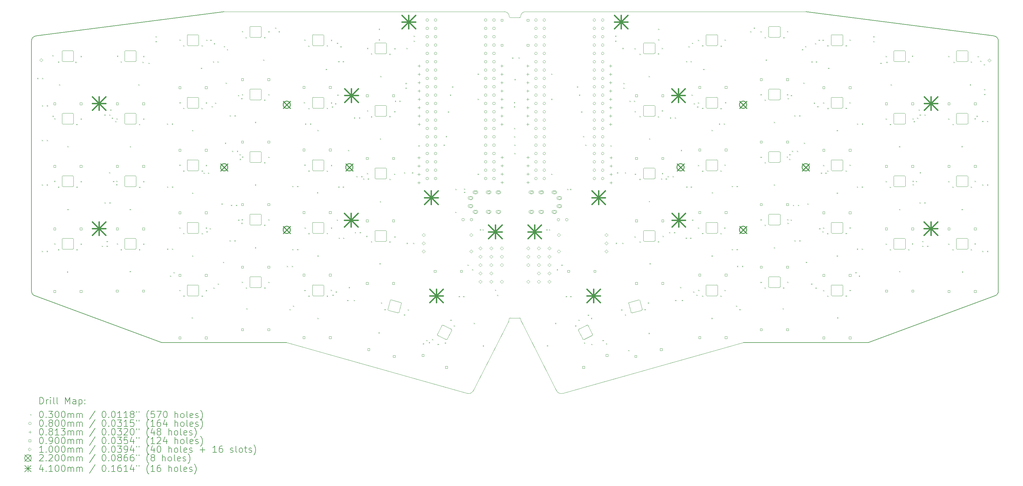
<source format=gbr>
%TF.GenerationSoftware,KiCad,Pcbnew,7.0.10*%
%TF.CreationDate,2024-03-02T14:12:11-05:00*%
%TF.ProjectId,Sofle_Chico_Panel,536f666c-655f-4436-9869-636f5f50616e,v3.5.4*%
%TF.SameCoordinates,Original*%
%TF.FileFunction,Drillmap*%
%TF.FilePolarity,Positive*%
%FSLAX45Y45*%
G04 Gerber Fmt 4.5, Leading zero omitted, Abs format (unit mm)*
G04 Created by KiCad (PCBNEW 7.0.10) date 2024-03-02 14:12:11*
%MOMM*%
%LPD*%
G01*
G04 APERTURE LIST*
%ADD10C,0.100000*%
%ADD11C,0.150000*%
%ADD12C,0.050000*%
%ADD13C,0.200000*%
%ADD14C,0.220000*%
%ADD15C,0.410000*%
G04 APERTURE END LIST*
D10*
X10417739Y-16419555D02*
G75*
G03*
X10590978Y-16342974I39592J144675D01*
G01*
X13132521Y-16342974D02*
G75*
G03*
X13305762Y-16419556I133649J68094D01*
G01*
X12007500Y-4972500D02*
G75*
G03*
X12035000Y-4945000I10J27490D01*
G01*
D11*
X-2720119Y-5534900D02*
G75*
G03*
X-2853734Y-5685000I17498J-150097D01*
G01*
D10*
X11672076Y-14221282D02*
G75*
G03*
X11688425Y-14150513I-133837J68192D01*
G01*
D11*
X26577234Y-5685000D02*
X26577234Y-13305000D01*
D10*
X13305762Y-16419556D02*
X18807234Y-14870000D01*
X11538387Y-4795000D02*
X3011266Y-4795000D01*
X12185113Y-4794994D02*
G75*
G03*
X12035074Y-4945000I7J-150046D01*
G01*
D11*
X26577235Y-5685000D02*
G75*
G03*
X26443619Y-5534900I-151106J10D01*
G01*
X22617234Y-14870000D02*
X26486661Y-13442726D01*
D10*
X4916266Y-14870000D02*
X10417738Y-16419556D01*
D11*
X-2853734Y-13305000D02*
X-2853734Y-5685000D01*
X18807234Y-14870000D02*
X22617234Y-14870000D01*
D10*
X12007500Y-4972500D02*
X11716000Y-4972500D01*
D11*
X20712234Y-4795000D02*
X26443619Y-5534900D01*
D10*
X11716000Y-14122500D02*
G75*
G03*
X11688500Y-14150000I-10J-27490D01*
G01*
D11*
X-2763161Y-13442726D02*
X1106266Y-14870000D01*
X26486660Y-13442726D02*
G75*
G03*
X26577234Y-13305000I-59411J137716D01*
G01*
X-2853734Y-13305000D02*
G75*
G03*
X-2763161Y-13442726I149991J-6D01*
G01*
D10*
X12051423Y-14221282D02*
X13132522Y-16342974D01*
X20712234Y-4795000D02*
X12185113Y-4795000D01*
X12035073Y-14150513D02*
G75*
G03*
X12051423Y-14221282I150177J-2577D01*
G01*
D11*
X-2720119Y-5534900D02*
X3011266Y-4795000D01*
D10*
X11688498Y-4945000D02*
G75*
G03*
X11538462Y-4794962I-150049J-10D01*
G01*
X11688500Y-4945000D02*
G75*
G03*
X11716000Y-4972500I27490J-10D01*
G01*
X12035000Y-14150000D02*
G75*
G03*
X12007500Y-14122500I-27490J10D01*
G01*
D11*
X1106266Y-14870000D02*
X4916266Y-14870000D01*
D10*
X10590978Y-16342974D02*
X11672077Y-14221282D01*
X12007500Y-14122500D02*
X11716000Y-14122500D01*
D12*
X-1924751Y-11720513D02*
X-1924751Y-12010513D01*
X-1904751Y-11700513D02*
X-1594751Y-11700513D01*
X-1594751Y-12030513D02*
X-1904751Y-12030513D01*
X-1574751Y-12010513D02*
X-1574751Y-11720513D01*
X-1904751Y-11700513D02*
G75*
G03*
X-1924751Y-11720513I0J-20000D01*
G01*
X-1924751Y-12010513D02*
G75*
G03*
X-1904751Y-12030513I20000J0D01*
G01*
X-1574751Y-11720513D02*
G75*
G03*
X-1594751Y-11700513I-20000J0D01*
G01*
X-1594751Y-12030513D02*
G75*
G03*
X-1574751Y-12010513I0J20000D01*
G01*
X18028251Y-5805513D02*
X18028251Y-5515514D01*
X18008251Y-5825513D02*
X17698251Y-5825513D01*
X17698251Y-5495514D02*
X18008251Y-5495514D01*
X17678251Y-5515514D02*
X17678251Y-5805513D01*
X18008251Y-5825513D02*
G75*
G03*
X18028251Y-5805513I0J20000D01*
G01*
X18028251Y-5515514D02*
G75*
G03*
X18008251Y-5495514I-20000J0D01*
G01*
X17678251Y-5805513D02*
G75*
G03*
X17698251Y-5825513I20000J0D01*
G01*
X17698251Y-5495514D02*
G75*
G03*
X17678251Y-5515514I0J-20000D01*
G01*
X15733823Y-13862262D02*
X15658765Y-13582143D01*
X15719680Y-13886756D02*
X15420243Y-13966990D01*
X15334833Y-13648235D02*
X15634270Y-13568001D01*
X15320691Y-13672730D02*
X15395748Y-13952848D01*
X15719680Y-13886756D02*
G75*
G03*
X15733823Y-13862262I-5176J19318D01*
G01*
X15658765Y-13582143D02*
G75*
G03*
X15634270Y-13568001I-19318J-5176D01*
G01*
X15395749Y-13952848D02*
G75*
G03*
X15420243Y-13966990I19318J5176D01*
G01*
X15334833Y-13648235D02*
G75*
G03*
X15320691Y-13672730I5176J-19318D01*
G01*
X23743251Y-10105514D02*
X23743251Y-9815514D01*
X23723251Y-10125514D02*
X23413251Y-10125514D01*
X23413251Y-9795514D02*
X23723251Y-9795514D01*
X23393251Y-9815514D02*
X23393251Y-10105514D01*
X23723251Y-10125514D02*
G75*
G03*
X23743251Y-10105514I0J20000D01*
G01*
X23743251Y-9815514D02*
G75*
G03*
X23723251Y-9795514I-20000J0D01*
G01*
X23393251Y-10105514D02*
G75*
G03*
X23413251Y-10125514I20000J0D01*
G01*
X23413251Y-9795514D02*
G75*
G03*
X23393251Y-9815514I0J-20000D01*
G01*
X13957816Y-14780920D02*
X14216208Y-14649263D01*
X13930917Y-14772179D02*
X13790179Y-14495967D01*
X14084212Y-14346151D02*
X14224949Y-14622363D01*
X14057312Y-14337410D02*
X13798920Y-14469068D01*
X13930916Y-14772179D02*
G75*
G03*
X13957816Y-14780920I17820J9080D01*
G01*
X14216208Y-14649263D02*
G75*
G03*
X14224949Y-14622363I-9080J17820D01*
G01*
X13798920Y-14469068D02*
G75*
G03*
X13790180Y-14495967I9080J-17820D01*
G01*
X14084212Y-14346151D02*
G75*
G03*
X14057312Y-14337410I-17820J-9080D01*
G01*
X3790249Y-7170513D02*
X3790249Y-7460513D01*
X3810249Y-7150513D02*
X4120249Y-7150513D01*
X4120249Y-7480513D02*
X3810249Y-7480513D01*
X4140249Y-7460513D02*
X4140249Y-7170513D01*
X3810249Y-7150513D02*
G75*
G03*
X3790249Y-7170513I0J-20000D01*
G01*
X3790249Y-7460513D02*
G75*
G03*
X3810249Y-7480513I20000J0D01*
G01*
X4140249Y-7170513D02*
G75*
G03*
X4120249Y-7150513I-20000J0D01*
G01*
X4120249Y-7480513D02*
G75*
G03*
X4140249Y-7460513I0J20000D01*
G01*
X3790249Y-5265514D02*
X3790249Y-5555514D01*
X3810249Y-5245514D02*
X4120249Y-5245514D01*
X4120249Y-5575514D02*
X3810249Y-5575514D01*
X4140249Y-5555514D02*
X4140249Y-5265514D01*
X3810249Y-5245514D02*
G75*
G03*
X3790249Y-5265514I0J-20000D01*
G01*
X3790249Y-5555514D02*
G75*
G03*
X3810249Y-5575514I20000J0D01*
G01*
X4140249Y-5265514D02*
G75*
G03*
X4120249Y-5245514I-20000J0D01*
G01*
X4120249Y-5575514D02*
G75*
G03*
X4140249Y-5555514I0J20000D01*
G01*
X-1924751Y-6005513D02*
X-1924751Y-6295513D01*
X-1904751Y-5985513D02*
X-1594751Y-5985513D01*
X-1594751Y-6315513D02*
X-1904751Y-6315513D01*
X-1574751Y-6295513D02*
X-1574751Y-6005513D01*
X-1904751Y-5985513D02*
G75*
G03*
X-1924751Y-6005513I0J-20000D01*
G01*
X-1924751Y-6295513D02*
G75*
G03*
X-1904751Y-6315513I20000J0D01*
G01*
X-1574751Y-6005513D02*
G75*
G03*
X-1594751Y-5985513I-20000J0D01*
G01*
X-1594751Y-6315513D02*
G75*
G03*
X-1574751Y-6295513I0J20000D01*
G01*
X23743251Y-8200513D02*
X23743251Y-7910513D01*
X23723251Y-8220513D02*
X23413251Y-8220513D01*
X23413251Y-7890513D02*
X23723251Y-7890513D01*
X23393251Y-7910513D02*
X23393251Y-8200513D01*
X23723251Y-8220513D02*
G75*
G03*
X23743251Y-8200513I0J20000D01*
G01*
X23743251Y-7910513D02*
G75*
G03*
X23723251Y-7890513I-20000J0D01*
G01*
X23393251Y-8200513D02*
G75*
G03*
X23413251Y-8220513I20000J0D01*
G01*
X23413251Y-7890513D02*
G75*
G03*
X23393251Y-7910513I0J-20000D01*
G01*
X23743251Y-6295513D02*
X23743251Y-6005513D01*
X23723251Y-6315513D02*
X23413251Y-6315513D01*
X23413251Y-5985513D02*
X23723251Y-5985513D01*
X23393251Y-6005513D02*
X23393251Y-6295513D01*
X23723251Y-6315513D02*
G75*
G03*
X23743251Y-6295513I0J20000D01*
G01*
X23743251Y-6005513D02*
G75*
G03*
X23723251Y-5985513I-20000J0D01*
G01*
X23393251Y-6295513D02*
G75*
G03*
X23413251Y-6315513I20000J0D01*
G01*
X23413251Y-5985513D02*
G75*
G03*
X23393251Y-6005513I0J-20000D01*
G01*
X23743251Y-12010513D02*
X23743251Y-11720513D01*
X23723251Y-12030513D02*
X23413251Y-12030513D01*
X23413251Y-11700513D02*
X23723251Y-11700513D01*
X23393251Y-11720513D02*
X23393251Y-12010513D01*
X23723251Y-12030513D02*
G75*
G03*
X23743251Y-12010513I0J20000D01*
G01*
X23743251Y-11720513D02*
G75*
G03*
X23723251Y-11700513I-20000J0D01*
G01*
X23393251Y-12010513D02*
G75*
G03*
X23413251Y-12030513I20000J0D01*
G01*
X23413251Y-11700513D02*
G75*
G03*
X23393251Y-11720513I0J-20000D01*
G01*
X1885249Y-13135513D02*
X1885249Y-13425513D01*
X1905249Y-13115513D02*
X2215249Y-13115513D01*
X2215249Y-13445513D02*
X1905249Y-13445513D01*
X2235249Y-13425513D02*
X2235249Y-13135513D01*
X1905249Y-13115513D02*
G75*
G03*
X1885249Y-13135513I0J-20000D01*
G01*
X1885249Y-13425513D02*
G75*
G03*
X1905249Y-13445513I20000J0D01*
G01*
X2235249Y-13135513D02*
G75*
G03*
X2215249Y-13115513I-20000J0D01*
G01*
X2215249Y-13445513D02*
G75*
G03*
X2235249Y-13425513I0J20000D01*
G01*
X18028251Y-7710513D02*
X18028251Y-7420513D01*
X18008251Y-7730513D02*
X17698251Y-7730513D01*
X17698251Y-7400513D02*
X18008251Y-7400513D01*
X17678251Y-7420513D02*
X17678251Y-7710513D01*
X18008251Y-7730513D02*
G75*
G03*
X18028251Y-7710513I0J20000D01*
G01*
X18028251Y-7420513D02*
G75*
G03*
X18008251Y-7400513I-20000J0D01*
G01*
X17678251Y-7710513D02*
G75*
G03*
X17698251Y-7730513I20000J0D01*
G01*
X17698251Y-7400513D02*
G75*
G03*
X17678251Y-7420513I0J-20000D01*
G01*
X21838251Y-11520513D02*
X21838251Y-11230513D01*
X21818251Y-11540513D02*
X21508251Y-11540513D01*
X21508251Y-11210513D02*
X21818251Y-11210513D01*
X21488251Y-11230513D02*
X21488251Y-11520513D01*
X21818251Y-11540513D02*
G75*
G03*
X21838251Y-11520513I0J20000D01*
G01*
X21838251Y-11230513D02*
G75*
G03*
X21818251Y-11210513I-20000J0D01*
G01*
X21488251Y-11520513D02*
G75*
G03*
X21508251Y-11540513I20000J0D01*
G01*
X21508251Y-11210513D02*
G75*
G03*
X21488251Y-11230513I0J-20000D01*
G01*
X1885249Y-9325514D02*
X1885249Y-9615514D01*
X1905249Y-9305514D02*
X2215249Y-9305514D01*
X2215249Y-9635514D02*
X1905249Y-9635514D01*
X2235249Y-9615514D02*
X2235249Y-9325514D01*
X1905249Y-9305514D02*
G75*
G03*
X1885249Y-9325514I0J-20000D01*
G01*
X1885249Y-9615514D02*
G75*
G03*
X1905249Y-9635514I20000J0D01*
G01*
X2235249Y-9325514D02*
G75*
G03*
X2215249Y-9305514I-20000J0D01*
G01*
X2215249Y-9635514D02*
G75*
G03*
X2235249Y-9615514I0J20000D01*
G01*
X19933251Y-11270513D02*
X19933251Y-10980514D01*
X19913251Y-11290513D02*
X19603251Y-11290513D01*
X19603251Y-10960514D02*
X19913251Y-10960514D01*
X19583251Y-10980514D02*
X19583251Y-11270513D01*
X19913251Y-11290513D02*
G75*
G03*
X19933251Y-11270513I0J20000D01*
G01*
X19933251Y-10980514D02*
G75*
G03*
X19913251Y-10960514I-20000J0D01*
G01*
X19583251Y-11270513D02*
G75*
G03*
X19603251Y-11290513I20000J0D01*
G01*
X19603251Y-10960514D02*
G75*
G03*
X19583251Y-10980514I0J-20000D01*
G01*
X-1924751Y-9815514D02*
X-1924751Y-10105514D01*
X-1904751Y-9795514D02*
X-1594751Y-9795514D01*
X-1594751Y-10125514D02*
X-1904751Y-10125514D01*
X-1574751Y-10105514D02*
X-1574751Y-9815514D01*
X-1904751Y-9795514D02*
G75*
G03*
X-1924751Y-9815514I0J-20000D01*
G01*
X-1924751Y-10105514D02*
G75*
G03*
X-1904751Y-10125514I20000J0D01*
G01*
X-1574751Y-9815514D02*
G75*
G03*
X-1594751Y-9795514I-20000J0D01*
G01*
X-1594751Y-10125514D02*
G75*
G03*
X-1574751Y-10105514I0J20000D01*
G01*
X1885249Y-7420513D02*
X1885249Y-7710513D01*
X1905249Y-7400513D02*
X2215249Y-7400513D01*
X2215249Y-7730513D02*
X1905249Y-7730513D01*
X2235249Y-7710513D02*
X2235249Y-7420513D01*
X1905249Y-7400513D02*
G75*
G03*
X1885249Y-7420513I0J-20000D01*
G01*
X1885249Y-7710513D02*
G75*
G03*
X1905249Y-7730513I20000J0D01*
G01*
X2235249Y-7420513D02*
G75*
G03*
X2215249Y-7400513I-20000J0D01*
G01*
X2215249Y-7730513D02*
G75*
G03*
X2235249Y-7710513I0J20000D01*
G01*
X25648251Y-10105514D02*
X25648251Y-9815514D01*
X25628251Y-10125514D02*
X25318251Y-10125514D01*
X25318251Y-9795514D02*
X25628251Y-9795514D01*
X25298251Y-9815514D02*
X25298251Y-10105514D01*
X25628251Y-10125514D02*
G75*
G03*
X25648251Y-10105514I0J20000D01*
G01*
X25648251Y-9815514D02*
G75*
G03*
X25628251Y-9795514I-20000J0D01*
G01*
X25298251Y-10105514D02*
G75*
G03*
X25318251Y-10125514I20000J0D01*
G01*
X25318251Y-9795514D02*
G75*
G03*
X25298251Y-9815514I0J-20000D01*
G01*
X1885249Y-11230513D02*
X1885249Y-11520513D01*
X1905249Y-11210513D02*
X2215249Y-11210513D01*
X2215249Y-11540513D02*
X1905249Y-11540513D01*
X2235249Y-11520513D02*
X2235249Y-11230513D01*
X1905249Y-11210513D02*
G75*
G03*
X1885249Y-11230513I0J-20000D01*
G01*
X1885249Y-11520513D02*
G75*
G03*
X1905249Y-11540513I20000J0D01*
G01*
X2235249Y-11230513D02*
G75*
G03*
X2215249Y-11210513I-20000J0D01*
G01*
X2215249Y-11540513D02*
G75*
G03*
X2235249Y-11520513I0J20000D01*
G01*
X5695249Y-13135513D02*
X5695249Y-13425513D01*
X5715249Y-13115513D02*
X6025249Y-13115513D01*
X6025249Y-13445513D02*
X5715249Y-13445513D01*
X6045249Y-13425513D02*
X6045249Y-13135513D01*
X5715249Y-13115513D02*
G75*
G03*
X5695249Y-13135513I0J-20000D01*
G01*
X5695249Y-13425513D02*
G75*
G03*
X5715249Y-13445513I20000J0D01*
G01*
X6045249Y-13135513D02*
G75*
G03*
X6025249Y-13115513I-20000J0D01*
G01*
X6025249Y-13445513D02*
G75*
G03*
X6045249Y-13425513I0J20000D01*
G01*
X16123251Y-9865514D02*
X16123251Y-9575514D01*
X16103251Y-9885514D02*
X15793251Y-9885514D01*
X15793251Y-9555514D02*
X16103251Y-9555514D01*
X15773251Y-9575514D02*
X15773251Y-9865514D01*
X16103251Y-9885514D02*
G75*
G03*
X16123251Y-9865514I0J20000D01*
G01*
X16123251Y-9575514D02*
G75*
G03*
X16103251Y-9555514I-20000J0D01*
G01*
X15773251Y-9865514D02*
G75*
G03*
X15793251Y-9885514I20000J0D01*
G01*
X15793251Y-9555514D02*
G75*
G03*
X15773251Y-9575514I0J-20000D01*
G01*
X7600249Y-9575513D02*
X7600249Y-9865513D01*
X7620249Y-9555513D02*
X7930249Y-9555513D01*
X7930249Y-9885513D02*
X7620249Y-9885513D01*
X7950249Y-9865513D02*
X7950249Y-9575513D01*
X7620249Y-9555513D02*
G75*
G03*
X7600249Y-9575513I0J-20000D01*
G01*
X7600249Y-9865513D02*
G75*
G03*
X7620249Y-9885513I20000J0D01*
G01*
X7950249Y-9575513D02*
G75*
G03*
X7930249Y-9555513I-20000J0D01*
G01*
X7930249Y-9885513D02*
G75*
G03*
X7950249Y-9865513I0J20000D01*
G01*
X-19751Y-9815514D02*
X-19751Y-10105514D01*
X249Y-9795514D02*
X310249Y-9795514D01*
X310249Y-10125514D02*
X249Y-10125514D01*
X330249Y-10105514D02*
X330249Y-9815514D01*
X249Y-9795514D02*
G75*
G03*
X-19751Y-9815514I0J-20000D01*
G01*
X-19751Y-10105514D02*
G75*
G03*
X249Y-10125514I20000J0D01*
G01*
X330249Y-9815514D02*
G75*
G03*
X310249Y-9795514I-20000J0D01*
G01*
X310249Y-10125514D02*
G75*
G03*
X330249Y-10105514I0J20000D01*
G01*
X21838251Y-7710513D02*
X21838251Y-7420513D01*
X21818251Y-7730513D02*
X21508251Y-7730513D01*
X21508251Y-7400513D02*
X21818251Y-7400513D01*
X21488251Y-7420513D02*
X21488251Y-7710513D01*
X21818251Y-7730513D02*
G75*
G03*
X21838251Y-7710513I0J20000D01*
G01*
X21838251Y-7420513D02*
G75*
G03*
X21818251Y-7400513I-20000J0D01*
G01*
X21488251Y-7710513D02*
G75*
G03*
X21508251Y-7730513I20000J0D01*
G01*
X21508251Y-7400513D02*
G75*
G03*
X21488251Y-7420513I0J-20000D01*
G01*
X-19751Y-11720513D02*
X-19751Y-12010513D01*
X249Y-11700513D02*
X310249Y-11700513D01*
X310249Y-12030513D02*
X249Y-12030513D01*
X330249Y-12010513D02*
X330249Y-11720513D01*
X249Y-11700513D02*
G75*
G03*
X-19751Y-11720513I0J-20000D01*
G01*
X-19751Y-12010513D02*
G75*
G03*
X249Y-12030513I20000J0D01*
G01*
X330249Y-11720513D02*
G75*
G03*
X310249Y-11700513I-20000J0D01*
G01*
X310249Y-12030513D02*
G75*
G03*
X330249Y-12010513I0J20000D01*
G01*
X18028251Y-11520513D02*
X18028251Y-11230513D01*
X18008251Y-11540513D02*
X17698251Y-11540513D01*
X17698251Y-11210513D02*
X18008251Y-11210513D01*
X17678251Y-11230513D02*
X17678251Y-11520513D01*
X18008251Y-11540513D02*
G75*
G03*
X18028251Y-11520513I0J20000D01*
G01*
X18028251Y-11230513D02*
G75*
G03*
X18008251Y-11210513I-20000J0D01*
G01*
X17678251Y-11520513D02*
G75*
G03*
X17698251Y-11540513I20000J0D01*
G01*
X17698251Y-11210513D02*
G75*
G03*
X17678251Y-11230513I0J-20000D01*
G01*
X25648251Y-6295513D02*
X25648251Y-6005513D01*
X25628251Y-6315513D02*
X25318251Y-6315513D01*
X25318251Y-5985513D02*
X25628251Y-5985513D01*
X25298251Y-6005513D02*
X25298251Y-6295513D01*
X25628251Y-6315513D02*
G75*
G03*
X25648251Y-6295513I0J20000D01*
G01*
X25648251Y-6005513D02*
G75*
G03*
X25628251Y-5985513I-20000J0D01*
G01*
X25298251Y-6295513D02*
G75*
G03*
X25318251Y-6315513I20000J0D01*
G01*
X25318251Y-5985513D02*
G75*
G03*
X25298251Y-6005513I0J-20000D01*
G01*
X8064735Y-13582143D02*
X7989677Y-13862262D01*
X8089230Y-13568001D02*
X8388667Y-13648235D01*
X8303257Y-13966990D02*
X8003820Y-13886756D01*
X8327751Y-13952848D02*
X8402809Y-13672730D01*
X8089230Y-13568001D02*
G75*
G03*
X8064735Y-13582143I-5177J-19318D01*
G01*
X7989677Y-13862262D02*
G75*
G03*
X8003820Y-13886756I19318J-5177D01*
G01*
X8402809Y-13672730D02*
G75*
G03*
X8388667Y-13648235I-19318J5176D01*
G01*
X8303257Y-13966990D02*
G75*
G03*
X8327751Y-13952848I5176J19319D01*
G01*
X3790249Y-9075514D02*
X3790249Y-9365514D01*
X3810249Y-9055514D02*
X4120249Y-9055514D01*
X4120249Y-9385514D02*
X3810249Y-9385514D01*
X4140249Y-9365514D02*
X4140249Y-9075514D01*
X3810249Y-9055514D02*
G75*
G03*
X3790249Y-9075514I0J-20000D01*
G01*
X3790249Y-9365514D02*
G75*
G03*
X3810249Y-9385514I20000J0D01*
G01*
X4140249Y-9075514D02*
G75*
G03*
X4120249Y-9055514I-20000J0D01*
G01*
X4120249Y-9385514D02*
G75*
G03*
X4140249Y-9365514I0J20000D01*
G01*
X9507292Y-14649263D02*
X9765684Y-14780920D01*
X9498551Y-14622363D02*
X9639288Y-14346151D01*
X9933321Y-14495967D02*
X9792583Y-14772179D01*
X9924580Y-14469068D02*
X9666188Y-14337410D01*
X9498551Y-14622363D02*
G75*
G03*
X9507292Y-14649262I17820J-9080D01*
G01*
X9765684Y-14780920D02*
G75*
G03*
X9792583Y-14772179I9080J17820D01*
G01*
X9666188Y-14337410D02*
G75*
G03*
X9639289Y-14346151I-9080J-17820D01*
G01*
X9933320Y-14495967D02*
G75*
G03*
X9924580Y-14469068I-17820J9080D01*
G01*
X16123251Y-6055513D02*
X16123251Y-5765513D01*
X16103251Y-6075513D02*
X15793251Y-6075513D01*
X15793251Y-5745513D02*
X16103251Y-5745513D01*
X15773251Y-5765513D02*
X15773251Y-6055513D01*
X16103251Y-6075513D02*
G75*
G03*
X16123251Y-6055513I0J20000D01*
G01*
X16123251Y-5765513D02*
G75*
G03*
X16103251Y-5745513I-20000J0D01*
G01*
X15773251Y-6055513D02*
G75*
G03*
X15793251Y-6075513I20000J0D01*
G01*
X15793251Y-5745513D02*
G75*
G03*
X15773251Y-5765513I0J-20000D01*
G01*
X5695249Y-7420513D02*
X5695249Y-7710513D01*
X5715249Y-7400513D02*
X6025249Y-7400513D01*
X6025249Y-7730513D02*
X5715249Y-7730513D01*
X6045249Y-7710513D02*
X6045249Y-7420513D01*
X5715249Y-7400513D02*
G75*
G03*
X5695249Y-7420513I0J-20000D01*
G01*
X5695249Y-7710513D02*
G75*
G03*
X5715249Y-7730513I20000J0D01*
G01*
X6045249Y-7420513D02*
G75*
G03*
X6025249Y-7400513I-20000J0D01*
G01*
X6025249Y-7730513D02*
G75*
G03*
X6045249Y-7710513I0J20000D01*
G01*
X19933251Y-5555514D02*
X19933251Y-5265514D01*
X19913251Y-5575514D02*
X19603251Y-5575514D01*
X19603251Y-5245514D02*
X19913251Y-5245514D01*
X19583251Y-5265514D02*
X19583251Y-5555514D01*
X19913251Y-5575514D02*
G75*
G03*
X19933251Y-5555514I0J20000D01*
G01*
X19933251Y-5265514D02*
G75*
G03*
X19913251Y-5245514I-20000J0D01*
G01*
X19583251Y-5555514D02*
G75*
G03*
X19603251Y-5575514I20000J0D01*
G01*
X19603251Y-5245514D02*
G75*
G03*
X19583251Y-5265514I0J-20000D01*
G01*
X7600249Y-5765513D02*
X7600249Y-6055513D01*
X7620249Y-5745513D02*
X7930249Y-5745513D01*
X7930249Y-6075513D02*
X7620249Y-6075513D01*
X7950249Y-6055513D02*
X7950249Y-5765513D01*
X7620249Y-5745513D02*
G75*
G03*
X7600249Y-5765513I0J-20000D01*
G01*
X7600249Y-6055513D02*
G75*
G03*
X7620249Y-6075513I20000J0D01*
G01*
X7950249Y-5765513D02*
G75*
G03*
X7930249Y-5745513I-20000J0D01*
G01*
X7930249Y-6075513D02*
G75*
G03*
X7950249Y-6055513I0J20000D01*
G01*
X19933251Y-13175513D02*
X19933251Y-12885513D01*
X19913251Y-13195513D02*
X19603251Y-13195513D01*
X19603251Y-12865513D02*
X19913251Y-12865513D01*
X19583251Y-12885513D02*
X19583251Y-13175513D01*
X19913251Y-13195513D02*
G75*
G03*
X19933251Y-13175513I0J20000D01*
G01*
X19933251Y-12885513D02*
G75*
G03*
X19913251Y-12865513I-20000J0D01*
G01*
X19583251Y-13175513D02*
G75*
G03*
X19603251Y-13195513I20000J0D01*
G01*
X19603251Y-12865513D02*
G75*
G03*
X19583251Y-12885513I0J-20000D01*
G01*
X19933251Y-7460513D02*
X19933251Y-7170513D01*
X19913251Y-7480513D02*
X19603251Y-7480513D01*
X19603251Y-7150513D02*
X19913251Y-7150513D01*
X19583251Y-7170513D02*
X19583251Y-7460513D01*
X19913251Y-7480513D02*
G75*
G03*
X19933251Y-7460513I0J20000D01*
G01*
X19933251Y-7170513D02*
G75*
G03*
X19913251Y-7150513I-20000J0D01*
G01*
X19583251Y-7460513D02*
G75*
G03*
X19603251Y-7480513I20000J0D01*
G01*
X19603251Y-7150513D02*
G75*
G03*
X19583251Y-7170513I0J-20000D01*
G01*
X5695249Y-11230514D02*
X5695249Y-11520514D01*
X5715249Y-11210514D02*
X6025249Y-11210514D01*
X6025249Y-11540514D02*
X5715249Y-11540514D01*
X6045249Y-11520514D02*
X6045249Y-11230514D01*
X5715249Y-11210514D02*
G75*
G03*
X5695249Y-11230514I0J-20000D01*
G01*
X5695249Y-11520514D02*
G75*
G03*
X5715249Y-11540514I20000J0D01*
G01*
X6045249Y-11230514D02*
G75*
G03*
X6025249Y-11210514I-20000J0D01*
G01*
X6025249Y-11540514D02*
G75*
G03*
X6045249Y-11520514I0J20000D01*
G01*
X1885249Y-5515514D02*
X1885249Y-5805513D01*
X1905249Y-5495514D02*
X2215250Y-5495514D01*
X2215250Y-5825513D02*
X1905249Y-5825513D01*
X2235250Y-5805513D02*
X2235250Y-5515514D01*
X1905249Y-5495514D02*
G75*
G03*
X1885249Y-5515514I0J-20000D01*
G01*
X1885249Y-5805513D02*
G75*
G03*
X1905249Y-5825513I20000J0D01*
G01*
X2235250Y-5515514D02*
G75*
G03*
X2215250Y-5495514I-20000J0D01*
G01*
X2215250Y-5825513D02*
G75*
G03*
X2235250Y-5805513I0J20000D01*
G01*
X18028251Y-13425513D02*
X18028251Y-13135513D01*
X18008251Y-13445513D02*
X17698251Y-13445513D01*
X17698251Y-13115513D02*
X18008251Y-13115513D01*
X17678251Y-13135513D02*
X17678251Y-13425513D01*
X18008251Y-13445513D02*
G75*
G03*
X18028251Y-13425513I0J20000D01*
G01*
X18028251Y-13135513D02*
G75*
G03*
X18008251Y-13115513I-20000J0D01*
G01*
X17678251Y-13425513D02*
G75*
G03*
X17698251Y-13445513I20000J0D01*
G01*
X17698251Y-13115513D02*
G75*
G03*
X17678251Y-13135513I0J-20000D01*
G01*
X3790249Y-12885513D02*
X3790249Y-13175513D01*
X3810249Y-12865513D02*
X4120249Y-12865513D01*
X4120249Y-13195513D02*
X3810249Y-13195513D01*
X4140249Y-13175513D02*
X4140249Y-12885513D01*
X3810249Y-12865513D02*
G75*
G03*
X3790249Y-12885513I0J-20000D01*
G01*
X3790249Y-13175513D02*
G75*
G03*
X3810249Y-13195513I20000J0D01*
G01*
X4140249Y-12885513D02*
G75*
G03*
X4120249Y-12865513I-20000J0D01*
G01*
X4120249Y-13195513D02*
G75*
G03*
X4140249Y-13175513I0J20000D01*
G01*
X16123251Y-7960513D02*
X16123251Y-7670513D01*
X16103251Y-7980513D02*
X15793251Y-7980513D01*
X15793251Y-7650513D02*
X16103251Y-7650513D01*
X15773251Y-7670513D02*
X15773251Y-7960513D01*
X16103251Y-7980513D02*
G75*
G03*
X16123251Y-7960513I0J20000D01*
G01*
X16123251Y-7670513D02*
G75*
G03*
X16103251Y-7650513I-20000J0D01*
G01*
X15773251Y-7960513D02*
G75*
G03*
X15793251Y-7980513I20000J0D01*
G01*
X15793251Y-7650513D02*
G75*
G03*
X15773251Y-7670513I0J-20000D01*
G01*
X21838251Y-5805513D02*
X21838251Y-5515514D01*
X21818251Y-5825513D02*
X21508251Y-5825513D01*
X21508251Y-5495514D02*
X21818251Y-5495514D01*
X21488251Y-5515514D02*
X21488251Y-5805513D01*
X21818251Y-5825513D02*
G75*
G03*
X21838251Y-5805513I0J20000D01*
G01*
X21838251Y-5515514D02*
G75*
G03*
X21818251Y-5495514I-20000J0D01*
G01*
X21488251Y-5805513D02*
G75*
G03*
X21508251Y-5825513I20000J0D01*
G01*
X21508251Y-5495514D02*
G75*
G03*
X21488251Y-5515514I0J-20000D01*
G01*
X16123251Y-11770513D02*
X16123251Y-11480513D01*
X16103251Y-11790513D02*
X15793251Y-11790513D01*
X15793251Y-11460513D02*
X16103251Y-11460513D01*
X15773251Y-11480513D02*
X15773251Y-11770513D01*
X16103251Y-11790513D02*
G75*
G03*
X16123251Y-11770513I0J20000D01*
G01*
X16123251Y-11480513D02*
G75*
G03*
X16103251Y-11460513I-20000J0D01*
G01*
X15773251Y-11770513D02*
G75*
G03*
X15793251Y-11790513I20000J0D01*
G01*
X15793251Y-11460513D02*
G75*
G03*
X15773251Y-11480513I0J-20000D01*
G01*
X7600249Y-11480513D02*
X7600249Y-11770513D01*
X7620249Y-11460513D02*
X7930249Y-11460513D01*
X7930249Y-11790513D02*
X7620249Y-11790513D01*
X7950249Y-11770513D02*
X7950249Y-11480513D01*
X7620249Y-11460513D02*
G75*
G03*
X7600249Y-11480513I0J-20000D01*
G01*
X7600249Y-11770513D02*
G75*
G03*
X7620249Y-11790513I20000J0D01*
G01*
X7950249Y-11480513D02*
G75*
G03*
X7930249Y-11460513I-20000J0D01*
G01*
X7930249Y-11790513D02*
G75*
G03*
X7950249Y-11770513I0J20000D01*
G01*
X21838251Y-9615514D02*
X21838251Y-9325514D01*
X21818251Y-9635514D02*
X21508251Y-9635514D01*
X21508251Y-9305514D02*
X21818251Y-9305514D01*
X21488251Y-9325514D02*
X21488251Y-9615514D01*
X21818251Y-9635514D02*
G75*
G03*
X21838251Y-9615514I0J20000D01*
G01*
X21838251Y-9325514D02*
G75*
G03*
X21818251Y-9305514I-20000J0D01*
G01*
X21488251Y-9615514D02*
G75*
G03*
X21508251Y-9635514I20000J0D01*
G01*
X21508251Y-9305514D02*
G75*
G03*
X21488251Y-9325514I0J-20000D01*
G01*
X18028251Y-9615514D02*
X18028251Y-9325514D01*
X18008251Y-9635514D02*
X17698251Y-9635514D01*
X17698251Y-9305514D02*
X18008251Y-9305514D01*
X17678251Y-9325514D02*
X17678251Y-9615514D01*
X18008251Y-9635514D02*
G75*
G03*
X18028251Y-9615514I0J20000D01*
G01*
X18028251Y-9325514D02*
G75*
G03*
X18008251Y-9305514I-20000J0D01*
G01*
X17678251Y-9615514D02*
G75*
G03*
X17698251Y-9635514I20000J0D01*
G01*
X17698251Y-9305514D02*
G75*
G03*
X17678251Y-9325514I0J-20000D01*
G01*
X-1924751Y-7910513D02*
X-1924751Y-8200513D01*
X-1904751Y-7890513D02*
X-1594751Y-7890513D01*
X-1594751Y-8220513D02*
X-1904751Y-8220513D01*
X-1574751Y-8200513D02*
X-1574751Y-7910513D01*
X-1904751Y-7890513D02*
G75*
G03*
X-1924751Y-7910513I0J-20000D01*
G01*
X-1924751Y-8200513D02*
G75*
G03*
X-1904751Y-8220513I20000J0D01*
G01*
X-1574751Y-7910513D02*
G75*
G03*
X-1594751Y-7890513I-20000J0D01*
G01*
X-1594751Y-8220513D02*
G75*
G03*
X-1574751Y-8200513I0J20000D01*
G01*
X19933251Y-9365514D02*
X19933251Y-9075514D01*
X19913251Y-9385514D02*
X19603251Y-9385514D01*
X19603251Y-9055514D02*
X19913251Y-9055514D01*
X19583251Y-9075514D02*
X19583251Y-9365514D01*
X19913251Y-9385514D02*
G75*
G03*
X19933251Y-9365514I0J20000D01*
G01*
X19933251Y-9075514D02*
G75*
G03*
X19913251Y-9055514I-20000J0D01*
G01*
X19583251Y-9365514D02*
G75*
G03*
X19603251Y-9385514I20000J0D01*
G01*
X19603251Y-9055514D02*
G75*
G03*
X19583251Y-9075514I0J-20000D01*
G01*
X5695249Y-9325513D02*
X5695249Y-9615513D01*
X5715249Y-9305513D02*
X6025249Y-9305513D01*
X6025249Y-9635513D02*
X5715249Y-9635513D01*
X6045249Y-9615513D02*
X6045249Y-9325513D01*
X5715249Y-9305513D02*
G75*
G03*
X5695249Y-9325513I0J-20000D01*
G01*
X5695249Y-9615513D02*
G75*
G03*
X5715249Y-9635513I20000J0D01*
G01*
X6045249Y-9325513D02*
G75*
G03*
X6025249Y-9305513I-20000J0D01*
G01*
X6025249Y-9635513D02*
G75*
G03*
X6045249Y-9615513I0J20000D01*
G01*
X25648251Y-8200513D02*
X25648251Y-7910513D01*
X25628251Y-8220513D02*
X25318251Y-8220513D01*
X25318251Y-7890513D02*
X25628251Y-7890513D01*
X25298251Y-7910513D02*
X25298251Y-8200513D01*
X25628251Y-8220513D02*
G75*
G03*
X25648251Y-8200513I0J20000D01*
G01*
X25648251Y-7910513D02*
G75*
G03*
X25628251Y-7890513I-20000J0D01*
G01*
X25298251Y-8200513D02*
G75*
G03*
X25318251Y-8220513I20000J0D01*
G01*
X25318251Y-7890513D02*
G75*
G03*
X25298251Y-7910513I0J-20000D01*
G01*
X3790249Y-10980514D02*
X3790249Y-11270513D01*
X3810249Y-10960514D02*
X4120249Y-10960514D01*
X4120249Y-11290513D02*
X3810249Y-11290513D01*
X4140249Y-11270513D02*
X4140249Y-10980514D01*
X3810249Y-10960514D02*
G75*
G03*
X3790249Y-10980514I0J-20000D01*
G01*
X3790249Y-11270513D02*
G75*
G03*
X3810249Y-11290513I20000J0D01*
G01*
X4140249Y-10980514D02*
G75*
G03*
X4120249Y-10960514I-20000J0D01*
G01*
X4120249Y-11290513D02*
G75*
G03*
X4140249Y-11270513I0J20000D01*
G01*
X5695249Y-5515514D02*
X5695249Y-5805513D01*
X5715249Y-5495514D02*
X6025249Y-5495514D01*
X6025249Y-5825513D02*
X5715249Y-5825513D01*
X6045249Y-5805513D02*
X6045249Y-5515514D01*
X5715249Y-5495514D02*
G75*
G03*
X5695249Y-5515514I0J-20000D01*
G01*
X5695249Y-5805513D02*
G75*
G03*
X5715249Y-5825513I20000J0D01*
G01*
X6045249Y-5515514D02*
G75*
G03*
X6025249Y-5495514I-20000J0D01*
G01*
X6025249Y-5825513D02*
G75*
G03*
X6045249Y-5805513I0J20000D01*
G01*
X-19751Y-7910513D02*
X-19751Y-8200513D01*
X249Y-7890513D02*
X310249Y-7890513D01*
X310249Y-8220513D02*
X249Y-8220513D01*
X330249Y-8200513D02*
X330249Y-7910513D01*
X249Y-7890513D02*
G75*
G03*
X-19751Y-7910513I0J-20000D01*
G01*
X-19751Y-8200513D02*
G75*
G03*
X249Y-8220513I20000J0D01*
G01*
X330249Y-7910513D02*
G75*
G03*
X310249Y-7890513I-20000J0D01*
G01*
X310249Y-8220513D02*
G75*
G03*
X330249Y-8200513I0J20000D01*
G01*
X25648251Y-12010513D02*
X25648251Y-11720513D01*
X25628251Y-12030513D02*
X25318251Y-12030513D01*
X25318251Y-11700513D02*
X25628251Y-11700513D01*
X25298251Y-11720513D02*
X25298251Y-12010513D01*
X25628251Y-12030513D02*
G75*
G03*
X25648251Y-12010513I0J20000D01*
G01*
X25648251Y-11720513D02*
G75*
G03*
X25628251Y-11700513I-20000J0D01*
G01*
X25298251Y-12010513D02*
G75*
G03*
X25318251Y-12030513I20000J0D01*
G01*
X25318251Y-11700513D02*
G75*
G03*
X25298251Y-11720513I0J-20000D01*
G01*
X21838251Y-13425513D02*
X21838251Y-13135513D01*
X21818251Y-13445513D02*
X21508251Y-13445513D01*
X21508251Y-13115513D02*
X21818251Y-13115513D01*
X21488251Y-13135513D02*
X21488251Y-13425513D01*
X21818251Y-13445513D02*
G75*
G03*
X21838251Y-13425513I0J20000D01*
G01*
X21838251Y-13135513D02*
G75*
G03*
X21818251Y-13115513I-20000J0D01*
G01*
X21488251Y-13425513D02*
G75*
G03*
X21508251Y-13445513I20000J0D01*
G01*
X21508251Y-13115513D02*
G75*
G03*
X21488251Y-13135513I0J-20000D01*
G01*
X-19751Y-6005513D02*
X-19751Y-6295513D01*
X249Y-5985513D02*
X310249Y-5985513D01*
X310249Y-6315513D02*
X249Y-6315513D01*
X330249Y-6295513D02*
X330249Y-6005513D01*
X249Y-5985513D02*
G75*
G03*
X-19751Y-6005513I0J-20000D01*
G01*
X-19751Y-6295513D02*
G75*
G03*
X249Y-6315513I20000J0D01*
G01*
X330249Y-6005513D02*
G75*
G03*
X310249Y-5985513I-20000J0D01*
G01*
X310249Y-6315513D02*
G75*
G03*
X330249Y-6295513I0J20000D01*
G01*
X7600249Y-7670513D02*
X7600249Y-7960513D01*
X7620249Y-7650513D02*
X7930249Y-7650513D01*
X7930249Y-7980513D02*
X7620249Y-7980513D01*
X7950249Y-7960513D02*
X7950249Y-7670513D01*
X7620249Y-7650513D02*
G75*
G03*
X7600249Y-7670513I0J-20000D01*
G01*
X7600249Y-7960513D02*
G75*
G03*
X7620249Y-7980513I20000J0D01*
G01*
X7950249Y-7670513D02*
G75*
G03*
X7930249Y-7650513I-20000J0D01*
G01*
X7930249Y-7980513D02*
G75*
G03*
X7950249Y-7960513I0J20000D01*
G01*
D13*
D10*
X-2681500Y-6815000D02*
X-2651500Y-6845000D01*
X-2651500Y-6815000D02*
X-2681500Y-6845000D01*
X-2541250Y-10057514D02*
X-2511250Y-10087514D01*
X-2511250Y-10057514D02*
X-2541250Y-10087514D01*
X-2541250Y-12077513D02*
X-2511250Y-12107513D01*
X-2511250Y-12077513D02*
X-2541250Y-12107513D01*
X-2539000Y-8702500D02*
X-2509000Y-8732500D01*
X-2509000Y-8702500D02*
X-2539000Y-8732500D01*
X-2536500Y-7647500D02*
X-2506500Y-7677500D01*
X-2506500Y-7647500D02*
X-2536500Y-7677500D01*
X-2531500Y-6815000D02*
X-2501500Y-6845000D01*
X-2501500Y-6815000D02*
X-2531500Y-6845000D01*
X-2391250Y-10057514D02*
X-2361250Y-10087514D01*
X-2361250Y-10057514D02*
X-2391250Y-10087514D01*
X-2391250Y-12077513D02*
X-2361250Y-12107513D01*
X-2361250Y-12077513D02*
X-2391250Y-12107513D01*
X-2389000Y-8702500D02*
X-2359000Y-8732500D01*
X-2359000Y-8702500D02*
X-2389000Y-8732500D01*
X-2386500Y-7647500D02*
X-2356500Y-7677500D01*
X-2356500Y-7647500D02*
X-2386500Y-7677500D01*
X-2219000Y-6120000D02*
X-2189000Y-6150000D01*
X-2189000Y-6120000D02*
X-2219000Y-6150000D01*
X-2216250Y-7962513D02*
X-2186250Y-7992513D01*
X-2186250Y-7962513D02*
X-2216250Y-7992513D01*
X-2162250Y-9945514D02*
X-2132250Y-9975514D01*
X-2132250Y-9945514D02*
X-2162250Y-9975514D01*
X-2158250Y-8040513D02*
X-2128250Y-8070513D01*
X-2128250Y-8040513D02*
X-2158250Y-8070513D01*
X-2158250Y-11850513D02*
X-2128250Y-11880513D01*
X-2128250Y-11850513D02*
X-2158250Y-11880513D01*
X-2046250Y-6312513D02*
X-2016250Y-6342513D01*
X-2016250Y-6312513D02*
X-2046250Y-6342513D01*
X-2046250Y-10122514D02*
X-2016250Y-10152514D01*
X-2016250Y-10122514D02*
X-2046250Y-10152514D01*
X-2046250Y-12027513D02*
X-2016250Y-12057513D01*
X-2016250Y-12027513D02*
X-2046250Y-12057513D01*
X-2016250Y-7006513D02*
X-1986250Y-7036513D01*
X-1986250Y-7006513D02*
X-2016250Y-7036513D01*
X-1776250Y-12705013D02*
X-1746250Y-12735013D01*
X-1746250Y-12705013D02*
X-1776250Y-12735013D01*
X-1763750Y-10805014D02*
X-1733750Y-10835014D01*
X-1733750Y-10805014D02*
X-1763750Y-10835014D01*
X-1760250Y-8889514D02*
X-1730250Y-8919514D01*
X-1730250Y-8889514D02*
X-1760250Y-8919514D01*
X-1521250Y-6322513D02*
X-1491250Y-6352513D01*
X-1491250Y-6322513D02*
X-1521250Y-6352513D01*
X-1491250Y-8212514D02*
X-1461250Y-8242514D01*
X-1461250Y-8212514D02*
X-1491250Y-8242514D01*
X-1486250Y-10122514D02*
X-1456250Y-10152514D01*
X-1456250Y-10122514D02*
X-1486250Y-10152514D01*
X-1486250Y-12027513D02*
X-1456250Y-12057513D01*
X-1456250Y-12027513D02*
X-1486250Y-12057513D01*
X-1358750Y-6142513D02*
X-1328750Y-6172513D01*
X-1328750Y-6142513D02*
X-1358750Y-6172513D01*
X-1358750Y-8047513D02*
X-1328750Y-8077513D01*
X-1328750Y-8047513D02*
X-1358750Y-8077513D01*
X-1358750Y-9952514D02*
X-1328750Y-9982514D01*
X-1328750Y-9952514D02*
X-1358750Y-9982514D01*
X-1358750Y-11857513D02*
X-1328750Y-11887513D01*
X-1328750Y-11857513D02*
X-1358750Y-11887513D01*
X-716250Y-11922513D02*
X-686250Y-11952513D01*
X-686250Y-11922513D02*
X-716250Y-11952513D01*
X-636250Y-7927513D02*
X-606250Y-7957513D01*
X-606250Y-7927513D02*
X-636250Y-7957513D01*
X-631250Y-10602514D02*
X-601250Y-10632514D01*
X-601250Y-10602514D02*
X-631250Y-10632514D01*
X-566250Y-11777513D02*
X-536250Y-11807513D01*
X-536250Y-11777513D02*
X-566250Y-11807513D01*
X-566250Y-11922513D02*
X-536250Y-11952513D01*
X-536250Y-11922513D02*
X-566250Y-11952513D01*
X-491250Y-9684514D02*
X-461250Y-9714514D01*
X-461250Y-9684514D02*
X-491250Y-9714514D01*
X-486250Y-7927513D02*
X-456250Y-7957513D01*
X-456250Y-7927513D02*
X-486250Y-7957513D01*
X-481250Y-10602514D02*
X-451250Y-10632514D01*
X-451250Y-10602514D02*
X-481250Y-10632514D01*
X-455750Y-7775402D02*
X-425750Y-7805402D01*
X-425750Y-7775402D02*
X-455750Y-7805402D01*
X-411250Y-8022513D02*
X-381250Y-8052513D01*
X-381250Y-8022513D02*
X-411250Y-8052513D01*
X-373750Y-9950014D02*
X-343750Y-9980014D01*
X-343750Y-9950014D02*
X-373750Y-9980014D01*
X-306250Y-8127513D02*
X-276250Y-8157513D01*
X-276250Y-8127513D02*
X-306250Y-8157513D01*
X-276250Y-10045014D02*
X-246250Y-10075014D01*
X-246250Y-10045014D02*
X-276250Y-10075014D01*
X-271750Y-9944514D02*
X-241750Y-9974514D01*
X-241750Y-9944514D02*
X-271750Y-9974514D01*
X-269250Y-8044513D02*
X-239250Y-8074513D01*
X-239250Y-8044513D02*
X-269250Y-8074513D01*
X-254250Y-11850513D02*
X-224250Y-11880513D01*
X-224250Y-11850513D02*
X-254250Y-11880513D01*
X-252250Y-6135513D02*
X-222250Y-6165513D01*
X-222250Y-6135513D02*
X-252250Y-6165513D01*
X-141250Y-6307513D02*
X-111250Y-6337513D01*
X-111250Y-6307513D02*
X-141250Y-6337513D01*
X-141250Y-12027513D02*
X-111250Y-12057513D01*
X-111250Y-12027513D02*
X-141250Y-12057513D01*
X136250Y-12692513D02*
X166250Y-12722513D01*
X166250Y-12692513D02*
X136250Y-12722513D01*
X136250Y-10805014D02*
X166250Y-10835014D01*
X166250Y-10805014D02*
X136250Y-10835014D01*
X140750Y-8891514D02*
X170750Y-8921514D01*
X170750Y-8891514D02*
X140750Y-8921514D01*
X395750Y-7008513D02*
X425750Y-7038513D01*
X425750Y-7008513D02*
X395750Y-7038513D01*
X418750Y-8212513D02*
X448750Y-8242513D01*
X448750Y-8212513D02*
X418750Y-8242513D01*
X418750Y-12027513D02*
X448750Y-12057513D01*
X448750Y-12027513D02*
X418750Y-12057513D01*
X423750Y-10127514D02*
X453750Y-10157514D01*
X453750Y-10127514D02*
X423750Y-10157514D01*
X523750Y-6320013D02*
X553750Y-6350013D01*
X553750Y-6320013D02*
X523750Y-6350013D01*
X546250Y-6142513D02*
X576250Y-6172513D01*
X576250Y-6142513D02*
X546250Y-6172513D01*
X546250Y-8047513D02*
X576250Y-8077513D01*
X576250Y-8047513D02*
X546250Y-8077513D01*
X546250Y-9952514D02*
X576250Y-9982514D01*
X576250Y-9952514D02*
X546250Y-9982514D01*
X546250Y-11857513D02*
X576250Y-11887513D01*
X576250Y-11857513D02*
X546250Y-11887513D01*
X706250Y-6350013D02*
X736250Y-6380013D01*
X736250Y-6350013D02*
X706250Y-6380013D01*
X923750Y-5542514D02*
X953750Y-5572514D01*
X953750Y-5542514D02*
X923750Y-5572514D01*
X923750Y-5692513D02*
X953750Y-5722513D01*
X953750Y-5692513D02*
X923750Y-5722513D01*
X1268750Y-8202513D02*
X1298750Y-8232513D01*
X1298750Y-8202513D02*
X1268750Y-8232513D01*
X1273750Y-10117514D02*
X1303750Y-10147514D01*
X1303750Y-10117514D02*
X1273750Y-10147514D01*
X1273750Y-12012513D02*
X1303750Y-12042513D01*
X1303750Y-12012513D02*
X1273750Y-12042513D01*
X1362684Y-12833579D02*
X1392684Y-12863579D01*
X1392684Y-12833579D02*
X1362684Y-12863579D01*
X1418750Y-8202513D02*
X1448750Y-8232513D01*
X1448750Y-8202513D02*
X1418750Y-8232513D01*
X1423750Y-10117514D02*
X1453750Y-10147514D01*
X1453750Y-10117514D02*
X1423750Y-10147514D01*
X1423750Y-12012513D02*
X1453750Y-12042513D01*
X1453750Y-12012513D02*
X1423750Y-12042513D01*
X1468750Y-12727513D02*
X1498750Y-12757513D01*
X1498750Y-12727513D02*
X1468750Y-12757513D01*
X1645750Y-9455514D02*
X1675750Y-9485514D01*
X1675750Y-9455514D02*
X1645750Y-9485514D01*
X1645750Y-13268513D02*
X1675750Y-13298513D01*
X1675750Y-13268513D02*
X1645750Y-13298513D01*
X1647750Y-11365513D02*
X1677750Y-11395513D01*
X1677750Y-11365513D02*
X1647750Y-11395513D01*
X1648250Y-5644173D02*
X1678250Y-5674173D01*
X1678250Y-5644173D02*
X1648250Y-5674173D01*
X1650750Y-7553513D02*
X1680750Y-7583513D01*
X1680750Y-7553513D02*
X1650750Y-7583513D01*
X1763750Y-5817513D02*
X1793750Y-5847513D01*
X1793750Y-5817513D02*
X1763750Y-5847513D01*
X1763750Y-7722513D02*
X1793750Y-7752513D01*
X1793750Y-7722513D02*
X1763750Y-7752513D01*
X1763750Y-9632514D02*
X1793750Y-9662514D01*
X1793750Y-9632514D02*
X1763750Y-9662514D01*
X1763750Y-11532513D02*
X1793750Y-11562513D01*
X1793750Y-11532513D02*
X1763750Y-11562513D01*
X1767251Y-13436763D02*
X1797251Y-13466763D01*
X1797251Y-13436763D02*
X1767251Y-13466763D01*
X2023750Y-14105013D02*
X2053750Y-14135013D01*
X2053750Y-14105013D02*
X2023750Y-14135013D01*
X2036250Y-8399514D02*
X2066250Y-8429514D01*
X2066250Y-8399514D02*
X2036250Y-8429514D01*
X2036250Y-10305014D02*
X2066250Y-10335014D01*
X2066250Y-10305014D02*
X2036250Y-10335014D01*
X2036250Y-12217513D02*
X2066250Y-12247513D01*
X2066250Y-12217513D02*
X2036250Y-12247513D01*
X2300750Y-6502513D02*
X2330750Y-6532513D01*
X2330750Y-6502513D02*
X2300750Y-6532513D01*
X2318750Y-7727513D02*
X2348750Y-7757513D01*
X2348750Y-7727513D02*
X2318750Y-7757513D01*
X2323750Y-5817513D02*
X2353750Y-5847513D01*
X2353750Y-5817513D02*
X2323750Y-5847513D01*
X2323750Y-9632514D02*
X2353750Y-9662514D01*
X2353750Y-9632514D02*
X2323750Y-9662514D01*
X2323750Y-13442513D02*
X2353750Y-13472513D01*
X2353750Y-13442513D02*
X2323750Y-13472513D01*
X2328750Y-11537513D02*
X2358750Y-11567513D01*
X2358750Y-11537513D02*
X2328750Y-11567513D01*
X2383750Y-9697514D02*
X2413750Y-9727514D01*
X2413750Y-9697514D02*
X2383750Y-9727514D01*
X2451250Y-7557513D02*
X2481250Y-7587513D01*
X2481250Y-7557513D02*
X2451250Y-7587513D01*
X2451250Y-9462514D02*
X2481250Y-9492514D01*
X2481250Y-9462514D02*
X2451250Y-9492514D01*
X2451250Y-11367513D02*
X2481250Y-11397513D01*
X2481250Y-11367513D02*
X2451250Y-11397513D01*
X2451250Y-13272513D02*
X2481250Y-13302513D01*
X2481250Y-13272513D02*
X2451250Y-13302513D01*
X2467750Y-5649513D02*
X2497750Y-5679513D01*
X2497750Y-5649513D02*
X2467750Y-5679513D01*
X2472944Y-11483319D02*
X2502944Y-11513319D01*
X2502944Y-11483319D02*
X2472944Y-11513319D01*
X2519240Y-9697514D02*
X2549240Y-9727514D01*
X2549240Y-9697514D02*
X2519240Y-9727514D01*
X2568750Y-11387513D02*
X2598750Y-11417513D01*
X2598750Y-11387513D02*
X2568750Y-11417513D01*
X2588750Y-5647513D02*
X2618750Y-5677513D01*
X2618750Y-5647513D02*
X2588750Y-5677513D01*
X2628750Y-7672513D02*
X2658750Y-7702513D01*
X2658750Y-7672513D02*
X2628750Y-7702513D01*
X2671250Y-6310013D02*
X2701250Y-6340013D01*
X2701250Y-6310013D02*
X2671250Y-6340013D01*
X2683750Y-13197513D02*
X2713750Y-13227513D01*
X2713750Y-13197513D02*
X2683750Y-13227513D01*
X2694816Y-5753579D02*
X2724816Y-5783579D01*
X2724816Y-5753579D02*
X2694816Y-5783579D01*
X2733750Y-7567513D02*
X2763750Y-7597513D01*
X2763750Y-7567513D02*
X2733750Y-7597513D01*
X2806740Y-6310013D02*
X2836740Y-6340013D01*
X2836740Y-6310013D02*
X2806740Y-6340013D01*
X2813750Y-13072513D02*
X2843750Y-13102513D01*
X2843750Y-13072513D02*
X2813750Y-13102513D01*
X2930250Y-10634514D02*
X2960250Y-10664514D01*
X2960250Y-10634514D02*
X2930250Y-10664514D01*
X2975250Y-12412513D02*
X3005250Y-12442513D01*
X3005250Y-12412513D02*
X2975250Y-12442513D01*
X2998750Y-5842513D02*
X3028750Y-5872513D01*
X3028750Y-5842513D02*
X2998750Y-5872513D01*
X3033750Y-8787514D02*
X3063750Y-8817514D01*
X3063750Y-8787514D02*
X3033750Y-8817514D01*
X3053750Y-6955513D02*
X3083750Y-6985513D01*
X3083750Y-6955513D02*
X3053750Y-6985513D01*
X3094556Y-5938319D02*
X3124556Y-5968319D01*
X3124556Y-5938319D02*
X3094556Y-5968319D01*
X3173750Y-11757513D02*
X3203750Y-11787513D01*
X3203750Y-11757513D02*
X3173750Y-11787513D01*
X3178750Y-7952513D02*
X3208750Y-7982513D01*
X3208750Y-7952513D02*
X3178750Y-7982513D01*
X3218750Y-10677514D02*
X3248750Y-10707514D01*
X3248750Y-10677514D02*
X3218750Y-10707514D01*
X3248750Y-9032514D02*
X3278750Y-9062514D01*
X3278750Y-9032514D02*
X3248750Y-9062514D01*
X3323750Y-11757514D02*
X3353750Y-11787514D01*
X3353750Y-11757514D02*
X3323750Y-11787514D01*
X3328750Y-7952513D02*
X3358750Y-7982513D01*
X3358750Y-7952513D02*
X3328750Y-7982513D01*
X3368750Y-10677514D02*
X3398750Y-10707514D01*
X3398750Y-10677514D02*
X3368750Y-10707514D01*
X3398750Y-9032514D02*
X3428750Y-9062514D01*
X3428750Y-9032514D02*
X3398750Y-9062514D01*
X3433750Y-7332513D02*
X3463750Y-7362513D01*
X3463750Y-7332513D02*
X3433750Y-7362513D01*
X3438750Y-11127514D02*
X3468750Y-11157514D01*
X3468750Y-11127514D02*
X3438750Y-11157514D01*
X3478750Y-9132514D02*
X3508750Y-9162514D01*
X3508750Y-9132514D02*
X3478750Y-9162514D01*
X3483750Y-9277514D02*
X3513750Y-9307514D01*
X3513750Y-9277514D02*
X3483750Y-9307514D01*
X3529556Y-7428319D02*
X3559556Y-7458319D01*
X3559556Y-7428319D02*
X3529556Y-7458319D01*
X3533750Y-11222513D02*
X3563750Y-11252513D01*
X3563750Y-11222513D02*
X3533750Y-11252513D01*
X3543250Y-11114514D02*
X3573250Y-11144514D01*
X3573250Y-11114514D02*
X3543250Y-11144514D01*
X3545750Y-13019513D02*
X3575750Y-13049513D01*
X3575750Y-13019513D02*
X3545750Y-13049513D01*
X3549750Y-5387514D02*
X3579750Y-5417514D01*
X3579750Y-5387514D02*
X3549750Y-5417514D01*
X3552499Y-7308262D02*
X3582499Y-7338262D01*
X3582499Y-7308262D02*
X3552499Y-7338262D01*
X3555750Y-9205514D02*
X3585750Y-9235514D01*
X3585750Y-9205514D02*
X3555750Y-9235514D01*
X3662251Y-5574514D02*
X3692251Y-5604513D01*
X3692251Y-5574514D02*
X3662251Y-5604513D01*
X3668750Y-13192513D02*
X3698750Y-13222513D01*
X3698750Y-13192513D02*
X3668750Y-13222513D01*
X3684750Y-13828513D02*
X3714750Y-13858513D01*
X3714750Y-13828513D02*
X3684750Y-13858513D01*
X3947750Y-8150513D02*
X3977750Y-8180513D01*
X3977750Y-8150513D02*
X3947750Y-8180513D01*
X3948750Y-10055014D02*
X3978750Y-10085014D01*
X3978750Y-10055014D02*
X3948750Y-10085014D01*
X3948750Y-11967513D02*
X3978750Y-11997513D01*
X3978750Y-11967513D02*
X3948750Y-11997513D01*
X4198750Y-6254513D02*
X4228750Y-6284513D01*
X4228750Y-6254513D02*
X4198750Y-6284513D01*
X4228750Y-7472513D02*
X4258750Y-7502513D01*
X4258750Y-7472513D02*
X4228750Y-7502513D01*
X4228750Y-5567514D02*
X4258750Y-5597513D01*
X4258750Y-5567514D02*
X4228750Y-5597513D01*
X4228750Y-9377514D02*
X4258750Y-9407514D01*
X4258750Y-9377514D02*
X4228750Y-9407514D01*
X4228750Y-11282513D02*
X4258750Y-11312513D01*
X4258750Y-11282513D02*
X4228750Y-11312513D01*
X4233750Y-13192513D02*
X4263750Y-13222513D01*
X4263750Y-13192513D02*
X4233750Y-13222513D01*
X4356250Y-5391514D02*
X4386250Y-5421514D01*
X4386250Y-5391514D02*
X4356250Y-5421514D01*
X4356250Y-7307513D02*
X4386250Y-7337513D01*
X4386250Y-7307513D02*
X4356250Y-7337513D01*
X4356250Y-9212513D02*
X4386250Y-9242513D01*
X4386250Y-9212513D02*
X4356250Y-9242513D01*
X4356250Y-11117514D02*
X4386250Y-11147514D01*
X4386250Y-11117514D02*
X4356250Y-11147514D01*
X4356250Y-13022513D02*
X4386250Y-13052513D01*
X4386250Y-13022513D02*
X4356250Y-13052513D01*
X4563750Y-5282514D02*
X4593750Y-5312514D01*
X4593750Y-5282514D02*
X4563750Y-5312514D01*
X4669816Y-5388580D02*
X4699816Y-5418580D01*
X4699816Y-5388580D02*
X4669816Y-5418580D01*
X4918750Y-12537513D02*
X4948750Y-12567513D01*
X4948750Y-12537513D02*
X4918750Y-12567513D01*
X4997684Y-13853579D02*
X5027684Y-13883579D01*
X5027684Y-13853579D02*
X4997684Y-13883579D01*
X5070275Y-12537513D02*
X5100275Y-12567513D01*
X5100275Y-12537513D02*
X5070275Y-12567513D01*
X5083750Y-10102514D02*
X5113750Y-10132514D01*
X5113750Y-10102514D02*
X5083750Y-10132514D01*
X5083750Y-12022513D02*
X5113750Y-12052513D01*
X5113750Y-12022513D02*
X5083750Y-12052513D01*
X5103750Y-13747513D02*
X5133750Y-13777513D01*
X5133750Y-13747513D02*
X5103750Y-13777513D01*
X5233750Y-10102514D02*
X5263750Y-10132514D01*
X5263750Y-10102514D02*
X5233750Y-10132514D01*
X5233750Y-12022513D02*
X5263750Y-12052513D01*
X5263750Y-12022513D02*
X5233750Y-12052513D01*
X5435750Y-7549513D02*
X5465750Y-7579513D01*
X5465750Y-7549513D02*
X5435750Y-7579513D01*
X5450750Y-5645513D02*
X5480750Y-5675513D01*
X5480750Y-5645513D02*
X5450750Y-5675513D01*
X5451750Y-9451514D02*
X5481750Y-9481514D01*
X5481750Y-9451514D02*
X5451750Y-9481514D01*
X5453250Y-13267013D02*
X5483250Y-13297013D01*
X5483250Y-13267013D02*
X5453250Y-13297013D01*
X5459750Y-11366513D02*
X5489750Y-11396513D01*
X5489750Y-11366513D02*
X5459750Y-11396513D01*
X5473750Y-8202513D02*
X5503750Y-8232513D01*
X5503750Y-8202513D02*
X5473750Y-8232513D01*
X5572251Y-5829513D02*
X5602251Y-5859513D01*
X5602251Y-5829513D02*
X5572251Y-5859513D01*
X5573750Y-7732513D02*
X5603750Y-7762513D01*
X5603750Y-7732513D02*
X5573750Y-7762513D01*
X5573750Y-9632514D02*
X5603750Y-9662514D01*
X5603750Y-9632514D02*
X5573750Y-9662514D01*
X5573750Y-11537513D02*
X5603750Y-11567513D01*
X5603750Y-11537513D02*
X5573750Y-11567513D01*
X5573750Y-13442513D02*
X5603750Y-13472513D01*
X5603750Y-13442513D02*
X5573750Y-13472513D01*
X5623750Y-8202513D02*
X5653750Y-8232513D01*
X5653750Y-8202513D02*
X5623750Y-8232513D01*
X5836250Y-10292514D02*
X5866250Y-10322514D01*
X5866250Y-10292514D02*
X5836250Y-10322514D01*
X5848750Y-8398514D02*
X5878750Y-8428514D01*
X5878750Y-8398514D02*
X5848750Y-8428514D01*
X5848750Y-12217513D02*
X5878750Y-12247513D01*
X5878750Y-12217513D02*
X5848750Y-12247513D01*
X5851250Y-14120013D02*
X5881250Y-14150013D01*
X5881250Y-14120013D02*
X5851250Y-14150013D01*
X6102750Y-6538513D02*
X6132750Y-6568513D01*
X6132750Y-6538513D02*
X6102750Y-6568513D01*
X6133750Y-5817513D02*
X6163750Y-5847513D01*
X6163750Y-5817513D02*
X6133750Y-5847513D01*
X6133750Y-7722513D02*
X6163750Y-7752513D01*
X6163750Y-7722513D02*
X6133750Y-7752513D01*
X6133750Y-9637514D02*
X6163750Y-9667514D01*
X6163750Y-9637514D02*
X6133750Y-9667514D01*
X6133750Y-11532513D02*
X6163750Y-11562513D01*
X6163750Y-11532513D02*
X6133750Y-11562513D01*
X6133750Y-13442513D02*
X6163750Y-13472513D01*
X6163750Y-13442513D02*
X6133750Y-13472513D01*
X6254248Y-13264764D02*
X6284248Y-13294764D01*
X6284248Y-13264764D02*
X6254248Y-13294764D01*
X6261250Y-5652513D02*
X6291250Y-5682513D01*
X6291250Y-5652513D02*
X6261250Y-5682513D01*
X6261250Y-7557513D02*
X6291250Y-7587513D01*
X6291250Y-7557513D02*
X6261250Y-7587513D01*
X6261250Y-9462514D02*
X6291250Y-9492514D01*
X6291250Y-9462514D02*
X6261250Y-9492514D01*
X6261250Y-11367513D02*
X6291250Y-11397513D01*
X6291250Y-11367513D02*
X6261250Y-11397513D01*
X6288750Y-7682513D02*
X6318750Y-7712513D01*
X6318750Y-7682513D02*
X6288750Y-7712513D01*
X6307944Y-13410819D02*
X6337944Y-13440819D01*
X6337944Y-13410819D02*
X6307944Y-13440819D01*
X6388750Y-7582513D02*
X6418750Y-7612513D01*
X6418750Y-7582513D02*
X6388750Y-7612513D01*
X6403750Y-13315014D02*
X6433750Y-13345014D01*
X6433750Y-13315014D02*
X6403750Y-13345014D01*
X6438750Y-11125014D02*
X6468750Y-11155014D01*
X6468750Y-11125014D02*
X6438750Y-11155014D01*
X6443750Y-5742513D02*
X6473750Y-5772513D01*
X6473750Y-5742513D02*
X6443750Y-5772513D01*
X6456537Y-7319726D02*
X6486537Y-7349726D01*
X6486537Y-7319726D02*
X6456537Y-7349726D01*
X6483750Y-10117514D02*
X6513750Y-10147514D01*
X6513750Y-10117514D02*
X6483750Y-10147514D01*
X6486005Y-6302513D02*
X6516005Y-6332513D01*
X6516005Y-6302513D02*
X6486005Y-6332513D01*
X6498750Y-11677513D02*
X6528750Y-11707513D01*
X6528750Y-11677513D02*
X6498750Y-11707513D01*
X6549816Y-5848579D02*
X6579816Y-5878579D01*
X6579816Y-5848579D02*
X6549816Y-5878579D01*
X6619240Y-10117514D02*
X6649240Y-10147514D01*
X6649240Y-10117514D02*
X6619240Y-10147514D01*
X6621495Y-6302513D02*
X6651495Y-6332513D01*
X6651495Y-6302513D02*
X6621495Y-6332513D01*
X6634240Y-11677514D02*
X6664240Y-11707514D01*
X6664240Y-11677514D02*
X6634240Y-11707514D01*
X6753750Y-13572513D02*
X6783750Y-13602513D01*
X6783750Y-13572513D02*
X6753750Y-13602513D01*
X6782750Y-9005513D02*
X6812750Y-9035513D01*
X6812750Y-9005513D02*
X6782750Y-9035513D01*
X6801250Y-13180013D02*
X6831250Y-13210013D01*
X6831250Y-13180013D02*
X6801250Y-13210013D01*
X6955275Y-13572513D02*
X6985275Y-13602513D01*
X6985275Y-13572513D02*
X6955275Y-13602513D01*
X6963750Y-8017513D02*
X6993750Y-8047513D01*
X6993750Y-8017513D02*
X6963750Y-8047513D01*
X6988750Y-11507513D02*
X7018750Y-11537513D01*
X7018750Y-11507513D02*
X6988750Y-11537513D01*
X7033750Y-9802514D02*
X7063750Y-9832514D01*
X7063750Y-9802514D02*
X7033750Y-9832514D01*
X7113750Y-8017513D02*
X7143750Y-8047513D01*
X7143750Y-8017513D02*
X7113750Y-8047513D01*
X7138750Y-11507513D02*
X7168750Y-11537513D01*
X7168750Y-11507513D02*
X7138750Y-11537513D01*
X7183750Y-9802514D02*
X7213750Y-9832514D01*
X7213750Y-9802514D02*
X7183750Y-9832514D01*
X7243750Y-9872514D02*
X7273750Y-9902514D01*
X7273750Y-9872514D02*
X7243750Y-9902514D01*
X7335750Y-11622013D02*
X7365750Y-11652013D01*
X7365750Y-11622013D02*
X7335750Y-11652013D01*
X7357201Y-9707873D02*
X7387201Y-9737873D01*
X7387201Y-9707873D02*
X7357201Y-9737873D01*
X7360750Y-5899513D02*
X7390750Y-5929513D01*
X7390750Y-5899513D02*
X7360750Y-5929513D01*
X7360750Y-7799513D02*
X7390750Y-7829513D01*
X7390750Y-7799513D02*
X7360750Y-7829513D01*
X7383750Y-9872514D02*
X7413750Y-9902514D01*
X7413750Y-9872514D02*
X7383750Y-9902514D01*
X7478750Y-6062513D02*
X7508750Y-6092513D01*
X7508750Y-6062513D02*
X7478750Y-6092513D01*
X7478750Y-7982513D02*
X7508750Y-8012513D01*
X7508750Y-7982513D02*
X7478750Y-8012513D01*
X7478750Y-11787513D02*
X7508750Y-11817513D01*
X7508750Y-11787513D02*
X7478750Y-11817513D01*
X7707750Y-14560513D02*
X7737750Y-14590513D01*
X7737750Y-14560513D02*
X7707750Y-14590513D01*
X7716000Y-5315000D02*
X7746000Y-5345000D01*
X7746000Y-5315000D02*
X7716000Y-5345000D01*
X7716000Y-5635000D02*
X7746000Y-5665000D01*
X7746000Y-5635000D02*
X7716000Y-5665000D01*
X7736250Y-12455013D02*
X7766250Y-12485013D01*
X7766250Y-12455013D02*
X7736250Y-12485013D01*
X7748750Y-8655014D02*
X7778750Y-8685014D01*
X7778750Y-8655014D02*
X7748750Y-8685014D01*
X7749750Y-10566514D02*
X7779750Y-10596514D01*
X7779750Y-10566514D02*
X7749750Y-10596514D01*
X7761250Y-6755013D02*
X7791250Y-6785013D01*
X7791250Y-6755013D02*
X7761250Y-6785013D01*
X7786250Y-13650013D02*
X7816250Y-13680013D01*
X7816250Y-13650013D02*
X7786250Y-13680013D01*
X7888750Y-13852513D02*
X7918750Y-13882513D01*
X7918750Y-13852513D02*
X7888750Y-13882513D01*
X8038750Y-6077513D02*
X8068750Y-6107513D01*
X8068750Y-6077513D02*
X8038750Y-6107513D01*
X8038750Y-7972513D02*
X8068750Y-8002513D01*
X8068750Y-7972513D02*
X8038750Y-8002513D01*
X8038750Y-11792513D02*
X8068750Y-11822513D01*
X8068750Y-11792513D02*
X8038750Y-11822513D01*
X8042251Y-9886014D02*
X8072251Y-9916014D01*
X8072251Y-9886014D02*
X8042251Y-9916014D01*
X8183502Y-9730764D02*
X8213502Y-9760764D01*
X8213502Y-9730764D02*
X8183502Y-9760764D01*
X8188502Y-7823263D02*
X8218502Y-7853263D01*
X8218502Y-7823263D02*
X8188502Y-7853263D01*
X8190000Y-5906263D02*
X8220000Y-5936263D01*
X8220000Y-5906263D02*
X8190000Y-5936263D01*
X8191002Y-11638263D02*
X8221002Y-11668263D01*
X8221002Y-11638263D02*
X8191002Y-11668263D01*
X8208505Y-7505013D02*
X8238505Y-7535013D01*
X8238505Y-7505013D02*
X8208505Y-7535013D01*
X8343995Y-7505013D02*
X8373995Y-7535013D01*
X8373995Y-7505013D02*
X8343995Y-7535013D01*
X8483750Y-14012513D02*
X8513750Y-14042513D01*
X8513750Y-14012513D02*
X8483750Y-14042513D01*
X8485350Y-9688314D02*
X8515350Y-9718314D01*
X8515350Y-9688314D02*
X8485350Y-9718314D01*
X8528750Y-7107513D02*
X8558750Y-7137513D01*
X8558750Y-7107513D02*
X8528750Y-7137513D01*
X8528750Y-6967513D02*
X8558750Y-6997513D01*
X8558750Y-6967513D02*
X8528750Y-6997513D01*
X8558750Y-5897513D02*
X8588750Y-5927513D01*
X8588750Y-5897513D02*
X8558750Y-5927513D01*
X8562225Y-11832513D02*
X8592225Y-11862513D01*
X8592225Y-11832513D02*
X8562225Y-11862513D01*
X8596250Y-13860014D02*
X8626250Y-13890014D01*
X8626250Y-13860014D02*
X8596250Y-13890014D01*
X8726250Y-9688314D02*
X8756250Y-9718314D01*
X8756250Y-9688314D02*
X8726250Y-9718314D01*
X8763750Y-11832514D02*
X8793750Y-11862514D01*
X8793750Y-11832514D02*
X8763750Y-11862514D01*
X8778750Y-5527514D02*
X8808750Y-5557514D01*
X8808750Y-5527514D02*
X8778750Y-5557514D01*
X8778750Y-5677513D02*
X8808750Y-5707513D01*
X8808750Y-5677513D02*
X8778750Y-5707513D01*
X8923750Y-8867514D02*
X8953750Y-8897514D01*
X8953750Y-8867514D02*
X8923750Y-8897514D01*
X9058750Y-14892513D02*
X9088750Y-14922513D01*
X9088750Y-14892513D02*
X9058750Y-14922513D01*
X9163750Y-14792513D02*
X9193750Y-14822513D01*
X9193750Y-14792513D02*
X9163750Y-14822513D01*
X9240444Y-14858319D02*
X9270444Y-14888319D01*
X9270444Y-14858319D02*
X9240444Y-14888319D01*
X9336250Y-14762513D02*
X9366250Y-14792513D01*
X9366250Y-14762513D02*
X9336250Y-14792513D01*
X9508750Y-14912513D02*
X9538750Y-14942513D01*
X9538750Y-14912513D02*
X9508750Y-14942513D01*
X9690850Y-8845014D02*
X9720850Y-8875014D01*
X9720850Y-8845014D02*
X9690850Y-8875014D01*
X9728750Y-14867513D02*
X9758750Y-14897513D01*
X9758750Y-14867513D02*
X9728750Y-14897513D01*
X9756350Y-8582720D02*
X9786350Y-8612720D01*
X9786350Y-8582720D02*
X9756350Y-8612720D01*
X9818850Y-7834114D02*
X9848850Y-7864114D01*
X9848850Y-7834114D02*
X9818850Y-7864114D01*
X9882350Y-7321000D02*
X9912350Y-7351000D01*
X9912350Y-7321000D02*
X9882350Y-7351000D01*
X9896250Y-14175013D02*
X9926250Y-14205013D01*
X9926250Y-14175013D02*
X9896250Y-14205013D01*
X9945850Y-7072400D02*
X9975850Y-7102400D01*
X9975850Y-7072400D02*
X9945850Y-7102400D01*
X9998750Y-14347513D02*
X10028750Y-14377513D01*
X10028750Y-14347513D02*
X9998750Y-14377513D01*
X10043368Y-10890132D02*
X10073368Y-10920132D01*
X10073368Y-10890132D02*
X10043368Y-10920132D01*
X10047250Y-10190625D02*
X10077250Y-10220625D01*
X10077250Y-10190625D02*
X10047250Y-10220625D01*
X10148478Y-13453993D02*
X10178478Y-13483993D01*
X10178478Y-13453993D02*
X10148478Y-13483993D01*
X10283968Y-13453993D02*
X10313968Y-13483993D01*
X10313968Y-13453993D02*
X10283968Y-13483993D01*
X10312250Y-10279375D02*
X10342250Y-10309375D01*
X10342250Y-10279375D02*
X10312250Y-10309375D01*
X10313500Y-10184375D02*
X10343500Y-10214375D01*
X10343500Y-10184375D02*
X10313500Y-10214375D01*
X10418750Y-12497513D02*
X10448750Y-12527513D01*
X10448750Y-12497513D02*
X10418750Y-12527513D01*
X10558750Y-12637513D02*
X10588750Y-12667513D01*
X10588750Y-12637513D02*
X10558750Y-12667513D01*
X10607291Y-14270013D02*
X10637291Y-14300013D01*
X10637291Y-14270013D02*
X10607291Y-14300013D01*
X10726608Y-9730675D02*
X10756608Y-9760675D01*
X10756608Y-9730675D02*
X10726608Y-9760675D01*
X10727250Y-7447513D02*
X10757250Y-7477513D01*
X10757250Y-7447513D02*
X10727250Y-7477513D01*
X10727750Y-6683513D02*
X10757750Y-6713513D01*
X10757750Y-6683513D02*
X10727750Y-6713513D01*
X10794752Y-11422941D02*
X10824752Y-11452941D01*
X10824752Y-11422941D02*
X10794752Y-11452941D01*
X10874750Y-11423513D02*
X10904750Y-11453513D01*
X10904750Y-11423513D02*
X10874750Y-11453513D01*
X10883750Y-14957513D02*
X10913750Y-14987513D01*
X10913750Y-14957513D02*
X10883750Y-14987513D01*
X11255000Y-13260000D02*
X11285000Y-13290000D01*
X11285000Y-13260000D02*
X11255000Y-13290000D01*
X11317500Y-13415000D02*
X11347500Y-13445000D01*
X11347500Y-13415000D02*
X11317500Y-13445000D01*
X11775000Y-6190000D02*
X11805000Y-6220000D01*
X11805000Y-6190000D02*
X11775000Y-6220000D01*
X11830000Y-7677500D02*
X11860000Y-7707500D01*
X11860000Y-7677500D02*
X11830000Y-7707500D01*
X11832136Y-7547863D02*
X11862136Y-7577863D01*
X11862136Y-7547863D02*
X11832136Y-7577863D01*
X11835000Y-8337000D02*
X11865000Y-8367000D01*
X11865000Y-8337000D02*
X11835000Y-8367000D01*
X11837500Y-8592500D02*
X11867500Y-8622500D01*
X11867500Y-8592500D02*
X11837500Y-8622500D01*
X11842500Y-8845000D02*
X11872500Y-8875000D01*
X11872500Y-8845000D02*
X11842500Y-8875000D01*
X11845000Y-9099000D02*
X11875000Y-9129000D01*
X11875000Y-9099000D02*
X11845000Y-9129000D01*
X11847500Y-6847500D02*
X11877500Y-6877500D01*
X11877500Y-6847500D02*
X11847500Y-6877500D01*
X11972500Y-6187500D02*
X12002500Y-6217500D01*
X12002500Y-6187500D02*
X11972500Y-6217500D01*
X12818750Y-11423513D02*
X12848750Y-11453513D01*
X12848750Y-11423513D02*
X12818750Y-11453513D01*
X12834535Y-14951980D02*
X12864535Y-14981980D01*
X12864535Y-14951980D02*
X12834535Y-14981980D01*
X12898748Y-11422941D02*
X12928748Y-11452941D01*
X12928748Y-11422941D02*
X12898748Y-11452941D01*
X12965750Y-6683513D02*
X12995750Y-6713513D01*
X12995750Y-6683513D02*
X12965750Y-6713513D01*
X12966250Y-7447513D02*
X12996250Y-7477513D01*
X12996250Y-7447513D02*
X12966250Y-7477513D01*
X12966892Y-9730675D02*
X12996892Y-9760675D01*
X12996892Y-9730675D02*
X12966892Y-9760675D01*
X13086209Y-14270013D02*
X13116209Y-14300013D01*
X13116209Y-14270013D02*
X13086209Y-14300013D01*
X13134750Y-12637513D02*
X13164750Y-12667513D01*
X13164750Y-12637513D02*
X13134750Y-12667513D01*
X13274750Y-12497513D02*
X13304750Y-12527513D01*
X13304750Y-12497513D02*
X13274750Y-12527513D01*
X13409532Y-13453993D02*
X13439532Y-13483993D01*
X13439532Y-13453993D02*
X13409532Y-13483993D01*
X13455000Y-10190000D02*
X13485000Y-10220000D01*
X13485000Y-10190000D02*
X13455000Y-10220000D01*
X13540000Y-10190000D02*
X13570000Y-10220000D01*
X13570000Y-10190000D02*
X13540000Y-10220000D01*
X13545022Y-13453993D02*
X13575022Y-13483993D01*
X13575022Y-13453993D02*
X13545022Y-13483993D01*
X13694750Y-14347513D02*
X13724750Y-14377513D01*
X13724750Y-14347513D02*
X13694750Y-14377513D01*
X13747650Y-7072400D02*
X13777650Y-7102400D01*
X13777650Y-7072400D02*
X13747650Y-7102400D01*
X13797250Y-14175013D02*
X13827250Y-14205013D01*
X13827250Y-14175013D02*
X13797250Y-14205013D01*
X13811150Y-7321000D02*
X13841150Y-7351000D01*
X13841150Y-7321000D02*
X13811150Y-7351000D01*
X13874650Y-7834113D02*
X13904650Y-7864113D01*
X13904650Y-7834113D02*
X13874650Y-7864113D01*
X13937150Y-8582720D02*
X13967150Y-8612720D01*
X13967150Y-8582720D02*
X13937150Y-8612720D01*
X13964750Y-14867513D02*
X13994750Y-14897513D01*
X13994750Y-14867513D02*
X13964750Y-14897513D01*
X14002650Y-8845014D02*
X14032650Y-8875014D01*
X14032650Y-8845014D02*
X14002650Y-8875014D01*
X14079123Y-14024123D02*
X14109123Y-14054123D01*
X14109123Y-14024123D02*
X14079123Y-14054123D01*
X14174929Y-14119929D02*
X14204929Y-14149929D01*
X14204929Y-14119929D02*
X14174929Y-14149929D01*
X14184750Y-14912513D02*
X14214750Y-14942513D01*
X14214750Y-14912513D02*
X14184750Y-14942513D01*
X14529750Y-14792513D02*
X14559750Y-14822513D01*
X14559750Y-14792513D02*
X14529750Y-14822513D01*
X14634750Y-14892513D02*
X14664750Y-14922513D01*
X14664750Y-14892513D02*
X14634750Y-14922513D01*
X14769750Y-8867514D02*
X14799750Y-8897514D01*
X14799750Y-8867514D02*
X14769750Y-8897514D01*
X14914750Y-5527514D02*
X14944750Y-5557514D01*
X14944750Y-5527514D02*
X14914750Y-5557514D01*
X14914750Y-5677513D02*
X14944750Y-5707513D01*
X14944750Y-5677513D02*
X14914750Y-5707513D01*
X14929750Y-11832513D02*
X14959750Y-11862513D01*
X14959750Y-11832513D02*
X14929750Y-11862513D01*
X14967250Y-9688314D02*
X14997250Y-9718314D01*
X14997250Y-9688314D02*
X14967250Y-9718314D01*
X15097250Y-13860013D02*
X15127250Y-13890013D01*
X15127250Y-13860013D02*
X15097250Y-13890013D01*
X15131275Y-11832513D02*
X15161275Y-11862513D01*
X15161275Y-11832513D02*
X15131275Y-11862513D01*
X15134750Y-5897513D02*
X15164750Y-5927513D01*
X15164750Y-5897513D02*
X15134750Y-5927513D01*
X15164750Y-6967513D02*
X15194750Y-6997513D01*
X15194750Y-6967513D02*
X15164750Y-6997513D01*
X15164750Y-7107513D02*
X15194750Y-7137513D01*
X15194750Y-7107513D02*
X15164750Y-7137513D01*
X15208150Y-9688314D02*
X15238150Y-9718314D01*
X15238150Y-9688314D02*
X15208150Y-9718314D01*
X15209750Y-14012513D02*
X15239750Y-14042513D01*
X15239750Y-14012513D02*
X15209750Y-14042513D01*
X15312500Y-15097500D02*
X15342500Y-15127500D01*
X15342500Y-15097500D02*
X15312500Y-15127500D01*
X15349505Y-7505013D02*
X15379505Y-7535013D01*
X15379505Y-7505013D02*
X15349505Y-7535013D01*
X15484995Y-7505013D02*
X15514995Y-7535013D01*
X15514995Y-7505013D02*
X15484995Y-7535013D01*
X15502498Y-11638263D02*
X15532498Y-11668263D01*
X15532498Y-11638263D02*
X15502498Y-11668263D01*
X15503500Y-5906263D02*
X15533500Y-5936263D01*
X15533500Y-5906263D02*
X15503500Y-5936263D01*
X15504998Y-7823263D02*
X15534998Y-7853263D01*
X15534998Y-7823263D02*
X15504998Y-7853263D01*
X15509998Y-9730764D02*
X15539998Y-9760764D01*
X15539998Y-9730764D02*
X15509998Y-9760764D01*
X15651249Y-9886014D02*
X15681249Y-9916014D01*
X15681249Y-9886014D02*
X15651249Y-9916014D01*
X15654750Y-6077513D02*
X15684750Y-6107513D01*
X15684750Y-6077513D02*
X15654750Y-6107513D01*
X15654750Y-7972513D02*
X15684750Y-8002513D01*
X15684750Y-7972513D02*
X15654750Y-8002513D01*
X15654750Y-11792513D02*
X15684750Y-11822513D01*
X15684750Y-11792513D02*
X15654750Y-11822513D01*
X15804750Y-13852513D02*
X15834750Y-13882513D01*
X15834750Y-13852513D02*
X15804750Y-13882513D01*
X15907250Y-13650013D02*
X15937250Y-13680013D01*
X15937250Y-13650013D02*
X15907250Y-13680013D01*
X15930000Y-14577500D02*
X15960000Y-14607500D01*
X15960000Y-14577500D02*
X15930000Y-14607500D01*
X15932250Y-6755013D02*
X15962250Y-6785013D01*
X15962250Y-6755013D02*
X15932250Y-6785013D01*
X15936250Y-10559014D02*
X15966250Y-10589014D01*
X15966250Y-10559014D02*
X15936250Y-10589014D01*
X15944750Y-8655014D02*
X15974750Y-8685014D01*
X15974750Y-8655014D02*
X15944750Y-8685014D01*
X15957250Y-12455013D02*
X15987250Y-12485013D01*
X15987250Y-12455013D02*
X15957250Y-12485013D01*
X16214750Y-6062513D02*
X16244750Y-6092513D01*
X16244750Y-6062513D02*
X16214750Y-6092513D01*
X16214750Y-7982513D02*
X16244750Y-8012513D01*
X16244750Y-7982513D02*
X16214750Y-8012513D01*
X16214750Y-11787513D02*
X16244750Y-11817513D01*
X16244750Y-11787513D02*
X16214750Y-11817513D01*
X16222500Y-5315000D02*
X16252500Y-5345000D01*
X16252500Y-5315000D02*
X16222500Y-5345000D01*
X16222500Y-5635000D02*
X16252500Y-5665000D01*
X16252500Y-5635000D02*
X16222500Y-5665000D01*
X16309750Y-9872514D02*
X16339750Y-9902514D01*
X16339750Y-9872514D02*
X16309750Y-9902514D01*
X16332750Y-5899513D02*
X16362750Y-5929513D01*
X16362750Y-5899513D02*
X16332750Y-5929513D01*
X16332750Y-7799513D02*
X16362750Y-7829513D01*
X16362750Y-7799513D02*
X16332750Y-7829513D01*
X16336298Y-9707873D02*
X16366298Y-9737873D01*
X16366298Y-9707873D02*
X16336298Y-9737873D01*
X16357750Y-11622013D02*
X16387750Y-11652013D01*
X16387750Y-11622013D02*
X16357750Y-11652013D01*
X16449750Y-9872514D02*
X16479750Y-9902514D01*
X16479750Y-9872514D02*
X16449750Y-9902514D01*
X16509750Y-9802514D02*
X16539750Y-9832514D01*
X16539750Y-9802514D02*
X16509750Y-9832514D01*
X16554750Y-11507513D02*
X16584750Y-11537513D01*
X16584750Y-11507513D02*
X16554750Y-11537513D01*
X16579750Y-8017513D02*
X16609750Y-8047513D01*
X16609750Y-8017513D02*
X16579750Y-8047513D01*
X16659750Y-9802514D02*
X16689750Y-9832514D01*
X16689750Y-9802514D02*
X16659750Y-9832514D01*
X16704750Y-11507513D02*
X16734750Y-11537513D01*
X16734750Y-11507513D02*
X16704750Y-11537513D01*
X16729750Y-8017513D02*
X16759750Y-8047513D01*
X16759750Y-8017513D02*
X16729750Y-8047513D01*
X16738225Y-13572513D02*
X16768225Y-13602513D01*
X16768225Y-13572513D02*
X16738225Y-13602513D01*
X16892250Y-13180013D02*
X16922250Y-13210013D01*
X16922250Y-13180013D02*
X16892250Y-13210013D01*
X16910750Y-9005514D02*
X16940750Y-9035514D01*
X16940750Y-9005514D02*
X16910750Y-9035514D01*
X16939750Y-13572513D02*
X16969750Y-13602513D01*
X16969750Y-13572513D02*
X16939750Y-13602513D01*
X17059260Y-11677513D02*
X17089260Y-11707513D01*
X17089260Y-11677513D02*
X17059260Y-11707513D01*
X17072005Y-6302513D02*
X17102005Y-6332513D01*
X17102005Y-6302513D02*
X17072005Y-6332513D01*
X17074260Y-10117514D02*
X17104260Y-10147514D01*
X17104260Y-10117514D02*
X17074260Y-10147514D01*
X17143684Y-5848579D02*
X17173684Y-5878579D01*
X17173684Y-5848579D02*
X17143684Y-5878579D01*
X17194750Y-11677513D02*
X17224750Y-11707513D01*
X17224750Y-11677513D02*
X17194750Y-11707513D01*
X17207495Y-6302513D02*
X17237495Y-6332513D01*
X17237495Y-6302513D02*
X17207495Y-6332513D01*
X17209750Y-10117514D02*
X17239750Y-10147514D01*
X17239750Y-10117514D02*
X17209750Y-10147514D01*
X17236963Y-7319726D02*
X17266963Y-7349726D01*
X17266963Y-7319726D02*
X17236963Y-7349726D01*
X17249750Y-5742513D02*
X17279750Y-5772513D01*
X17279750Y-5742513D02*
X17249750Y-5772513D01*
X17254750Y-11125014D02*
X17284750Y-11155014D01*
X17284750Y-11125014D02*
X17254750Y-11155014D01*
X17289750Y-13315013D02*
X17319750Y-13345013D01*
X17319750Y-13315013D02*
X17289750Y-13345013D01*
X17304750Y-7582513D02*
X17334750Y-7612513D01*
X17334750Y-7582513D02*
X17304750Y-7612513D01*
X17385556Y-13410819D02*
X17415556Y-13440819D01*
X17415556Y-13410819D02*
X17385556Y-13440819D01*
X17404750Y-7682513D02*
X17434750Y-7712513D01*
X17434750Y-7682513D02*
X17404750Y-7712513D01*
X17432250Y-5652513D02*
X17462250Y-5682513D01*
X17462250Y-5652513D02*
X17432250Y-5682513D01*
X17432250Y-7557513D02*
X17462250Y-7587513D01*
X17462250Y-7557513D02*
X17432250Y-7587513D01*
X17432250Y-9462514D02*
X17462250Y-9492514D01*
X17462250Y-9462514D02*
X17432250Y-9492514D01*
X17432250Y-11367513D02*
X17462250Y-11397513D01*
X17462250Y-11367513D02*
X17432250Y-11397513D01*
X17439252Y-13264764D02*
X17469252Y-13294764D01*
X17469252Y-13264764D02*
X17439252Y-13294764D01*
X17559750Y-5817513D02*
X17589750Y-5847513D01*
X17589750Y-5817513D02*
X17559750Y-5847513D01*
X17559750Y-7722513D02*
X17589750Y-7752513D01*
X17589750Y-7722513D02*
X17559750Y-7752513D01*
X17559750Y-9637514D02*
X17589750Y-9667514D01*
X17589750Y-9637514D02*
X17559750Y-9667514D01*
X17559750Y-11532513D02*
X17589750Y-11562513D01*
X17589750Y-11532513D02*
X17559750Y-11562513D01*
X17559750Y-13442513D02*
X17589750Y-13472513D01*
X17589750Y-13442513D02*
X17559750Y-13472513D01*
X17590750Y-6538513D02*
X17620750Y-6568513D01*
X17620750Y-6538513D02*
X17590750Y-6568513D01*
X17842250Y-14120013D02*
X17872250Y-14150013D01*
X17872250Y-14120013D02*
X17842250Y-14150013D01*
X17844750Y-8398514D02*
X17874750Y-8428514D01*
X17874750Y-8398514D02*
X17844750Y-8428514D01*
X17844750Y-12217513D02*
X17874750Y-12247513D01*
X17874750Y-12217513D02*
X17844750Y-12247513D01*
X17857250Y-10292514D02*
X17887250Y-10322514D01*
X17887250Y-10292514D02*
X17857250Y-10322514D01*
X18069750Y-8202513D02*
X18099750Y-8232513D01*
X18099750Y-8202513D02*
X18069750Y-8232513D01*
X18119750Y-7732513D02*
X18149750Y-7762513D01*
X18149750Y-7732513D02*
X18119750Y-7762513D01*
X18119750Y-9632514D02*
X18149750Y-9662514D01*
X18149750Y-9632514D02*
X18119750Y-9662514D01*
X18119750Y-11537513D02*
X18149750Y-11567513D01*
X18149750Y-11537513D02*
X18119750Y-11567513D01*
X18119750Y-13442513D02*
X18149750Y-13472513D01*
X18149750Y-13442513D02*
X18119750Y-13472513D01*
X18121249Y-5829513D02*
X18151249Y-5859513D01*
X18151249Y-5829513D02*
X18121249Y-5859513D01*
X18219750Y-8202513D02*
X18249750Y-8232513D01*
X18249750Y-8202513D02*
X18219750Y-8232513D01*
X18233750Y-11366513D02*
X18263750Y-11396513D01*
X18263750Y-11366513D02*
X18233750Y-11396513D01*
X18240250Y-13267013D02*
X18270250Y-13297013D01*
X18270250Y-13267013D02*
X18240250Y-13297013D01*
X18241750Y-9451514D02*
X18271750Y-9481514D01*
X18271750Y-9451514D02*
X18241750Y-9481514D01*
X18242750Y-5645513D02*
X18272750Y-5675513D01*
X18272750Y-5645513D02*
X18242750Y-5675513D01*
X18257750Y-7549513D02*
X18287750Y-7579513D01*
X18287750Y-7549513D02*
X18257750Y-7579513D01*
X18459750Y-10102514D02*
X18489750Y-10132514D01*
X18489750Y-10102514D02*
X18459750Y-10132514D01*
X18459750Y-12022513D02*
X18489750Y-12052513D01*
X18489750Y-12022513D02*
X18459750Y-12052513D01*
X18589750Y-13747513D02*
X18619750Y-13777513D01*
X18619750Y-13747513D02*
X18589750Y-13777513D01*
X18609750Y-10102514D02*
X18639750Y-10132514D01*
X18639750Y-10102514D02*
X18609750Y-10132514D01*
X18609750Y-12022513D02*
X18639750Y-12052513D01*
X18639750Y-12022513D02*
X18609750Y-12052513D01*
X18623225Y-12537513D02*
X18653225Y-12567513D01*
X18653225Y-12537513D02*
X18623225Y-12567513D01*
X18695816Y-13853579D02*
X18725816Y-13883579D01*
X18725816Y-13853579D02*
X18695816Y-13883579D01*
X18774750Y-12537513D02*
X18804750Y-12567513D01*
X18804750Y-12537513D02*
X18774750Y-12567513D01*
X19023684Y-5388580D02*
X19053684Y-5418580D01*
X19053684Y-5388580D02*
X19023684Y-5418580D01*
X19129750Y-5282514D02*
X19159750Y-5312514D01*
X19159750Y-5282514D02*
X19129750Y-5312514D01*
X19337250Y-5391514D02*
X19367250Y-5421514D01*
X19367250Y-5391514D02*
X19337250Y-5421514D01*
X19337250Y-7307513D02*
X19367250Y-7337513D01*
X19367250Y-7307513D02*
X19337250Y-7337513D01*
X19337250Y-9212514D02*
X19367250Y-9242514D01*
X19367250Y-9212514D02*
X19337250Y-9242514D01*
X19337250Y-11117514D02*
X19367250Y-11147514D01*
X19367250Y-11117514D02*
X19337250Y-11147514D01*
X19337250Y-13022513D02*
X19367250Y-13052513D01*
X19367250Y-13022513D02*
X19337250Y-13052513D01*
X19459750Y-13192513D02*
X19489750Y-13222513D01*
X19489750Y-13192513D02*
X19459750Y-13222513D01*
X19464750Y-5567514D02*
X19494750Y-5597513D01*
X19494750Y-5567514D02*
X19464750Y-5597513D01*
X19464750Y-7472513D02*
X19494750Y-7502513D01*
X19494750Y-7472513D02*
X19464750Y-7502513D01*
X19464750Y-9377514D02*
X19494750Y-9407514D01*
X19494750Y-9377514D02*
X19464750Y-9407514D01*
X19464750Y-11282513D02*
X19494750Y-11312513D01*
X19494750Y-11282513D02*
X19464750Y-11312513D01*
X19494750Y-6254513D02*
X19524750Y-6284513D01*
X19524750Y-6254513D02*
X19494750Y-6284513D01*
X19744750Y-10055014D02*
X19774750Y-10085014D01*
X19774750Y-10055014D02*
X19744750Y-10085014D01*
X19744750Y-11967513D02*
X19774750Y-11997513D01*
X19774750Y-11967513D02*
X19744750Y-11997513D01*
X19745750Y-8150513D02*
X19775750Y-8180513D01*
X19775750Y-8150513D02*
X19745750Y-8180513D01*
X20008750Y-13828513D02*
X20038750Y-13858513D01*
X20038750Y-13828513D02*
X20008750Y-13858513D01*
X20024750Y-13192513D02*
X20054750Y-13222513D01*
X20054750Y-13192513D02*
X20024750Y-13222513D01*
X20031249Y-5574514D02*
X20061249Y-5604513D01*
X20061249Y-5574514D02*
X20031249Y-5604513D01*
X20137750Y-9205514D02*
X20167750Y-9235514D01*
X20167750Y-9205514D02*
X20137750Y-9235514D01*
X20141001Y-7308262D02*
X20171001Y-7338262D01*
X20171001Y-7308262D02*
X20141001Y-7338262D01*
X20143750Y-5387514D02*
X20173750Y-5417514D01*
X20173750Y-5387514D02*
X20143750Y-5417514D01*
X20147750Y-13019513D02*
X20177750Y-13049513D01*
X20177750Y-13019513D02*
X20147750Y-13049513D01*
X20150250Y-11114514D02*
X20180250Y-11144514D01*
X20180250Y-11114514D02*
X20150250Y-11144514D01*
X20159750Y-11222513D02*
X20189750Y-11252513D01*
X20189750Y-11222513D02*
X20159750Y-11252513D01*
X20163944Y-7428319D02*
X20193944Y-7458319D01*
X20193944Y-7428319D02*
X20163944Y-7458319D01*
X20209750Y-9277514D02*
X20239750Y-9307514D01*
X20239750Y-9277514D02*
X20209750Y-9307514D01*
X20214750Y-9132514D02*
X20244750Y-9162514D01*
X20244750Y-9132514D02*
X20214750Y-9162514D01*
X20254750Y-11127514D02*
X20284750Y-11157514D01*
X20284750Y-11127514D02*
X20254750Y-11157514D01*
X20259750Y-7332513D02*
X20289750Y-7362513D01*
X20289750Y-7332513D02*
X20259750Y-7362513D01*
X20294750Y-9032514D02*
X20324750Y-9062514D01*
X20324750Y-9032514D02*
X20294750Y-9062514D01*
X20324750Y-10677514D02*
X20354750Y-10707514D01*
X20354750Y-10677514D02*
X20324750Y-10707514D01*
X20364750Y-7952513D02*
X20394750Y-7982513D01*
X20394750Y-7952513D02*
X20364750Y-7982513D01*
X20369750Y-11757513D02*
X20399750Y-11787513D01*
X20399750Y-11757513D02*
X20369750Y-11787513D01*
X20444750Y-9032514D02*
X20474750Y-9062514D01*
X20474750Y-9032514D02*
X20444750Y-9062514D01*
X20474750Y-10677514D02*
X20504750Y-10707514D01*
X20504750Y-10677514D02*
X20474750Y-10707514D01*
X20514750Y-7952513D02*
X20544750Y-7982513D01*
X20544750Y-7952513D02*
X20514750Y-7982513D01*
X20519750Y-11757513D02*
X20549750Y-11787513D01*
X20549750Y-11757513D02*
X20519750Y-11787513D01*
X20598944Y-5938319D02*
X20628944Y-5968319D01*
X20628944Y-5938319D02*
X20598944Y-5968319D01*
X20639750Y-6955513D02*
X20669750Y-6985513D01*
X20669750Y-6955513D02*
X20639750Y-6985513D01*
X20659750Y-8787514D02*
X20689750Y-8817514D01*
X20689750Y-8787514D02*
X20659750Y-8817514D01*
X20694750Y-5842513D02*
X20724750Y-5872513D01*
X20724750Y-5842513D02*
X20694750Y-5872513D01*
X20718250Y-12412513D02*
X20748250Y-12442513D01*
X20748250Y-12412513D02*
X20718250Y-12442513D01*
X20763250Y-10634514D02*
X20793250Y-10664514D01*
X20793250Y-10634514D02*
X20763250Y-10664514D01*
X20879750Y-13072513D02*
X20909750Y-13102513D01*
X20909750Y-13072513D02*
X20879750Y-13102513D01*
X20886760Y-6310013D02*
X20916760Y-6340013D01*
X20916760Y-6310013D02*
X20886760Y-6340013D01*
X20959750Y-7567513D02*
X20989750Y-7597513D01*
X20989750Y-7567513D02*
X20959750Y-7597513D01*
X20998684Y-5753579D02*
X21028684Y-5783579D01*
X21028684Y-5753579D02*
X20998684Y-5783579D01*
X21009750Y-13197513D02*
X21039750Y-13227513D01*
X21039750Y-13197513D02*
X21009750Y-13227513D01*
X21022250Y-6310013D02*
X21052250Y-6340013D01*
X21052250Y-6310013D02*
X21022250Y-6340013D01*
X21064750Y-7672513D02*
X21094750Y-7702513D01*
X21094750Y-7672513D02*
X21064750Y-7702513D01*
X21104750Y-5647513D02*
X21134750Y-5677513D01*
X21134750Y-5647513D02*
X21104750Y-5677513D01*
X21124750Y-11387513D02*
X21154750Y-11417513D01*
X21154750Y-11387513D02*
X21124750Y-11417513D01*
X21174260Y-9697514D02*
X21204260Y-9727514D01*
X21204260Y-9697514D02*
X21174260Y-9727514D01*
X21220556Y-11483319D02*
X21250556Y-11513319D01*
X21250556Y-11483319D02*
X21220556Y-11513319D01*
X21225750Y-5649513D02*
X21255750Y-5679513D01*
X21255750Y-5649513D02*
X21225750Y-5679513D01*
X21242250Y-7557513D02*
X21272250Y-7587513D01*
X21272250Y-7557513D02*
X21242250Y-7587513D01*
X21242250Y-9462514D02*
X21272250Y-9492514D01*
X21272250Y-9462514D02*
X21242250Y-9492514D01*
X21242250Y-11367513D02*
X21272250Y-11397513D01*
X21272250Y-11367513D02*
X21242250Y-11397513D01*
X21242250Y-13272513D02*
X21272250Y-13302513D01*
X21272250Y-13272513D02*
X21242250Y-13302513D01*
X21309750Y-9697514D02*
X21339750Y-9727514D01*
X21339750Y-9697514D02*
X21309750Y-9727514D01*
X21364750Y-11537513D02*
X21394750Y-11567513D01*
X21394750Y-11537513D02*
X21364750Y-11567513D01*
X21369750Y-5817513D02*
X21399750Y-5847513D01*
X21399750Y-5817513D02*
X21369750Y-5847513D01*
X21369750Y-9632514D02*
X21399750Y-9662514D01*
X21399750Y-9632514D02*
X21369750Y-9662514D01*
X21369750Y-13442513D02*
X21399750Y-13472513D01*
X21399750Y-13442513D02*
X21369750Y-13472513D01*
X21374750Y-7727513D02*
X21404750Y-7757513D01*
X21404750Y-7727513D02*
X21374750Y-7757513D01*
X21392750Y-6502513D02*
X21422750Y-6532513D01*
X21422750Y-6502513D02*
X21392750Y-6532513D01*
X21657250Y-8399514D02*
X21687250Y-8429514D01*
X21687250Y-8399514D02*
X21657250Y-8429514D01*
X21657250Y-10305014D02*
X21687250Y-10335014D01*
X21687250Y-10305014D02*
X21657250Y-10335014D01*
X21657250Y-12217513D02*
X21687250Y-12247513D01*
X21687250Y-12217513D02*
X21657250Y-12247513D01*
X21669750Y-14105013D02*
X21699750Y-14135013D01*
X21699750Y-14105013D02*
X21669750Y-14135013D01*
X21926249Y-13436763D02*
X21956249Y-13466763D01*
X21956249Y-13436763D02*
X21926249Y-13466763D01*
X21929750Y-5817513D02*
X21959750Y-5847513D01*
X21959750Y-5817513D02*
X21929750Y-5847513D01*
X21929750Y-7722513D02*
X21959750Y-7752513D01*
X21959750Y-7722513D02*
X21929750Y-7752513D01*
X21929750Y-9632514D02*
X21959750Y-9662514D01*
X21959750Y-9632514D02*
X21929750Y-9662514D01*
X21929750Y-11532513D02*
X21959750Y-11562513D01*
X21959750Y-11532513D02*
X21929750Y-11562513D01*
X22042750Y-7553513D02*
X22072750Y-7583513D01*
X22072750Y-7553513D02*
X22042750Y-7583513D01*
X22045250Y-5644173D02*
X22075250Y-5674173D01*
X22075250Y-5644173D02*
X22045250Y-5674173D01*
X22045750Y-11365513D02*
X22075750Y-11395513D01*
X22075750Y-11365513D02*
X22045750Y-11395513D01*
X22047750Y-9455514D02*
X22077750Y-9485514D01*
X22077750Y-9455514D02*
X22047750Y-9485514D01*
X22047750Y-13268513D02*
X22077750Y-13298513D01*
X22077750Y-13268513D02*
X22047750Y-13298513D01*
X22224750Y-12727513D02*
X22254750Y-12757513D01*
X22254750Y-12727513D02*
X22224750Y-12757513D01*
X22269750Y-10117514D02*
X22299750Y-10147514D01*
X22299750Y-10117514D02*
X22269750Y-10147514D01*
X22269750Y-12012513D02*
X22299750Y-12042513D01*
X22299750Y-12012513D02*
X22269750Y-12042513D01*
X22274750Y-8202513D02*
X22304750Y-8232513D01*
X22304750Y-8202513D02*
X22274750Y-8232513D01*
X22330816Y-12833579D02*
X22360816Y-12863579D01*
X22360816Y-12833579D02*
X22330816Y-12863579D01*
X22419750Y-10117514D02*
X22449750Y-10147514D01*
X22449750Y-10117514D02*
X22419750Y-10147514D01*
X22419750Y-12012513D02*
X22449750Y-12042513D01*
X22449750Y-12012513D02*
X22419750Y-12042513D01*
X22424750Y-8202513D02*
X22454750Y-8232513D01*
X22454750Y-8202513D02*
X22424750Y-8232513D01*
X22769750Y-5542514D02*
X22799750Y-5572514D01*
X22799750Y-5542514D02*
X22769750Y-5572514D01*
X22769750Y-5692513D02*
X22799750Y-5722513D01*
X22799750Y-5692513D02*
X22769750Y-5722513D01*
X22987250Y-6350013D02*
X23017250Y-6380013D01*
X23017250Y-6350013D02*
X22987250Y-6380013D01*
X23147250Y-6142513D02*
X23177250Y-6172513D01*
X23177250Y-6142513D02*
X23147250Y-6172513D01*
X23147250Y-8047513D02*
X23177250Y-8077513D01*
X23177250Y-8047513D02*
X23147250Y-8077513D01*
X23147250Y-9952514D02*
X23177250Y-9982514D01*
X23177250Y-9952514D02*
X23147250Y-9982514D01*
X23147250Y-11857513D02*
X23177250Y-11887513D01*
X23177250Y-11857513D02*
X23147250Y-11887513D01*
X23169750Y-6320013D02*
X23199750Y-6350013D01*
X23199750Y-6320013D02*
X23169750Y-6350013D01*
X23269750Y-10127514D02*
X23299750Y-10157514D01*
X23299750Y-10127514D02*
X23269750Y-10157514D01*
X23274750Y-8212513D02*
X23304750Y-8242513D01*
X23304750Y-8212513D02*
X23274750Y-8242513D01*
X23274750Y-12027513D02*
X23304750Y-12057513D01*
X23304750Y-12027513D02*
X23274750Y-12057513D01*
X23297750Y-7008513D02*
X23327750Y-7038513D01*
X23327750Y-7008513D02*
X23297750Y-7038513D01*
X23552750Y-8891514D02*
X23582750Y-8921514D01*
X23582750Y-8891514D02*
X23552750Y-8921514D01*
X23557250Y-10805014D02*
X23587250Y-10835014D01*
X23587250Y-10805014D02*
X23557250Y-10835014D01*
X23557250Y-12692513D02*
X23587250Y-12722513D01*
X23587250Y-12692513D02*
X23557250Y-12722513D01*
X23834750Y-6307513D02*
X23864750Y-6337513D01*
X23864750Y-6307513D02*
X23834750Y-6337513D01*
X23834750Y-12027513D02*
X23864750Y-12057513D01*
X23864750Y-12027513D02*
X23834750Y-12057513D01*
X23945750Y-6135513D02*
X23975750Y-6165513D01*
X23975750Y-6135513D02*
X23945750Y-6165513D01*
X23947750Y-11850513D02*
X23977750Y-11880513D01*
X23977750Y-11850513D02*
X23947750Y-11880513D01*
X23962750Y-8044513D02*
X23992750Y-8074513D01*
X23992750Y-8044513D02*
X23962750Y-8074513D01*
X23965250Y-9944514D02*
X23995250Y-9974514D01*
X23995250Y-9944514D02*
X23965250Y-9974514D01*
X23969750Y-10045014D02*
X23999750Y-10075014D01*
X23999750Y-10045014D02*
X23969750Y-10075014D01*
X23999750Y-8127513D02*
X24029750Y-8157513D01*
X24029750Y-8127513D02*
X23999750Y-8157513D01*
X24067250Y-9950014D02*
X24097250Y-9980014D01*
X24097250Y-9950014D02*
X24067250Y-9980014D01*
X24104750Y-8022513D02*
X24134750Y-8052513D01*
X24134750Y-8022513D02*
X24104750Y-8052513D01*
X24149250Y-7775402D02*
X24179250Y-7805402D01*
X24179250Y-7775402D02*
X24149250Y-7805402D01*
X24174750Y-10602514D02*
X24204750Y-10632514D01*
X24204750Y-10602514D02*
X24174750Y-10632514D01*
X24179750Y-7927513D02*
X24209750Y-7957513D01*
X24209750Y-7927513D02*
X24179750Y-7957513D01*
X24184750Y-9684514D02*
X24214750Y-9714514D01*
X24214750Y-9684514D02*
X24184750Y-9714514D01*
X24259750Y-11777513D02*
X24289750Y-11807513D01*
X24289750Y-11777513D02*
X24259750Y-11807513D01*
X24259750Y-11922513D02*
X24289750Y-11952513D01*
X24289750Y-11922513D02*
X24259750Y-11952513D01*
X24324750Y-10602514D02*
X24354750Y-10632514D01*
X24354750Y-10602514D02*
X24324750Y-10632514D01*
X24329750Y-7927513D02*
X24359750Y-7957513D01*
X24359750Y-7927513D02*
X24329750Y-7957513D01*
X24409750Y-11922513D02*
X24439750Y-11952513D01*
X24439750Y-11922513D02*
X24409750Y-11952513D01*
X25052250Y-6142513D02*
X25082250Y-6172513D01*
X25082250Y-6142513D02*
X25052250Y-6172513D01*
X25052250Y-8047513D02*
X25082250Y-8077513D01*
X25082250Y-8047513D02*
X25052250Y-8077513D01*
X25052250Y-9952514D02*
X25082250Y-9982514D01*
X25082250Y-9952514D02*
X25052250Y-9982514D01*
X25052250Y-11857513D02*
X25082250Y-11887513D01*
X25082250Y-11857513D02*
X25052250Y-11887513D01*
X25179750Y-10122514D02*
X25209750Y-10152514D01*
X25209750Y-10122514D02*
X25179750Y-10152514D01*
X25179750Y-12027513D02*
X25209750Y-12057513D01*
X25209750Y-12027513D02*
X25179750Y-12057513D01*
X25184750Y-8212513D02*
X25214750Y-8242513D01*
X25214750Y-8212513D02*
X25184750Y-8242513D01*
X25214750Y-6322513D02*
X25244750Y-6352513D01*
X25244750Y-6322513D02*
X25214750Y-6352513D01*
X25453750Y-8889514D02*
X25483750Y-8919514D01*
X25483750Y-8889514D02*
X25453750Y-8919514D01*
X25457250Y-10805014D02*
X25487250Y-10835014D01*
X25487250Y-10805014D02*
X25457250Y-10835014D01*
X25469750Y-12705013D02*
X25499750Y-12735013D01*
X25499750Y-12705013D02*
X25469750Y-12735013D01*
X25709750Y-7006513D02*
X25739750Y-7036513D01*
X25739750Y-7006513D02*
X25709750Y-7036513D01*
X25739750Y-6312513D02*
X25769750Y-6342513D01*
X25769750Y-6312513D02*
X25739750Y-6342513D01*
X25739750Y-10122514D02*
X25769750Y-10152514D01*
X25769750Y-10122514D02*
X25739750Y-10152514D01*
X25739750Y-12027513D02*
X25769750Y-12057513D01*
X25769750Y-12027513D02*
X25739750Y-12057513D01*
X25851750Y-8040513D02*
X25881750Y-8070513D01*
X25881750Y-8040513D02*
X25851750Y-8070513D01*
X25851750Y-11850513D02*
X25881750Y-11880513D01*
X25881750Y-11850513D02*
X25851750Y-11880513D01*
X25855750Y-9945514D02*
X25885750Y-9975514D01*
X25885750Y-9945514D02*
X25855750Y-9975514D01*
X25909750Y-7962513D02*
X25939750Y-7992513D01*
X25939750Y-7962513D02*
X25909750Y-7992513D01*
X25943632Y-6148632D02*
X25973632Y-6178632D01*
X25973632Y-6148632D02*
X25943632Y-6178632D01*
X26024750Y-6287513D02*
X26054750Y-6317513D01*
X26054750Y-6287513D02*
X26024750Y-6317513D01*
X26084750Y-8122513D02*
X26114750Y-8152513D01*
X26114750Y-8122513D02*
X26084750Y-8152513D01*
X26084750Y-10057514D02*
X26114750Y-10087514D01*
X26114750Y-10057514D02*
X26084750Y-10087514D01*
X26084750Y-12077513D02*
X26114750Y-12107513D01*
X26114750Y-12077513D02*
X26084750Y-12107513D01*
X26130816Y-6393579D02*
X26160816Y-6423579D01*
X26160816Y-6393579D02*
X26130816Y-6423579D01*
X26142500Y-7150000D02*
X26172500Y-7180000D01*
X26172500Y-7150000D02*
X26142500Y-7180000D01*
X26142500Y-7300000D02*
X26172500Y-7330000D01*
X26172500Y-7300000D02*
X26142500Y-7330000D01*
X26234750Y-8122513D02*
X26264750Y-8152513D01*
X26264750Y-8122513D02*
X26234750Y-8152513D01*
X26234750Y-10057514D02*
X26264750Y-10087514D01*
X26264750Y-10057514D02*
X26234750Y-10087514D01*
X26234750Y-12077513D02*
X26264750Y-12107513D01*
X26264750Y-12077513D02*
X26234750Y-12107513D01*
X9231500Y-5050000D02*
G75*
G03*
X9151500Y-5050000I-40000J0D01*
G01*
X9151500Y-5050000D02*
G75*
G03*
X9231500Y-5050000I40000J0D01*
G01*
X9231500Y-5304000D02*
G75*
G03*
X9151500Y-5304000I-40000J0D01*
G01*
X9151500Y-5304000D02*
G75*
G03*
X9231500Y-5304000I40000J0D01*
G01*
X9231500Y-5558000D02*
G75*
G03*
X9151500Y-5558000I-40000J0D01*
G01*
X9151500Y-5558000D02*
G75*
G03*
X9231500Y-5558000I40000J0D01*
G01*
X9231500Y-5812000D02*
G75*
G03*
X9151500Y-5812000I-40000J0D01*
G01*
X9151500Y-5812000D02*
G75*
G03*
X9231500Y-5812000I40000J0D01*
G01*
X9231500Y-6066000D02*
G75*
G03*
X9151500Y-6066000I-40000J0D01*
G01*
X9151500Y-6066000D02*
G75*
G03*
X9231500Y-6066000I40000J0D01*
G01*
X9231500Y-6320000D02*
G75*
G03*
X9151500Y-6320000I-40000J0D01*
G01*
X9151500Y-6320000D02*
G75*
G03*
X9231500Y-6320000I40000J0D01*
G01*
X9231500Y-6574000D02*
G75*
G03*
X9151500Y-6574000I-40000J0D01*
G01*
X9151500Y-6574000D02*
G75*
G03*
X9231500Y-6574000I40000J0D01*
G01*
X9231500Y-6828000D02*
G75*
G03*
X9151500Y-6828000I-40000J0D01*
G01*
X9151500Y-6828000D02*
G75*
G03*
X9231500Y-6828000I40000J0D01*
G01*
X9231500Y-7082000D02*
G75*
G03*
X9151500Y-7082000I-40000J0D01*
G01*
X9151500Y-7082000D02*
G75*
G03*
X9231500Y-7082000I40000J0D01*
G01*
X9231500Y-7336000D02*
G75*
G03*
X9151500Y-7336000I-40000J0D01*
G01*
X9151500Y-7336000D02*
G75*
G03*
X9231500Y-7336000I40000J0D01*
G01*
X9231500Y-7590000D02*
G75*
G03*
X9151500Y-7590000I-40000J0D01*
G01*
X9151500Y-7590000D02*
G75*
G03*
X9231500Y-7590000I40000J0D01*
G01*
X9231500Y-7844000D02*
G75*
G03*
X9151500Y-7844000I-40000J0D01*
G01*
X9151500Y-7844000D02*
G75*
G03*
X9231500Y-7844000I40000J0D01*
G01*
X9231500Y-8098000D02*
G75*
G03*
X9151500Y-8098000I-40000J0D01*
G01*
X9151500Y-8098000D02*
G75*
G03*
X9231500Y-8098000I40000J0D01*
G01*
X9231500Y-8352000D02*
G75*
G03*
X9151500Y-8352000I-40000J0D01*
G01*
X9151500Y-8352000D02*
G75*
G03*
X9231500Y-8352000I40000J0D01*
G01*
X9231500Y-8606000D02*
G75*
G03*
X9151500Y-8606000I-40000J0D01*
G01*
X9151500Y-8606000D02*
G75*
G03*
X9231500Y-8606000I40000J0D01*
G01*
X9231500Y-8860000D02*
G75*
G03*
X9151500Y-8860000I-40000J0D01*
G01*
X9151500Y-8860000D02*
G75*
G03*
X9231500Y-8860000I40000J0D01*
G01*
X9231500Y-9114000D02*
G75*
G03*
X9151500Y-9114000I-40000J0D01*
G01*
X9151500Y-9114000D02*
G75*
G03*
X9231500Y-9114000I40000J0D01*
G01*
X9231500Y-9368000D02*
G75*
G03*
X9151500Y-9368000I-40000J0D01*
G01*
X9151500Y-9368000D02*
G75*
G03*
X9231500Y-9368000I40000J0D01*
G01*
X9231500Y-9622000D02*
G75*
G03*
X9151500Y-9622000I-40000J0D01*
G01*
X9151500Y-9622000D02*
G75*
G03*
X9231500Y-9622000I40000J0D01*
G01*
X9231500Y-9876000D02*
G75*
G03*
X9151500Y-9876000I-40000J0D01*
G01*
X9151500Y-9876000D02*
G75*
G03*
X9231500Y-9876000I40000J0D01*
G01*
X9485500Y-5050000D02*
G75*
G03*
X9405500Y-5050000I-40000J0D01*
G01*
X9405500Y-5050000D02*
G75*
G03*
X9485500Y-5050000I40000J0D01*
G01*
X9485500Y-5304000D02*
G75*
G03*
X9405500Y-5304000I-40000J0D01*
G01*
X9405500Y-5304000D02*
G75*
G03*
X9485500Y-5304000I40000J0D01*
G01*
X9485500Y-5558000D02*
G75*
G03*
X9405500Y-5558000I-40000J0D01*
G01*
X9405500Y-5558000D02*
G75*
G03*
X9485500Y-5558000I40000J0D01*
G01*
X9485500Y-5812000D02*
G75*
G03*
X9405500Y-5812000I-40000J0D01*
G01*
X9405500Y-5812000D02*
G75*
G03*
X9485500Y-5812000I40000J0D01*
G01*
X9485500Y-6066000D02*
G75*
G03*
X9405500Y-6066000I-40000J0D01*
G01*
X9405500Y-6066000D02*
G75*
G03*
X9485500Y-6066000I40000J0D01*
G01*
X9485500Y-6320000D02*
G75*
G03*
X9405500Y-6320000I-40000J0D01*
G01*
X9405500Y-6320000D02*
G75*
G03*
X9485500Y-6320000I40000J0D01*
G01*
X9485500Y-6574000D02*
G75*
G03*
X9405500Y-6574000I-40000J0D01*
G01*
X9405500Y-6574000D02*
G75*
G03*
X9485500Y-6574000I40000J0D01*
G01*
X9485500Y-6828000D02*
G75*
G03*
X9405500Y-6828000I-40000J0D01*
G01*
X9405500Y-6828000D02*
G75*
G03*
X9485500Y-6828000I40000J0D01*
G01*
X9485500Y-7082000D02*
G75*
G03*
X9405500Y-7082000I-40000J0D01*
G01*
X9405500Y-7082000D02*
G75*
G03*
X9485500Y-7082000I40000J0D01*
G01*
X9485500Y-7336000D02*
G75*
G03*
X9405500Y-7336000I-40000J0D01*
G01*
X9405500Y-7336000D02*
G75*
G03*
X9485500Y-7336000I40000J0D01*
G01*
X9485500Y-7590000D02*
G75*
G03*
X9405500Y-7590000I-40000J0D01*
G01*
X9405500Y-7590000D02*
G75*
G03*
X9485500Y-7590000I40000J0D01*
G01*
X9485500Y-7844000D02*
G75*
G03*
X9405500Y-7844000I-40000J0D01*
G01*
X9405500Y-7844000D02*
G75*
G03*
X9485500Y-7844000I40000J0D01*
G01*
X9485500Y-8098000D02*
G75*
G03*
X9405500Y-8098000I-40000J0D01*
G01*
X9405500Y-8098000D02*
G75*
G03*
X9485500Y-8098000I40000J0D01*
G01*
X9485500Y-8352000D02*
G75*
G03*
X9405500Y-8352000I-40000J0D01*
G01*
X9405500Y-8352000D02*
G75*
G03*
X9485500Y-8352000I40000J0D01*
G01*
X9485500Y-8606000D02*
G75*
G03*
X9405500Y-8606000I-40000J0D01*
G01*
X9405500Y-8606000D02*
G75*
G03*
X9485500Y-8606000I40000J0D01*
G01*
X9485500Y-8860000D02*
G75*
G03*
X9405500Y-8860000I-40000J0D01*
G01*
X9405500Y-8860000D02*
G75*
G03*
X9485500Y-8860000I40000J0D01*
G01*
X9485500Y-9114000D02*
G75*
G03*
X9405500Y-9114000I-40000J0D01*
G01*
X9405500Y-9114000D02*
G75*
G03*
X9485500Y-9114000I40000J0D01*
G01*
X9485500Y-9368000D02*
G75*
G03*
X9405500Y-9368000I-40000J0D01*
G01*
X9405500Y-9368000D02*
G75*
G03*
X9485500Y-9368000I40000J0D01*
G01*
X9485500Y-9622000D02*
G75*
G03*
X9405500Y-9622000I-40000J0D01*
G01*
X9405500Y-9622000D02*
G75*
G03*
X9485500Y-9622000I40000J0D01*
G01*
X9485500Y-9876000D02*
G75*
G03*
X9405500Y-9876000I-40000J0D01*
G01*
X9405500Y-9876000D02*
G75*
G03*
X9485500Y-9876000I40000J0D01*
G01*
X10322750Y-11129514D02*
G75*
G03*
X10242750Y-11129514I-40000J0D01*
G01*
X10242750Y-11129514D02*
G75*
G03*
X10322750Y-11129514I40000J0D01*
G01*
X10576750Y-11129514D02*
G75*
G03*
X10496750Y-11129514I-40000J0D01*
G01*
X10496750Y-11129514D02*
G75*
G03*
X10576750Y-11129514I40000J0D01*
G01*
X11009500Y-5050000D02*
G75*
G03*
X10929500Y-5050000I-40000J0D01*
G01*
X10929500Y-5050000D02*
G75*
G03*
X11009500Y-5050000I40000J0D01*
G01*
X11009500Y-5304000D02*
G75*
G03*
X10929500Y-5304000I-40000J0D01*
G01*
X10929500Y-5304000D02*
G75*
G03*
X11009500Y-5304000I40000J0D01*
G01*
X11009500Y-5558000D02*
G75*
G03*
X10929500Y-5558000I-40000J0D01*
G01*
X10929500Y-5558000D02*
G75*
G03*
X11009500Y-5558000I40000J0D01*
G01*
X11009500Y-5812000D02*
G75*
G03*
X10929500Y-5812000I-40000J0D01*
G01*
X10929500Y-5812000D02*
G75*
G03*
X11009500Y-5812000I40000J0D01*
G01*
X11009500Y-6066000D02*
G75*
G03*
X10929500Y-6066000I-40000J0D01*
G01*
X10929500Y-6066000D02*
G75*
G03*
X11009500Y-6066000I40000J0D01*
G01*
X11009500Y-6320000D02*
G75*
G03*
X10929500Y-6320000I-40000J0D01*
G01*
X10929500Y-6320000D02*
G75*
G03*
X11009500Y-6320000I40000J0D01*
G01*
X11009500Y-6574000D02*
G75*
G03*
X10929500Y-6574000I-40000J0D01*
G01*
X10929500Y-6574000D02*
G75*
G03*
X11009500Y-6574000I40000J0D01*
G01*
X11009500Y-6828000D02*
G75*
G03*
X10929500Y-6828000I-40000J0D01*
G01*
X10929500Y-6828000D02*
G75*
G03*
X11009500Y-6828000I40000J0D01*
G01*
X11009500Y-7082000D02*
G75*
G03*
X10929500Y-7082000I-40000J0D01*
G01*
X10929500Y-7082000D02*
G75*
G03*
X11009500Y-7082000I40000J0D01*
G01*
X11009500Y-7336000D02*
G75*
G03*
X10929500Y-7336000I-40000J0D01*
G01*
X10929500Y-7336000D02*
G75*
G03*
X11009500Y-7336000I40000J0D01*
G01*
X11009500Y-7590000D02*
G75*
G03*
X10929500Y-7590000I-40000J0D01*
G01*
X10929500Y-7590000D02*
G75*
G03*
X11009500Y-7590000I40000J0D01*
G01*
X11009500Y-7844000D02*
G75*
G03*
X10929500Y-7844000I-40000J0D01*
G01*
X10929500Y-7844000D02*
G75*
G03*
X11009500Y-7844000I40000J0D01*
G01*
X11009500Y-8098000D02*
G75*
G03*
X10929500Y-8098000I-40000J0D01*
G01*
X10929500Y-8098000D02*
G75*
G03*
X11009500Y-8098000I40000J0D01*
G01*
X11009500Y-8352000D02*
G75*
G03*
X10929500Y-8352000I-40000J0D01*
G01*
X10929500Y-8352000D02*
G75*
G03*
X11009500Y-8352000I40000J0D01*
G01*
X11009500Y-8606000D02*
G75*
G03*
X10929500Y-8606000I-40000J0D01*
G01*
X10929500Y-8606000D02*
G75*
G03*
X11009500Y-8606000I40000J0D01*
G01*
X11009500Y-8860000D02*
G75*
G03*
X10929500Y-8860000I-40000J0D01*
G01*
X10929500Y-8860000D02*
G75*
G03*
X11009500Y-8860000I40000J0D01*
G01*
X11009500Y-9114000D02*
G75*
G03*
X10929500Y-9114000I-40000J0D01*
G01*
X10929500Y-9114000D02*
G75*
G03*
X11009500Y-9114000I40000J0D01*
G01*
X11009500Y-9368000D02*
G75*
G03*
X10929500Y-9368000I-40000J0D01*
G01*
X10929500Y-9368000D02*
G75*
G03*
X11009500Y-9368000I40000J0D01*
G01*
X11009500Y-9622000D02*
G75*
G03*
X10929500Y-9622000I-40000J0D01*
G01*
X10929500Y-9622000D02*
G75*
G03*
X11009500Y-9622000I40000J0D01*
G01*
X11009500Y-9876000D02*
G75*
G03*
X10929500Y-9876000I-40000J0D01*
G01*
X10929500Y-9876000D02*
G75*
G03*
X11009500Y-9876000I40000J0D01*
G01*
X11263500Y-5050000D02*
G75*
G03*
X11183500Y-5050000I-40000J0D01*
G01*
X11183500Y-5050000D02*
G75*
G03*
X11263500Y-5050000I40000J0D01*
G01*
X11263500Y-5304000D02*
G75*
G03*
X11183500Y-5304000I-40000J0D01*
G01*
X11183500Y-5304000D02*
G75*
G03*
X11263500Y-5304000I40000J0D01*
G01*
X11263500Y-5558000D02*
G75*
G03*
X11183500Y-5558000I-40000J0D01*
G01*
X11183500Y-5558000D02*
G75*
G03*
X11263500Y-5558000I40000J0D01*
G01*
X11263500Y-5812000D02*
G75*
G03*
X11183500Y-5812000I-40000J0D01*
G01*
X11183500Y-5812000D02*
G75*
G03*
X11263500Y-5812000I40000J0D01*
G01*
X11263500Y-6066000D02*
G75*
G03*
X11183500Y-6066000I-40000J0D01*
G01*
X11183500Y-6066000D02*
G75*
G03*
X11263500Y-6066000I40000J0D01*
G01*
X11263500Y-6320000D02*
G75*
G03*
X11183500Y-6320000I-40000J0D01*
G01*
X11183500Y-6320000D02*
G75*
G03*
X11263500Y-6320000I40000J0D01*
G01*
X11263500Y-6574000D02*
G75*
G03*
X11183500Y-6574000I-40000J0D01*
G01*
X11183500Y-6574000D02*
G75*
G03*
X11263500Y-6574000I40000J0D01*
G01*
X11263500Y-6828000D02*
G75*
G03*
X11183500Y-6828000I-40000J0D01*
G01*
X11183500Y-6828000D02*
G75*
G03*
X11263500Y-6828000I40000J0D01*
G01*
X11263500Y-7082000D02*
G75*
G03*
X11183500Y-7082000I-40000J0D01*
G01*
X11183500Y-7082000D02*
G75*
G03*
X11263500Y-7082000I40000J0D01*
G01*
X11263500Y-7336000D02*
G75*
G03*
X11183500Y-7336000I-40000J0D01*
G01*
X11183500Y-7336000D02*
G75*
G03*
X11263500Y-7336000I40000J0D01*
G01*
X11263500Y-7590000D02*
G75*
G03*
X11183500Y-7590000I-40000J0D01*
G01*
X11183500Y-7590000D02*
G75*
G03*
X11263500Y-7590000I40000J0D01*
G01*
X11263500Y-7844000D02*
G75*
G03*
X11183500Y-7844000I-40000J0D01*
G01*
X11183500Y-7844000D02*
G75*
G03*
X11263500Y-7844000I40000J0D01*
G01*
X11263500Y-8098000D02*
G75*
G03*
X11183500Y-8098000I-40000J0D01*
G01*
X11183500Y-8098000D02*
G75*
G03*
X11263500Y-8098000I40000J0D01*
G01*
X11263500Y-8352000D02*
G75*
G03*
X11183500Y-8352000I-40000J0D01*
G01*
X11183500Y-8352000D02*
G75*
G03*
X11263500Y-8352000I40000J0D01*
G01*
X11263500Y-8606000D02*
G75*
G03*
X11183500Y-8606000I-40000J0D01*
G01*
X11183500Y-8606000D02*
G75*
G03*
X11263500Y-8606000I40000J0D01*
G01*
X11263500Y-8860000D02*
G75*
G03*
X11183500Y-8860000I-40000J0D01*
G01*
X11183500Y-8860000D02*
G75*
G03*
X11263500Y-8860000I40000J0D01*
G01*
X11263500Y-9114000D02*
G75*
G03*
X11183500Y-9114000I-40000J0D01*
G01*
X11183500Y-9114000D02*
G75*
G03*
X11263500Y-9114000I40000J0D01*
G01*
X11263500Y-9368000D02*
G75*
G03*
X11183500Y-9368000I-40000J0D01*
G01*
X11183500Y-9368000D02*
G75*
G03*
X11263500Y-9368000I40000J0D01*
G01*
X11263500Y-9622000D02*
G75*
G03*
X11183500Y-9622000I-40000J0D01*
G01*
X11183500Y-9622000D02*
G75*
G03*
X11263500Y-9622000I40000J0D01*
G01*
X11263500Y-9876000D02*
G75*
G03*
X11183500Y-9876000I-40000J0D01*
G01*
X11183500Y-9876000D02*
G75*
G03*
X11263500Y-9876000I40000J0D01*
G01*
X12540000Y-5050000D02*
G75*
G03*
X12460000Y-5050000I-40000J0D01*
G01*
X12460000Y-5050000D02*
G75*
G03*
X12540000Y-5050000I40000J0D01*
G01*
X12540000Y-5304000D02*
G75*
G03*
X12460000Y-5304000I-40000J0D01*
G01*
X12460000Y-5304000D02*
G75*
G03*
X12540000Y-5304000I40000J0D01*
G01*
X12540000Y-5558000D02*
G75*
G03*
X12460000Y-5558000I-40000J0D01*
G01*
X12460000Y-5558000D02*
G75*
G03*
X12540000Y-5558000I40000J0D01*
G01*
X12540000Y-5812000D02*
G75*
G03*
X12460000Y-5812000I-40000J0D01*
G01*
X12460000Y-5812000D02*
G75*
G03*
X12540000Y-5812000I40000J0D01*
G01*
X12540000Y-6066000D02*
G75*
G03*
X12460000Y-6066000I-40000J0D01*
G01*
X12460000Y-6066000D02*
G75*
G03*
X12540000Y-6066000I40000J0D01*
G01*
X12540000Y-6320000D02*
G75*
G03*
X12460000Y-6320000I-40000J0D01*
G01*
X12460000Y-6320000D02*
G75*
G03*
X12540000Y-6320000I40000J0D01*
G01*
X12540000Y-6574000D02*
G75*
G03*
X12460000Y-6574000I-40000J0D01*
G01*
X12460000Y-6574000D02*
G75*
G03*
X12540000Y-6574000I40000J0D01*
G01*
X12540000Y-6828000D02*
G75*
G03*
X12460000Y-6828000I-40000J0D01*
G01*
X12460000Y-6828000D02*
G75*
G03*
X12540000Y-6828000I40000J0D01*
G01*
X12540000Y-7082000D02*
G75*
G03*
X12460000Y-7082000I-40000J0D01*
G01*
X12460000Y-7082000D02*
G75*
G03*
X12540000Y-7082000I40000J0D01*
G01*
X12540000Y-7336000D02*
G75*
G03*
X12460000Y-7336000I-40000J0D01*
G01*
X12460000Y-7336000D02*
G75*
G03*
X12540000Y-7336000I40000J0D01*
G01*
X12540000Y-7590000D02*
G75*
G03*
X12460000Y-7590000I-40000J0D01*
G01*
X12460000Y-7590000D02*
G75*
G03*
X12540000Y-7590000I40000J0D01*
G01*
X12540000Y-7844000D02*
G75*
G03*
X12460000Y-7844000I-40000J0D01*
G01*
X12460000Y-7844000D02*
G75*
G03*
X12540000Y-7844000I40000J0D01*
G01*
X12540000Y-8098000D02*
G75*
G03*
X12460000Y-8098000I-40000J0D01*
G01*
X12460000Y-8098000D02*
G75*
G03*
X12540000Y-8098000I40000J0D01*
G01*
X12540000Y-8352000D02*
G75*
G03*
X12460000Y-8352000I-40000J0D01*
G01*
X12460000Y-8352000D02*
G75*
G03*
X12540000Y-8352000I40000J0D01*
G01*
X12540000Y-8606000D02*
G75*
G03*
X12460000Y-8606000I-40000J0D01*
G01*
X12460000Y-8606000D02*
G75*
G03*
X12540000Y-8606000I40000J0D01*
G01*
X12540000Y-8860000D02*
G75*
G03*
X12460000Y-8860000I-40000J0D01*
G01*
X12460000Y-8860000D02*
G75*
G03*
X12540000Y-8860000I40000J0D01*
G01*
X12540000Y-9114000D02*
G75*
G03*
X12460000Y-9114000I-40000J0D01*
G01*
X12460000Y-9114000D02*
G75*
G03*
X12540000Y-9114000I40000J0D01*
G01*
X12540000Y-9368000D02*
G75*
G03*
X12460000Y-9368000I-40000J0D01*
G01*
X12460000Y-9368000D02*
G75*
G03*
X12540000Y-9368000I40000J0D01*
G01*
X12540000Y-9622000D02*
G75*
G03*
X12460000Y-9622000I-40000J0D01*
G01*
X12460000Y-9622000D02*
G75*
G03*
X12540000Y-9622000I40000J0D01*
G01*
X12540000Y-9876000D02*
G75*
G03*
X12460000Y-9876000I-40000J0D01*
G01*
X12460000Y-9876000D02*
G75*
G03*
X12540000Y-9876000I40000J0D01*
G01*
X12794000Y-5050000D02*
G75*
G03*
X12714000Y-5050000I-40000J0D01*
G01*
X12714000Y-5050000D02*
G75*
G03*
X12794000Y-5050000I40000J0D01*
G01*
X12794000Y-5304000D02*
G75*
G03*
X12714000Y-5304000I-40000J0D01*
G01*
X12714000Y-5304000D02*
G75*
G03*
X12794000Y-5304000I40000J0D01*
G01*
X12794000Y-5558000D02*
G75*
G03*
X12714000Y-5558000I-40000J0D01*
G01*
X12714000Y-5558000D02*
G75*
G03*
X12794000Y-5558000I40000J0D01*
G01*
X12794000Y-5812000D02*
G75*
G03*
X12714000Y-5812000I-40000J0D01*
G01*
X12714000Y-5812000D02*
G75*
G03*
X12794000Y-5812000I40000J0D01*
G01*
X12794000Y-6066000D02*
G75*
G03*
X12714000Y-6066000I-40000J0D01*
G01*
X12714000Y-6066000D02*
G75*
G03*
X12794000Y-6066000I40000J0D01*
G01*
X12794000Y-6320000D02*
G75*
G03*
X12714000Y-6320000I-40000J0D01*
G01*
X12714000Y-6320000D02*
G75*
G03*
X12794000Y-6320000I40000J0D01*
G01*
X12794000Y-6574000D02*
G75*
G03*
X12714000Y-6574000I-40000J0D01*
G01*
X12714000Y-6574000D02*
G75*
G03*
X12794000Y-6574000I40000J0D01*
G01*
X12794000Y-6828000D02*
G75*
G03*
X12714000Y-6828000I-40000J0D01*
G01*
X12714000Y-6828000D02*
G75*
G03*
X12794000Y-6828000I40000J0D01*
G01*
X12794000Y-7082000D02*
G75*
G03*
X12714000Y-7082000I-40000J0D01*
G01*
X12714000Y-7082000D02*
G75*
G03*
X12794000Y-7082000I40000J0D01*
G01*
X12794000Y-7336000D02*
G75*
G03*
X12714000Y-7336000I-40000J0D01*
G01*
X12714000Y-7336000D02*
G75*
G03*
X12794000Y-7336000I40000J0D01*
G01*
X12794000Y-7590000D02*
G75*
G03*
X12714000Y-7590000I-40000J0D01*
G01*
X12714000Y-7590000D02*
G75*
G03*
X12794000Y-7590000I40000J0D01*
G01*
X12794000Y-7844000D02*
G75*
G03*
X12714000Y-7844000I-40000J0D01*
G01*
X12714000Y-7844000D02*
G75*
G03*
X12794000Y-7844000I40000J0D01*
G01*
X12794000Y-8098000D02*
G75*
G03*
X12714000Y-8098000I-40000J0D01*
G01*
X12714000Y-8098000D02*
G75*
G03*
X12794000Y-8098000I40000J0D01*
G01*
X12794000Y-8352000D02*
G75*
G03*
X12714000Y-8352000I-40000J0D01*
G01*
X12714000Y-8352000D02*
G75*
G03*
X12794000Y-8352000I40000J0D01*
G01*
X12794000Y-8606000D02*
G75*
G03*
X12714000Y-8606000I-40000J0D01*
G01*
X12714000Y-8606000D02*
G75*
G03*
X12794000Y-8606000I40000J0D01*
G01*
X12794000Y-8860000D02*
G75*
G03*
X12714000Y-8860000I-40000J0D01*
G01*
X12714000Y-8860000D02*
G75*
G03*
X12794000Y-8860000I40000J0D01*
G01*
X12794000Y-9114000D02*
G75*
G03*
X12714000Y-9114000I-40000J0D01*
G01*
X12714000Y-9114000D02*
G75*
G03*
X12794000Y-9114000I40000J0D01*
G01*
X12794000Y-9368000D02*
G75*
G03*
X12714000Y-9368000I-40000J0D01*
G01*
X12714000Y-9368000D02*
G75*
G03*
X12794000Y-9368000I40000J0D01*
G01*
X12794000Y-9622000D02*
G75*
G03*
X12714000Y-9622000I-40000J0D01*
G01*
X12714000Y-9622000D02*
G75*
G03*
X12794000Y-9622000I40000J0D01*
G01*
X12794000Y-9876000D02*
G75*
G03*
X12714000Y-9876000I-40000J0D01*
G01*
X12714000Y-9876000D02*
G75*
G03*
X12794000Y-9876000I40000J0D01*
G01*
X13225500Y-11130000D02*
G75*
G03*
X13145500Y-11130000I-40000J0D01*
G01*
X13145500Y-11130000D02*
G75*
G03*
X13225500Y-11130000I40000J0D01*
G01*
X13479500Y-11130000D02*
G75*
G03*
X13399500Y-11130000I-40000J0D01*
G01*
X13399500Y-11130000D02*
G75*
G03*
X13479500Y-11130000I40000J0D01*
G01*
X14318000Y-5050000D02*
G75*
G03*
X14238000Y-5050000I-40000J0D01*
G01*
X14238000Y-5050000D02*
G75*
G03*
X14318000Y-5050000I40000J0D01*
G01*
X14318000Y-5304000D02*
G75*
G03*
X14238000Y-5304000I-40000J0D01*
G01*
X14238000Y-5304000D02*
G75*
G03*
X14318000Y-5304000I40000J0D01*
G01*
X14318000Y-5558000D02*
G75*
G03*
X14238000Y-5558000I-40000J0D01*
G01*
X14238000Y-5558000D02*
G75*
G03*
X14318000Y-5558000I40000J0D01*
G01*
X14318000Y-5812000D02*
G75*
G03*
X14238000Y-5812000I-40000J0D01*
G01*
X14238000Y-5812000D02*
G75*
G03*
X14318000Y-5812000I40000J0D01*
G01*
X14318000Y-6066000D02*
G75*
G03*
X14238000Y-6066000I-40000J0D01*
G01*
X14238000Y-6066000D02*
G75*
G03*
X14318000Y-6066000I40000J0D01*
G01*
X14318000Y-6320000D02*
G75*
G03*
X14238000Y-6320000I-40000J0D01*
G01*
X14238000Y-6320000D02*
G75*
G03*
X14318000Y-6320000I40000J0D01*
G01*
X14318000Y-6574000D02*
G75*
G03*
X14238000Y-6574000I-40000J0D01*
G01*
X14238000Y-6574000D02*
G75*
G03*
X14318000Y-6574000I40000J0D01*
G01*
X14318000Y-6828000D02*
G75*
G03*
X14238000Y-6828000I-40000J0D01*
G01*
X14238000Y-6828000D02*
G75*
G03*
X14318000Y-6828000I40000J0D01*
G01*
X14318000Y-7082000D02*
G75*
G03*
X14238000Y-7082000I-40000J0D01*
G01*
X14238000Y-7082000D02*
G75*
G03*
X14318000Y-7082000I40000J0D01*
G01*
X14318000Y-7336000D02*
G75*
G03*
X14238000Y-7336000I-40000J0D01*
G01*
X14238000Y-7336000D02*
G75*
G03*
X14318000Y-7336000I40000J0D01*
G01*
X14318000Y-7590000D02*
G75*
G03*
X14238000Y-7590000I-40000J0D01*
G01*
X14238000Y-7590000D02*
G75*
G03*
X14318000Y-7590000I40000J0D01*
G01*
X14318000Y-7844000D02*
G75*
G03*
X14238000Y-7844000I-40000J0D01*
G01*
X14238000Y-7844000D02*
G75*
G03*
X14318000Y-7844000I40000J0D01*
G01*
X14318000Y-8098000D02*
G75*
G03*
X14238000Y-8098000I-40000J0D01*
G01*
X14238000Y-8098000D02*
G75*
G03*
X14318000Y-8098000I40000J0D01*
G01*
X14318000Y-8352000D02*
G75*
G03*
X14238000Y-8352000I-40000J0D01*
G01*
X14238000Y-8352000D02*
G75*
G03*
X14318000Y-8352000I40000J0D01*
G01*
X14318000Y-8606000D02*
G75*
G03*
X14238000Y-8606000I-40000J0D01*
G01*
X14238000Y-8606000D02*
G75*
G03*
X14318000Y-8606000I40000J0D01*
G01*
X14318000Y-8860000D02*
G75*
G03*
X14238000Y-8860000I-40000J0D01*
G01*
X14238000Y-8860000D02*
G75*
G03*
X14318000Y-8860000I40000J0D01*
G01*
X14318000Y-9114000D02*
G75*
G03*
X14238000Y-9114000I-40000J0D01*
G01*
X14238000Y-9114000D02*
G75*
G03*
X14318000Y-9114000I40000J0D01*
G01*
X14318000Y-9368000D02*
G75*
G03*
X14238000Y-9368000I-40000J0D01*
G01*
X14238000Y-9368000D02*
G75*
G03*
X14318000Y-9368000I40000J0D01*
G01*
X14318000Y-9622000D02*
G75*
G03*
X14238000Y-9622000I-40000J0D01*
G01*
X14238000Y-9622000D02*
G75*
G03*
X14318000Y-9622000I40000J0D01*
G01*
X14318000Y-9876000D02*
G75*
G03*
X14238000Y-9876000I-40000J0D01*
G01*
X14238000Y-9876000D02*
G75*
G03*
X14318000Y-9876000I40000J0D01*
G01*
X14572000Y-5050000D02*
G75*
G03*
X14492000Y-5050000I-40000J0D01*
G01*
X14492000Y-5050000D02*
G75*
G03*
X14572000Y-5050000I40000J0D01*
G01*
X14572000Y-5304000D02*
G75*
G03*
X14492000Y-5304000I-40000J0D01*
G01*
X14492000Y-5304000D02*
G75*
G03*
X14572000Y-5304000I40000J0D01*
G01*
X14572000Y-5558000D02*
G75*
G03*
X14492000Y-5558000I-40000J0D01*
G01*
X14492000Y-5558000D02*
G75*
G03*
X14572000Y-5558000I40000J0D01*
G01*
X14572000Y-5812000D02*
G75*
G03*
X14492000Y-5812000I-40000J0D01*
G01*
X14492000Y-5812000D02*
G75*
G03*
X14572000Y-5812000I40000J0D01*
G01*
X14572000Y-6066000D02*
G75*
G03*
X14492000Y-6066000I-40000J0D01*
G01*
X14492000Y-6066000D02*
G75*
G03*
X14572000Y-6066000I40000J0D01*
G01*
X14572000Y-6320000D02*
G75*
G03*
X14492000Y-6320000I-40000J0D01*
G01*
X14492000Y-6320000D02*
G75*
G03*
X14572000Y-6320000I40000J0D01*
G01*
X14572000Y-6574000D02*
G75*
G03*
X14492000Y-6574000I-40000J0D01*
G01*
X14492000Y-6574000D02*
G75*
G03*
X14572000Y-6574000I40000J0D01*
G01*
X14572000Y-6828000D02*
G75*
G03*
X14492000Y-6828000I-40000J0D01*
G01*
X14492000Y-6828000D02*
G75*
G03*
X14572000Y-6828000I40000J0D01*
G01*
X14572000Y-7082000D02*
G75*
G03*
X14492000Y-7082000I-40000J0D01*
G01*
X14492000Y-7082000D02*
G75*
G03*
X14572000Y-7082000I40000J0D01*
G01*
X14572000Y-7336000D02*
G75*
G03*
X14492000Y-7336000I-40000J0D01*
G01*
X14492000Y-7336000D02*
G75*
G03*
X14572000Y-7336000I40000J0D01*
G01*
X14572000Y-7590000D02*
G75*
G03*
X14492000Y-7590000I-40000J0D01*
G01*
X14492000Y-7590000D02*
G75*
G03*
X14572000Y-7590000I40000J0D01*
G01*
X14572000Y-7844000D02*
G75*
G03*
X14492000Y-7844000I-40000J0D01*
G01*
X14492000Y-7844000D02*
G75*
G03*
X14572000Y-7844000I40000J0D01*
G01*
X14572000Y-8098000D02*
G75*
G03*
X14492000Y-8098000I-40000J0D01*
G01*
X14492000Y-8098000D02*
G75*
G03*
X14572000Y-8098000I40000J0D01*
G01*
X14572000Y-8352000D02*
G75*
G03*
X14492000Y-8352000I-40000J0D01*
G01*
X14492000Y-8352000D02*
G75*
G03*
X14572000Y-8352000I40000J0D01*
G01*
X14572000Y-8606000D02*
G75*
G03*
X14492000Y-8606000I-40000J0D01*
G01*
X14492000Y-8606000D02*
G75*
G03*
X14572000Y-8606000I40000J0D01*
G01*
X14572000Y-8860000D02*
G75*
G03*
X14492000Y-8860000I-40000J0D01*
G01*
X14492000Y-8860000D02*
G75*
G03*
X14572000Y-8860000I40000J0D01*
G01*
X14572000Y-9114000D02*
G75*
G03*
X14492000Y-9114000I-40000J0D01*
G01*
X14492000Y-9114000D02*
G75*
G03*
X14572000Y-9114000I40000J0D01*
G01*
X14572000Y-9368000D02*
G75*
G03*
X14492000Y-9368000I-40000J0D01*
G01*
X14492000Y-9368000D02*
G75*
G03*
X14572000Y-9368000I40000J0D01*
G01*
X14572000Y-9622000D02*
G75*
G03*
X14492000Y-9622000I-40000J0D01*
G01*
X14492000Y-9622000D02*
G75*
G03*
X14572000Y-9622000I40000J0D01*
G01*
X14572000Y-9876000D02*
G75*
G03*
X14492000Y-9876000I-40000J0D01*
G01*
X14492000Y-9876000D02*
G75*
G03*
X14572000Y-9876000I40000J0D01*
G01*
X8937750Y-9199873D02*
X8937750Y-9281153D01*
X8897110Y-9240513D02*
X8978390Y-9240513D01*
X8937750Y-9453873D02*
X8937750Y-9535153D01*
X8897110Y-9494513D02*
X8978390Y-9494513D01*
X8937750Y-9707873D02*
X8937750Y-9789153D01*
X8897110Y-9748513D02*
X8978390Y-9748513D01*
X8937750Y-9961873D02*
X8937750Y-10043153D01*
X8897110Y-10002513D02*
X8978390Y-10002513D01*
X8944000Y-6403873D02*
X8944000Y-6485153D01*
X8903360Y-6444513D02*
X8984640Y-6444513D01*
X8944000Y-6657873D02*
X8944000Y-6739153D01*
X8903360Y-6698513D02*
X8984640Y-6698513D01*
X8944000Y-6911873D02*
X8944000Y-6993153D01*
X8903360Y-6952513D02*
X8984640Y-6952513D01*
X8944000Y-7165873D02*
X8944000Y-7247153D01*
X8903360Y-7206513D02*
X8984640Y-7206513D01*
X8944000Y-7419873D02*
X8944000Y-7501153D01*
X8903360Y-7460513D02*
X8984640Y-7460513D01*
X8944000Y-7673873D02*
X8944000Y-7755153D01*
X8903360Y-7714513D02*
X8984640Y-7714513D01*
X8944000Y-7927873D02*
X8944000Y-8009153D01*
X8903360Y-7968513D02*
X8984640Y-7968513D01*
X8944000Y-8181873D02*
X8944000Y-8263153D01*
X8903360Y-8222513D02*
X8984640Y-8222513D01*
X11465000Y-6403873D02*
X11465000Y-6485153D01*
X11424360Y-6444513D02*
X11505640Y-6444513D01*
X11465000Y-6657873D02*
X11465000Y-6739153D01*
X11424360Y-6698513D02*
X11505640Y-6698513D01*
X11465000Y-6911873D02*
X11465000Y-6993153D01*
X11424360Y-6952513D02*
X11505640Y-6952513D01*
X11465000Y-7165873D02*
X11465000Y-7247153D01*
X11424360Y-7206513D02*
X11505640Y-7206513D01*
X11465000Y-7419873D02*
X11465000Y-7501153D01*
X11424360Y-7460513D02*
X11505640Y-7460513D01*
X11465000Y-7673873D02*
X11465000Y-7755153D01*
X11424360Y-7714513D02*
X11505640Y-7714513D01*
X11465000Y-7927873D02*
X11465000Y-8009153D01*
X11424360Y-7968513D02*
X11505640Y-7968513D01*
X11465000Y-8181873D02*
X11465000Y-8263153D01*
X11424360Y-8222513D02*
X11505640Y-8222513D01*
X11468000Y-9191874D02*
X11468000Y-9273154D01*
X11427360Y-9232514D02*
X11508640Y-9232514D01*
X11468000Y-9445874D02*
X11468000Y-9527154D01*
X11427360Y-9486514D02*
X11508640Y-9486514D01*
X11468000Y-9699874D02*
X11468000Y-9781154D01*
X11427360Y-9740514D02*
X11508640Y-9740514D01*
X11468000Y-9953874D02*
X11468000Y-10035154D01*
X11427360Y-9994514D02*
X11508640Y-9994514D01*
X12252500Y-6403873D02*
X12252500Y-6485153D01*
X12211860Y-6444513D02*
X12293140Y-6444513D01*
X12252500Y-6657873D02*
X12252500Y-6739153D01*
X12211860Y-6698513D02*
X12293140Y-6698513D01*
X12252500Y-6911873D02*
X12252500Y-6993153D01*
X12211860Y-6952513D02*
X12293140Y-6952513D01*
X12252500Y-7165873D02*
X12252500Y-7247153D01*
X12211860Y-7206513D02*
X12293140Y-7206513D01*
X12252500Y-7419873D02*
X12252500Y-7501153D01*
X12211860Y-7460513D02*
X12293140Y-7460513D01*
X12252500Y-7673873D02*
X12252500Y-7755153D01*
X12211860Y-7714513D02*
X12293140Y-7714513D01*
X12252500Y-7927873D02*
X12252500Y-8009153D01*
X12211860Y-7968513D02*
X12293140Y-7968513D01*
X12252500Y-8181873D02*
X12252500Y-8263153D01*
X12211860Y-8222513D02*
X12293140Y-8222513D01*
X12255500Y-9191874D02*
X12255500Y-9273154D01*
X12214860Y-9232514D02*
X12296140Y-9232514D01*
X12255500Y-9445874D02*
X12255500Y-9527154D01*
X12214860Y-9486514D02*
X12296140Y-9486514D01*
X12255500Y-9699874D02*
X12255500Y-9781154D01*
X12214860Y-9740514D02*
X12296140Y-9740514D01*
X12255500Y-9953874D02*
X12255500Y-10035154D01*
X12214860Y-9994514D02*
X12296140Y-9994514D01*
X14773500Y-6403873D02*
X14773500Y-6485153D01*
X14732860Y-6444513D02*
X14814140Y-6444513D01*
X14773500Y-6657873D02*
X14773500Y-6739153D01*
X14732860Y-6698513D02*
X14814140Y-6698513D01*
X14773500Y-6911873D02*
X14773500Y-6993153D01*
X14732860Y-6952513D02*
X14814140Y-6952513D01*
X14773500Y-7165873D02*
X14773500Y-7247153D01*
X14732860Y-7206513D02*
X14814140Y-7206513D01*
X14773500Y-7419873D02*
X14773500Y-7501153D01*
X14732860Y-7460513D02*
X14814140Y-7460513D01*
X14773500Y-7673873D02*
X14773500Y-7755153D01*
X14732860Y-7714513D02*
X14814140Y-7714513D01*
X14773500Y-7927873D02*
X14773500Y-8009153D01*
X14732860Y-7968513D02*
X14814140Y-7968513D01*
X14773500Y-8181873D02*
X14773500Y-8263153D01*
X14732860Y-8222513D02*
X14814140Y-8222513D01*
X14785750Y-9199874D02*
X14785750Y-9281154D01*
X14745110Y-9240514D02*
X14826390Y-9240514D01*
X14785750Y-9453874D02*
X14785750Y-9535154D01*
X14745110Y-9494514D02*
X14826390Y-9494514D01*
X14785750Y-9707874D02*
X14785750Y-9789154D01*
X14745110Y-9748514D02*
X14826390Y-9748514D01*
X14785750Y-9961874D02*
X14785750Y-10043154D01*
X14745110Y-10002514D02*
X14826390Y-10002514D01*
X-2117230Y-7630334D02*
X-2117230Y-7566693D01*
X-2180870Y-7566693D01*
X-2180870Y-7630334D01*
X-2117230Y-7630334D01*
X-2117230Y-9535334D02*
X-2117230Y-9471693D01*
X-2180870Y-9471693D01*
X-2180870Y-9535334D01*
X-2117230Y-9535334D01*
X-2117230Y-11440334D02*
X-2117230Y-11376693D01*
X-2180870Y-11376693D01*
X-2180870Y-11440334D01*
X-2117230Y-11440334D01*
X-2117230Y-13345334D02*
X-2117230Y-13281693D01*
X-2180870Y-13281693D01*
X-2180870Y-13345334D01*
X-2117230Y-13345334D01*
X-1317230Y-7630334D02*
X-1317230Y-7566693D01*
X-1380870Y-7566693D01*
X-1380870Y-7630334D01*
X-1317230Y-7630334D01*
X-1317230Y-9535334D02*
X-1317230Y-9471693D01*
X-1380870Y-9471693D01*
X-1380870Y-9535334D01*
X-1317230Y-9535334D01*
X-1317230Y-11440334D02*
X-1317230Y-11376693D01*
X-1380870Y-11376693D01*
X-1380870Y-11440334D01*
X-1317230Y-11440334D01*
X-1317230Y-13345334D02*
X-1317230Y-13281693D01*
X-1380870Y-13281693D01*
X-1380870Y-13345334D01*
X-1317230Y-13345334D01*
X-215480Y-13333834D02*
X-215480Y-13270193D01*
X-279120Y-13270193D01*
X-279120Y-13333834D01*
X-215480Y-13333834D01*
X-212230Y-7630334D02*
X-212230Y-7566693D01*
X-275870Y-7566693D01*
X-275870Y-7630334D01*
X-212230Y-7630334D01*
X-212230Y-9535334D02*
X-212230Y-9471693D01*
X-275870Y-9471693D01*
X-275870Y-9535334D01*
X-212230Y-9535334D01*
X-212230Y-11440334D02*
X-212230Y-11376693D01*
X-275870Y-11376693D01*
X-275870Y-11440334D01*
X-212230Y-11440334D01*
X584520Y-13333834D02*
X584520Y-13270193D01*
X520880Y-13270193D01*
X520880Y-13333834D01*
X584520Y-13333834D01*
X587770Y-7630334D02*
X587770Y-7566693D01*
X524130Y-7566693D01*
X524130Y-7630334D01*
X587770Y-7630334D01*
X587770Y-9535334D02*
X587770Y-9471693D01*
X524130Y-9471693D01*
X524130Y-9535334D01*
X587770Y-9535334D01*
X587770Y-11440334D02*
X587770Y-11376693D01*
X524130Y-11376693D01*
X524130Y-11440334D01*
X587770Y-11440334D01*
X1692770Y-7140334D02*
X1692770Y-7076693D01*
X1629130Y-7076693D01*
X1629130Y-7140334D01*
X1692770Y-7140334D01*
X1692770Y-9045334D02*
X1692770Y-8981693D01*
X1629130Y-8981693D01*
X1629130Y-9045334D01*
X1692770Y-9045334D01*
X1692770Y-10950334D02*
X1692770Y-10886693D01*
X1629130Y-10886693D01*
X1629130Y-10950334D01*
X1692770Y-10950334D01*
X1692770Y-12855334D02*
X1692770Y-12791693D01*
X1629130Y-12791693D01*
X1629130Y-12855334D01*
X1692770Y-12855334D01*
X1692770Y-14760334D02*
X1692770Y-14696693D01*
X1629130Y-14696693D01*
X1629130Y-14760334D01*
X1692770Y-14760334D01*
X2492770Y-7140334D02*
X2492770Y-7076693D01*
X2429130Y-7076693D01*
X2429130Y-7140334D01*
X2492770Y-7140334D01*
X2492770Y-9045334D02*
X2492770Y-8981693D01*
X2429130Y-8981693D01*
X2429130Y-9045334D01*
X2492770Y-9045334D01*
X2492770Y-10950334D02*
X2492770Y-10886693D01*
X2429130Y-10886693D01*
X2429130Y-10950334D01*
X2492770Y-10950334D01*
X2492770Y-12855334D02*
X2492770Y-12791693D01*
X2429130Y-12791693D01*
X2429130Y-12855334D01*
X2492770Y-12855334D01*
X2492770Y-14760334D02*
X2492770Y-14696693D01*
X2429130Y-14696693D01*
X2429130Y-14760334D01*
X2492770Y-14760334D01*
X3597770Y-6893834D02*
X3597770Y-6830193D01*
X3534130Y-6830193D01*
X3534130Y-6893834D01*
X3597770Y-6893834D01*
X3597770Y-8795334D02*
X3597770Y-8731693D01*
X3534130Y-8731693D01*
X3534130Y-8795334D01*
X3597770Y-8795334D01*
X3597770Y-10700334D02*
X3597770Y-10636693D01*
X3534130Y-10636693D01*
X3534130Y-10700334D01*
X3597770Y-10700334D01*
X3597770Y-12605334D02*
X3597770Y-12541693D01*
X3534130Y-12541693D01*
X3534130Y-12605334D01*
X3597770Y-12605334D01*
X3597770Y-14510334D02*
X3597770Y-14446693D01*
X3534130Y-14446693D01*
X3534130Y-14510334D01*
X3597770Y-14510334D01*
X4397770Y-6893834D02*
X4397770Y-6830193D01*
X4334130Y-6830193D01*
X4334130Y-6893834D01*
X4397770Y-6893834D01*
X4397770Y-8795334D02*
X4397770Y-8731693D01*
X4334130Y-8731693D01*
X4334130Y-8795334D01*
X4397770Y-8795334D01*
X4397770Y-10700334D02*
X4397770Y-10636693D01*
X4334130Y-10636693D01*
X4334130Y-10700334D01*
X4397770Y-10700334D01*
X4397770Y-12605334D02*
X4397770Y-12541693D01*
X4334130Y-12541693D01*
X4334130Y-12605334D01*
X4397770Y-12605334D01*
X4397770Y-14510334D02*
X4397770Y-14446693D01*
X4334130Y-14446693D01*
X4334130Y-14510334D01*
X4397770Y-14510334D01*
X5468320Y-9036509D02*
X5468320Y-8972868D01*
X5404680Y-8972868D01*
X5404680Y-9036509D01*
X5468320Y-9036509D01*
X5468320Y-10941509D02*
X5468320Y-10877868D01*
X5404680Y-10877868D01*
X5404680Y-10941509D01*
X5468320Y-10941509D01*
X5468320Y-12846509D02*
X5468320Y-12782868D01*
X5404680Y-12782868D01*
X5404680Y-12846509D01*
X5468320Y-12846509D01*
X5468320Y-14751509D02*
X5468320Y-14687868D01*
X5404680Y-14687868D01*
X5404680Y-14751509D01*
X5468320Y-14751509D01*
X5468320Y-7131509D02*
X5468320Y-7067868D01*
X5404680Y-7067868D01*
X5404680Y-7131509D01*
X5468320Y-7131509D01*
X6268320Y-9036509D02*
X6268320Y-8972868D01*
X6204680Y-8972868D01*
X6204680Y-9036509D01*
X6268320Y-9036509D01*
X6268320Y-10941509D02*
X6268320Y-10877868D01*
X6204680Y-10877868D01*
X6204680Y-10941509D01*
X6268320Y-10941509D01*
X6268320Y-12846509D02*
X6268320Y-12782868D01*
X6204680Y-12782868D01*
X6204680Y-12846509D01*
X6268320Y-12846509D01*
X6268320Y-14751509D02*
X6268320Y-14687868D01*
X6204680Y-14687868D01*
X6204680Y-14751509D01*
X6268320Y-14751509D01*
X6268320Y-7131509D02*
X6268320Y-7067868D01*
X6204680Y-7067868D01*
X6204680Y-7131509D01*
X6268320Y-7131509D01*
X7395570Y-7385634D02*
X7395570Y-7321993D01*
X7331930Y-7321993D01*
X7331930Y-7385634D01*
X7395570Y-7385634D01*
X7395570Y-9295634D02*
X7395570Y-9231993D01*
X7331930Y-9231993D01*
X7331930Y-9295634D01*
X7395570Y-9295634D01*
X7395570Y-13100634D02*
X7395570Y-13036993D01*
X7331930Y-13036993D01*
X7331930Y-13100634D01*
X7395570Y-13100634D01*
X7395570Y-11195634D02*
X7395570Y-11131993D01*
X7331930Y-11131993D01*
X7331930Y-11195634D01*
X7395570Y-11195634D01*
X7443680Y-15116078D02*
X7443680Y-15052438D01*
X7380039Y-15052438D01*
X7380039Y-15116078D01*
X7443680Y-15116078D01*
X8195570Y-7385634D02*
X8195570Y-7321993D01*
X8131930Y-7321993D01*
X8131930Y-7385634D01*
X8195570Y-7385634D01*
X8195570Y-9295634D02*
X8195570Y-9231993D01*
X8131930Y-9231993D01*
X8131930Y-9295634D01*
X8195570Y-9295634D01*
X8195570Y-13100634D02*
X8195570Y-13036993D01*
X8131930Y-13036993D01*
X8131930Y-13100634D01*
X8195570Y-13100634D01*
X8195570Y-11195634D02*
X8195570Y-11131993D01*
X8131930Y-11131993D01*
X8131930Y-11195634D01*
X8195570Y-11195634D01*
X8216420Y-15323134D02*
X8216420Y-15259493D01*
X8152780Y-15259493D01*
X8152780Y-15323134D01*
X8216420Y-15323134D01*
X9094168Y-15292737D02*
X9094168Y-15229097D01*
X9030527Y-15229097D01*
X9030527Y-15292737D01*
X9094168Y-15292737D01*
X9460570Y-12733334D02*
X9460570Y-12669693D01*
X9396930Y-12669693D01*
X9396930Y-12733334D01*
X9460570Y-12733334D01*
X9806973Y-15655930D02*
X9806973Y-15592290D01*
X9743333Y-15592290D01*
X9743333Y-15655930D01*
X9806973Y-15655930D01*
X10260570Y-12733334D02*
X10260570Y-12669693D01*
X10196930Y-12669693D01*
X10196930Y-12733334D01*
X10260570Y-12733334D01*
X11496820Y-5085834D02*
X11496820Y-5022193D01*
X11433180Y-5022193D01*
X11433180Y-5085834D01*
X11496820Y-5085834D01*
X11496820Y-5847834D02*
X11496820Y-5784193D01*
X11433180Y-5784193D01*
X11433180Y-5847834D01*
X11496820Y-5847834D01*
X12290320Y-5085834D02*
X12290320Y-5022193D01*
X12226680Y-5022193D01*
X12226680Y-5085834D01*
X12290320Y-5085834D01*
X12290320Y-5847834D02*
X12290320Y-5784193D01*
X12226680Y-5784193D01*
X12226680Y-5847834D01*
X12290320Y-5847834D01*
X13526570Y-12733334D02*
X13526570Y-12669693D01*
X13462930Y-12669693D01*
X13462930Y-12733334D01*
X13526570Y-12733334D01*
X13980167Y-15655930D02*
X13980167Y-15592290D01*
X13916527Y-15592290D01*
X13916527Y-15655930D01*
X13980167Y-15655930D01*
X14326570Y-12733334D02*
X14326570Y-12669693D01*
X14262930Y-12669693D01*
X14262930Y-12733334D01*
X14326570Y-12733334D01*
X14692973Y-15292737D02*
X14692973Y-15229097D01*
X14629332Y-15229097D01*
X14629332Y-15292737D01*
X14692973Y-15292737D01*
X15570450Y-15322848D02*
X15570450Y-15259207D01*
X15506810Y-15259207D01*
X15506810Y-15322848D01*
X15570450Y-15322848D01*
X15591570Y-7385634D02*
X15591570Y-7321993D01*
X15527930Y-7321993D01*
X15527930Y-7385634D01*
X15591570Y-7385634D01*
X15591570Y-9295634D02*
X15591570Y-9231993D01*
X15527930Y-9231993D01*
X15527930Y-9295634D01*
X15591570Y-9295634D01*
X15591570Y-11195634D02*
X15591570Y-11131993D01*
X15527930Y-11131993D01*
X15527930Y-11195634D01*
X15591570Y-11195634D01*
X15591570Y-13100634D02*
X15591570Y-13036993D01*
X15527930Y-13036993D01*
X15527930Y-13100634D01*
X15591570Y-13100634D01*
X16343190Y-15115792D02*
X16343190Y-15052152D01*
X16279550Y-15052152D01*
X16279550Y-15115792D01*
X16343190Y-15115792D01*
X16391570Y-7385634D02*
X16391570Y-7321993D01*
X16327930Y-7321993D01*
X16327930Y-7385634D01*
X16391570Y-7385634D01*
X16391570Y-9295634D02*
X16391570Y-9231993D01*
X16327930Y-9231993D01*
X16327930Y-9295634D01*
X16391570Y-9295634D01*
X16391570Y-11195634D02*
X16391570Y-11131993D01*
X16327930Y-11131993D01*
X16327930Y-11195634D01*
X16391570Y-11195634D01*
X16391570Y-13100634D02*
X16391570Y-13036993D01*
X16327930Y-13036993D01*
X16327930Y-13100634D01*
X16391570Y-13100634D01*
X17518820Y-7131509D02*
X17518820Y-7067868D01*
X17455180Y-7067868D01*
X17455180Y-7131509D01*
X17518820Y-7131509D01*
X17518820Y-9036509D02*
X17518820Y-8972868D01*
X17455180Y-8972868D01*
X17455180Y-9036509D01*
X17518820Y-9036509D01*
X17518820Y-10941509D02*
X17518820Y-10877868D01*
X17455180Y-10877868D01*
X17455180Y-10941509D01*
X17518820Y-10941509D01*
X17518820Y-12846509D02*
X17518820Y-12782868D01*
X17455180Y-12782868D01*
X17455180Y-12846509D01*
X17518820Y-12846509D01*
X17518820Y-14751509D02*
X17518820Y-14687868D01*
X17455180Y-14687868D01*
X17455180Y-14751509D01*
X17518820Y-14751509D01*
X18318820Y-7131509D02*
X18318820Y-7067868D01*
X18255180Y-7067868D01*
X18255180Y-7131509D01*
X18318820Y-7131509D01*
X18318820Y-9036509D02*
X18318820Y-8972868D01*
X18255180Y-8972868D01*
X18255180Y-9036509D01*
X18318820Y-9036509D01*
X18318820Y-10941509D02*
X18318820Y-10877868D01*
X18255180Y-10877868D01*
X18255180Y-10941509D01*
X18318820Y-10941509D01*
X18318820Y-12846509D02*
X18318820Y-12782868D01*
X18255180Y-12782868D01*
X18255180Y-12846509D01*
X18318820Y-12846509D01*
X18318820Y-14751509D02*
X18318820Y-14687868D01*
X18255180Y-14687868D01*
X18255180Y-14751509D01*
X18318820Y-14751509D01*
X19389370Y-6893834D02*
X19389370Y-6830193D01*
X19325730Y-6830193D01*
X19325730Y-6893834D01*
X19389370Y-6893834D01*
X19389370Y-8795334D02*
X19389370Y-8731693D01*
X19325730Y-8731693D01*
X19325730Y-8795334D01*
X19389370Y-8795334D01*
X19389370Y-10700334D02*
X19389370Y-10636693D01*
X19325730Y-10636693D01*
X19325730Y-10700334D01*
X19389370Y-10700334D01*
X19389370Y-12605334D02*
X19389370Y-12541693D01*
X19325730Y-12541693D01*
X19325730Y-12605334D01*
X19389370Y-12605334D01*
X19389370Y-14510334D02*
X19389370Y-14446693D01*
X19325730Y-14446693D01*
X19325730Y-14510334D01*
X19389370Y-14510334D01*
X20189370Y-6893834D02*
X20189370Y-6830193D01*
X20125730Y-6830193D01*
X20125730Y-6893834D01*
X20189370Y-6893834D01*
X20189370Y-8795334D02*
X20189370Y-8731693D01*
X20125730Y-8731693D01*
X20125730Y-8795334D01*
X20189370Y-8795334D01*
X20189370Y-10700334D02*
X20189370Y-10636693D01*
X20125730Y-10636693D01*
X20125730Y-10700334D01*
X20189370Y-10700334D01*
X20189370Y-12605334D02*
X20189370Y-12541693D01*
X20125730Y-12541693D01*
X20125730Y-12605334D01*
X20189370Y-12605334D01*
X20189370Y-14510334D02*
X20189370Y-14446693D01*
X20125730Y-14446693D01*
X20125730Y-14510334D01*
X20189370Y-14510334D01*
X21294370Y-7140334D02*
X21294370Y-7076693D01*
X21230730Y-7076693D01*
X21230730Y-7140334D01*
X21294370Y-7140334D01*
X21294370Y-9045334D02*
X21294370Y-8981693D01*
X21230730Y-8981693D01*
X21230730Y-9045334D01*
X21294370Y-9045334D01*
X21294370Y-10950334D02*
X21294370Y-10886693D01*
X21230730Y-10886693D01*
X21230730Y-10950334D01*
X21294370Y-10950334D01*
X21294370Y-12855334D02*
X21294370Y-12791693D01*
X21230730Y-12791693D01*
X21230730Y-12855334D01*
X21294370Y-12855334D01*
X21294370Y-14760334D02*
X21294370Y-14696693D01*
X21230730Y-14696693D01*
X21230730Y-14760334D01*
X21294370Y-14760334D01*
X22094370Y-7140334D02*
X22094370Y-7076693D01*
X22030730Y-7076693D01*
X22030730Y-7140334D01*
X22094370Y-7140334D01*
X22094370Y-9045334D02*
X22094370Y-8981693D01*
X22030730Y-8981693D01*
X22030730Y-9045334D01*
X22094370Y-9045334D01*
X22094370Y-10950334D02*
X22094370Y-10886693D01*
X22030730Y-10886693D01*
X22030730Y-10950334D01*
X22094370Y-10950334D01*
X22094370Y-12855334D02*
X22094370Y-12791693D01*
X22030730Y-12791693D01*
X22030730Y-12855334D01*
X22094370Y-12855334D01*
X22094370Y-14760334D02*
X22094370Y-14696693D01*
X22030730Y-14696693D01*
X22030730Y-14760334D01*
X22094370Y-14760334D01*
X23199370Y-7630334D02*
X23199370Y-7566693D01*
X23135730Y-7566693D01*
X23135730Y-7630334D01*
X23199370Y-7630334D01*
X23199370Y-9535334D02*
X23199370Y-9471693D01*
X23135730Y-9471693D01*
X23135730Y-9535334D01*
X23199370Y-9535334D01*
X23199370Y-11440334D02*
X23199370Y-11376693D01*
X23135730Y-11376693D01*
X23135730Y-11440334D01*
X23199370Y-11440334D01*
X23202620Y-13333834D02*
X23202620Y-13270193D01*
X23138980Y-13270193D01*
X23138980Y-13333834D01*
X23202620Y-13333834D01*
X23999370Y-7630334D02*
X23999370Y-7566693D01*
X23935730Y-7566693D01*
X23935730Y-7630334D01*
X23999370Y-7630334D01*
X23999370Y-9535334D02*
X23999370Y-9471693D01*
X23935730Y-9471693D01*
X23935730Y-9535334D01*
X23999370Y-9535334D01*
X23999370Y-11440334D02*
X23999370Y-11376693D01*
X23935730Y-11376693D01*
X23935730Y-11440334D01*
X23999370Y-11440334D01*
X24002620Y-13333834D02*
X24002620Y-13270193D01*
X23938980Y-13270193D01*
X23938980Y-13333834D01*
X24002620Y-13333834D01*
X25104370Y-7630334D02*
X25104370Y-7566693D01*
X25040730Y-7566693D01*
X25040730Y-7630334D01*
X25104370Y-7630334D01*
X25104370Y-9535334D02*
X25104370Y-9471693D01*
X25040730Y-9471693D01*
X25040730Y-9535334D01*
X25104370Y-9535334D01*
X25104370Y-11440334D02*
X25104370Y-11376693D01*
X25040730Y-11376693D01*
X25040730Y-11440334D01*
X25104370Y-11440334D01*
X25104370Y-13345334D02*
X25104370Y-13281693D01*
X25040730Y-13281693D01*
X25040730Y-13345334D01*
X25104370Y-13345334D01*
X25904370Y-7630334D02*
X25904370Y-7566693D01*
X25840730Y-7566693D01*
X25840730Y-7630334D01*
X25904370Y-7630334D01*
X25904370Y-9535334D02*
X25904370Y-9471693D01*
X25840730Y-9471693D01*
X25840730Y-9535334D01*
X25904370Y-9535334D01*
X25904370Y-11440334D02*
X25904370Y-11376693D01*
X25840730Y-11376693D01*
X25840730Y-11440334D01*
X25904370Y-11440334D01*
X25904370Y-13345334D02*
X25904370Y-13281693D01*
X25840730Y-13281693D01*
X25840730Y-13345334D01*
X25904370Y-13345334D01*
X-2561500Y-6322500D02*
X-2511500Y-6272500D01*
X-2561500Y-6222500D01*
X-2611500Y-6272500D01*
X-2561500Y-6322500D01*
X9078750Y-11647513D02*
X9128750Y-11597513D01*
X9078750Y-11547513D01*
X9028750Y-11597513D01*
X9078750Y-11647513D01*
X9078750Y-11897513D02*
X9128750Y-11847513D01*
X9078750Y-11797513D01*
X9028750Y-11847513D01*
X9078750Y-11897513D01*
X9078750Y-12147513D02*
X9128750Y-12097513D01*
X9078750Y-12047513D01*
X9028750Y-12097513D01*
X9078750Y-12147513D01*
X10509750Y-10519514D02*
X10559750Y-10469514D01*
X10509750Y-10419514D01*
X10459750Y-10469514D01*
X10509750Y-10519514D01*
X10484750Y-10519514D02*
X10534750Y-10519514D01*
X10534750Y-10519514D02*
G75*
G03*
X10534750Y-10419514I0J50000D01*
G01*
X10534750Y-10419514D02*
X10484750Y-10419514D01*
X10484750Y-10419514D02*
G75*
G03*
X10484750Y-10519514I0J-50000D01*
G01*
X10509750Y-10764514D02*
X10559750Y-10714514D01*
X10509750Y-10664514D01*
X10459750Y-10714514D01*
X10509750Y-10764514D01*
X10484750Y-10764514D02*
X10534750Y-10764514D01*
X10534750Y-10764514D02*
G75*
G03*
X10534750Y-10664514I0J50000D01*
G01*
X10534750Y-10664514D02*
X10484750Y-10664514D01*
X10484750Y-10664514D02*
G75*
G03*
X10484750Y-10764514I0J-50000D01*
G01*
X10528750Y-11647513D02*
X10578750Y-11597513D01*
X10528750Y-11547513D01*
X10478750Y-11597513D01*
X10528750Y-11647513D01*
X10528750Y-12147513D02*
X10578750Y-12097513D01*
X10528750Y-12047513D01*
X10478750Y-12097513D01*
X10528750Y-12147513D01*
X10659750Y-10344514D02*
X10709750Y-10294514D01*
X10659750Y-10244514D01*
X10609750Y-10294514D01*
X10659750Y-10344514D01*
X10634750Y-10344514D02*
X10684750Y-10344514D01*
X10684750Y-10344514D02*
G75*
G03*
X10684750Y-10244514I0J50000D01*
G01*
X10684750Y-10244514D02*
X10634750Y-10244514D01*
X10634750Y-10244514D02*
G75*
G03*
X10634750Y-10344514I0J-50000D01*
G01*
X10659750Y-10939514D02*
X10709750Y-10889514D01*
X10659750Y-10839514D01*
X10609750Y-10889514D01*
X10659750Y-10939514D01*
X10634750Y-10939514D02*
X10684750Y-10939514D01*
X10684750Y-10939514D02*
G75*
G03*
X10684750Y-10839514I0J50000D01*
G01*
X10684750Y-10839514D02*
X10634750Y-10839514D01*
X10634750Y-10839514D02*
G75*
G03*
X10634750Y-10939514I0J-50000D01*
G01*
X10811750Y-12054513D02*
X10861750Y-12004513D01*
X10811750Y-11954513D01*
X10761750Y-12004513D01*
X10811750Y-12054513D01*
X10811750Y-12308513D02*
X10861750Y-12258513D01*
X10811750Y-12208513D01*
X10761750Y-12258513D01*
X10811750Y-12308513D01*
X10811750Y-12562513D02*
X10861750Y-12512513D01*
X10811750Y-12462513D01*
X10761750Y-12512513D01*
X10811750Y-12562513D01*
X10811750Y-12816513D02*
X10861750Y-12766513D01*
X10811750Y-12716513D01*
X10761750Y-12766513D01*
X10811750Y-12816513D01*
X10811750Y-13070513D02*
X10861750Y-13020513D01*
X10811750Y-12970513D01*
X10761750Y-13020513D01*
X10811750Y-13070513D01*
X11059750Y-10344514D02*
X11109750Y-10294514D01*
X11059750Y-10244514D01*
X11009750Y-10294514D01*
X11059750Y-10344514D01*
X11034750Y-10344514D02*
X11084750Y-10344514D01*
X11084750Y-10344514D02*
G75*
G03*
X11084750Y-10244514I0J50000D01*
G01*
X11084750Y-10244514D02*
X11034750Y-10244514D01*
X11034750Y-10244514D02*
G75*
G03*
X11034750Y-10344514I0J-50000D01*
G01*
X11059750Y-10939514D02*
X11109750Y-10889514D01*
X11059750Y-10839514D01*
X11009750Y-10889514D01*
X11059750Y-10939514D01*
X11034750Y-10939514D02*
X11084750Y-10939514D01*
X11084750Y-10939514D02*
G75*
G03*
X11084750Y-10839514I0J50000D01*
G01*
X11084750Y-10839514D02*
X11034750Y-10839514D01*
X11034750Y-10839514D02*
G75*
G03*
X11034750Y-10939514I0J-50000D01*
G01*
X11136750Y-12054513D02*
X11186750Y-12004513D01*
X11136750Y-11954513D01*
X11086750Y-12004513D01*
X11136750Y-12054513D01*
X11136750Y-12308513D02*
X11186750Y-12258513D01*
X11136750Y-12208513D01*
X11086750Y-12258513D01*
X11136750Y-12308513D01*
X11136750Y-12562513D02*
X11186750Y-12512513D01*
X11136750Y-12462513D01*
X11086750Y-12512513D01*
X11136750Y-12562513D01*
X11136750Y-12816513D02*
X11186750Y-12766513D01*
X11136750Y-12716513D01*
X11086750Y-12766513D01*
X11136750Y-12816513D01*
X11136750Y-13070513D02*
X11186750Y-13020513D01*
X11136750Y-12970513D01*
X11086750Y-13020513D01*
X11136750Y-13070513D01*
X11359750Y-10344514D02*
X11409750Y-10294514D01*
X11359750Y-10244514D01*
X11309750Y-10294514D01*
X11359750Y-10344514D01*
X11334750Y-10344514D02*
X11384750Y-10344514D01*
X11384750Y-10344514D02*
G75*
G03*
X11384750Y-10244514I0J50000D01*
G01*
X11384750Y-10244514D02*
X11334750Y-10244514D01*
X11334750Y-10244514D02*
G75*
G03*
X11334750Y-10344514I0J-50000D01*
G01*
X11359750Y-10939514D02*
X11409750Y-10889514D01*
X11359750Y-10839514D01*
X11309750Y-10889514D01*
X11359750Y-10939514D01*
X11334750Y-10939514D02*
X11384750Y-10939514D01*
X11384750Y-10939514D02*
G75*
G03*
X11384750Y-10839514I0J50000D01*
G01*
X11384750Y-10839514D02*
X11334750Y-10839514D01*
X11334750Y-10839514D02*
G75*
G03*
X11334750Y-10939514I0J-50000D01*
G01*
X11459450Y-12052013D02*
X11509450Y-12002013D01*
X11459450Y-11952013D01*
X11409450Y-12002013D01*
X11459450Y-12052013D01*
X11459450Y-12306013D02*
X11509450Y-12256013D01*
X11459450Y-12206013D01*
X11409450Y-12256013D01*
X11459450Y-12306013D01*
X11459450Y-12560013D02*
X11509450Y-12510013D01*
X11459450Y-12460013D01*
X11409450Y-12510013D01*
X11459450Y-12560013D01*
X11459450Y-13068013D02*
X11509450Y-13018013D01*
X11459450Y-12968013D01*
X11409450Y-13018013D01*
X11459450Y-13068013D01*
X12264050Y-12051500D02*
X12314050Y-12001500D01*
X12264050Y-11951500D01*
X12214050Y-12001500D01*
X12264050Y-12051500D01*
X12264050Y-12305500D02*
X12314050Y-12255500D01*
X12264050Y-12205500D01*
X12214050Y-12255500D01*
X12264050Y-12305500D01*
X12264050Y-12559500D02*
X12314050Y-12509500D01*
X12264050Y-12459500D01*
X12214050Y-12509500D01*
X12264050Y-12559500D01*
X12264050Y-13067500D02*
X12314050Y-13017500D01*
X12264050Y-12967500D01*
X12214050Y-13017500D01*
X12264050Y-13067500D01*
X12362500Y-10345000D02*
X12412500Y-10295000D01*
X12362500Y-10245000D01*
X12312500Y-10295000D01*
X12362500Y-10345000D01*
X12387500Y-10245000D02*
X12337500Y-10245000D01*
X12337500Y-10245000D02*
G75*
G03*
X12337500Y-10345000I0J-50000D01*
G01*
X12337500Y-10345000D02*
X12387500Y-10345000D01*
X12387500Y-10345000D02*
G75*
G03*
X12387500Y-10245000I0J50000D01*
G01*
X12362500Y-10940000D02*
X12412500Y-10890000D01*
X12362500Y-10840000D01*
X12312500Y-10890000D01*
X12362500Y-10940000D01*
X12387500Y-10840000D02*
X12337500Y-10840000D01*
X12337500Y-10840000D02*
G75*
G03*
X12337500Y-10940000I0J-50000D01*
G01*
X12337500Y-10940000D02*
X12387500Y-10940000D01*
X12387500Y-10940000D02*
G75*
G03*
X12387500Y-10840000I0J50000D01*
G01*
X12586750Y-12054513D02*
X12636750Y-12004513D01*
X12586750Y-11954513D01*
X12536750Y-12004513D01*
X12586750Y-12054513D01*
X12586750Y-12308513D02*
X12636750Y-12258513D01*
X12586750Y-12208513D01*
X12536750Y-12258513D01*
X12586750Y-12308513D01*
X12586750Y-12562513D02*
X12636750Y-12512513D01*
X12586750Y-12462513D01*
X12536750Y-12512513D01*
X12586750Y-12562513D01*
X12586750Y-12816513D02*
X12636750Y-12766513D01*
X12586750Y-12716513D01*
X12536750Y-12766513D01*
X12586750Y-12816513D01*
X12586750Y-13070513D02*
X12636750Y-13020513D01*
X12586750Y-12970513D01*
X12536750Y-13020513D01*
X12586750Y-13070513D01*
X12662500Y-10345000D02*
X12712500Y-10295000D01*
X12662500Y-10245000D01*
X12612500Y-10295000D01*
X12662500Y-10345000D01*
X12687500Y-10245000D02*
X12637500Y-10245000D01*
X12637500Y-10245000D02*
G75*
G03*
X12637500Y-10345000I0J-50000D01*
G01*
X12637500Y-10345000D02*
X12687500Y-10345000D01*
X12687500Y-10345000D02*
G75*
G03*
X12687500Y-10245000I0J50000D01*
G01*
X12662500Y-10940000D02*
X12712500Y-10890000D01*
X12662500Y-10840000D01*
X12612500Y-10890000D01*
X12662500Y-10940000D01*
X12687500Y-10840000D02*
X12637500Y-10840000D01*
X12637500Y-10840000D02*
G75*
G03*
X12637500Y-10940000I0J-50000D01*
G01*
X12637500Y-10940000D02*
X12687500Y-10940000D01*
X12687500Y-10940000D02*
G75*
G03*
X12687500Y-10840000I0J50000D01*
G01*
X12911750Y-12054513D02*
X12961750Y-12004513D01*
X12911750Y-11954513D01*
X12861750Y-12004513D01*
X12911750Y-12054513D01*
X12911750Y-12308513D02*
X12961750Y-12258513D01*
X12911750Y-12208513D01*
X12861750Y-12258513D01*
X12911750Y-12308513D01*
X12911750Y-12562513D02*
X12961750Y-12512513D01*
X12911750Y-12462513D01*
X12861750Y-12512513D01*
X12911750Y-12562513D01*
X12911750Y-12816513D02*
X12961750Y-12766513D01*
X12911750Y-12716513D01*
X12861750Y-12766513D01*
X12911750Y-12816513D01*
X12911750Y-13070513D02*
X12961750Y-13020513D01*
X12911750Y-12970513D01*
X12861750Y-13020513D01*
X12911750Y-13070513D01*
X13062500Y-10345000D02*
X13112500Y-10295000D01*
X13062500Y-10245000D01*
X13012500Y-10295000D01*
X13062500Y-10345000D01*
X13087500Y-10245000D02*
X13037500Y-10245000D01*
X13037500Y-10245000D02*
G75*
G03*
X13037500Y-10345000I0J-50000D01*
G01*
X13037500Y-10345000D02*
X13087500Y-10345000D01*
X13087500Y-10345000D02*
G75*
G03*
X13087500Y-10245000I0J50000D01*
G01*
X13062500Y-10940000D02*
X13112500Y-10890000D01*
X13062500Y-10840000D01*
X13012500Y-10890000D01*
X13062500Y-10940000D01*
X13087500Y-10840000D02*
X13037500Y-10840000D01*
X13037500Y-10840000D02*
G75*
G03*
X13037500Y-10940000I0J-50000D01*
G01*
X13037500Y-10940000D02*
X13087500Y-10940000D01*
X13087500Y-10940000D02*
G75*
G03*
X13087500Y-10840000I0J50000D01*
G01*
X13195000Y-11647500D02*
X13245000Y-11597500D01*
X13195000Y-11547500D01*
X13145000Y-11597500D01*
X13195000Y-11647500D01*
X13195000Y-12147500D02*
X13245000Y-12097500D01*
X13195000Y-12047500D01*
X13145000Y-12097500D01*
X13195000Y-12147500D01*
X13212500Y-10520000D02*
X13262500Y-10470000D01*
X13212500Y-10420000D01*
X13162500Y-10470000D01*
X13212500Y-10520000D01*
X13237500Y-10420000D02*
X13187500Y-10420000D01*
X13187500Y-10420000D02*
G75*
G03*
X13187500Y-10520000I0J-50000D01*
G01*
X13187500Y-10520000D02*
X13237500Y-10520000D01*
X13237500Y-10520000D02*
G75*
G03*
X13237500Y-10420000I0J50000D01*
G01*
X13212500Y-10765000D02*
X13262500Y-10715000D01*
X13212500Y-10665000D01*
X13162500Y-10715000D01*
X13212500Y-10765000D01*
X13237500Y-10665000D02*
X13187500Y-10665000D01*
X13187500Y-10665000D02*
G75*
G03*
X13187500Y-10765000I0J-50000D01*
G01*
X13187500Y-10765000D02*
X13237500Y-10765000D01*
X13237500Y-10765000D02*
G75*
G03*
X13237500Y-10665000I0J50000D01*
G01*
X14645000Y-11647500D02*
X14695000Y-11597500D01*
X14645000Y-11547500D01*
X14595000Y-11597500D01*
X14645000Y-11647500D01*
X14645000Y-11897500D02*
X14695000Y-11847500D01*
X14645000Y-11797500D01*
X14595000Y-11847500D01*
X14645000Y-11897500D01*
X14645000Y-12147500D02*
X14695000Y-12097500D01*
X14645000Y-12047500D01*
X14595000Y-12097500D01*
X14645000Y-12147500D01*
X26300000Y-6330000D02*
X26350000Y-6280000D01*
X26300000Y-6230000D01*
X26250000Y-6280000D01*
X26300000Y-6330000D01*
D14*
X2901250Y-9424514D02*
X3121250Y-9644514D01*
X3121250Y-9424514D02*
X2901250Y-9644514D01*
X3121250Y-9534514D02*
G75*
G03*
X2901250Y-9534514I-110000J0D01*
G01*
X2901250Y-9534514D02*
G75*
G03*
X3121250Y-9534514I110000J0D01*
G01*
X4806250Y-7519513D02*
X5026250Y-7739513D01*
X5026250Y-7519513D02*
X4806250Y-7739513D01*
X5026250Y-7629513D02*
G75*
G03*
X4806250Y-7629513I-110000J0D01*
G01*
X4806250Y-7629513D02*
G75*
G03*
X5026250Y-7629513I110000J0D01*
G01*
X4806250Y-11329513D02*
X5026250Y-11549513D01*
X5026250Y-11329513D02*
X4806250Y-11549513D01*
X5026250Y-11439513D02*
G75*
G03*
X4806250Y-11439513I-110000J0D01*
G01*
X4806250Y-11439513D02*
G75*
G03*
X5026250Y-11439513I110000J0D01*
G01*
X6711250Y-9424514D02*
X6931250Y-9644514D01*
X6931250Y-9424514D02*
X6711250Y-9644514D01*
X6931250Y-9534514D02*
G75*
G03*
X6711250Y-9534514I-110000J0D01*
G01*
X6711250Y-9534514D02*
G75*
G03*
X6931250Y-9534514I110000J0D01*
G01*
X16792250Y-9424514D02*
X17012250Y-9644514D01*
X17012250Y-9424514D02*
X16792250Y-9644514D01*
X17012250Y-9534514D02*
G75*
G03*
X16792250Y-9534514I-110000J0D01*
G01*
X16792250Y-9534514D02*
G75*
G03*
X17012250Y-9534514I110000J0D01*
G01*
X18697250Y-7519513D02*
X18917250Y-7739513D01*
X18917250Y-7519513D02*
X18697250Y-7739513D01*
X18917250Y-7629513D02*
G75*
G03*
X18697250Y-7629513I-110000J0D01*
G01*
X18697250Y-7629513D02*
G75*
G03*
X18917250Y-7629513I110000J0D01*
G01*
X18697250Y-11329513D02*
X18917250Y-11549513D01*
X18917250Y-11329513D02*
X18697250Y-11549513D01*
X18917250Y-11439513D02*
G75*
G03*
X18697250Y-11439513I-110000J0D01*
G01*
X18697250Y-11439513D02*
G75*
G03*
X18917250Y-11439513I110000J0D01*
G01*
X20602250Y-9424514D02*
X20822250Y-9644514D01*
X20822250Y-9424514D02*
X20602250Y-9644514D01*
X20822250Y-9534514D02*
G75*
G03*
X20602250Y-9534514I-110000J0D01*
G01*
X20602250Y-9534514D02*
G75*
G03*
X20822250Y-9534514I110000J0D01*
G01*
D15*
X-1005250Y-7383513D02*
X-595250Y-7793513D01*
X-595250Y-7383513D02*
X-1005250Y-7793513D01*
X-800250Y-7383513D02*
X-800250Y-7793513D01*
X-1005250Y-7588513D02*
X-595250Y-7588513D01*
X-1003750Y-11195013D02*
X-593750Y-11605013D01*
X-593750Y-11195013D02*
X-1003750Y-11605013D01*
X-798750Y-11195013D02*
X-798750Y-11605013D01*
X-1003750Y-11400013D02*
X-593750Y-11400013D01*
X6670750Y-10938514D02*
X7080750Y-11348513D01*
X7080750Y-10938514D02*
X6670750Y-11348513D01*
X6875750Y-10938514D02*
X6875750Y-11348513D01*
X6670750Y-11143514D02*
X7080750Y-11143514D01*
X6679750Y-7143513D02*
X7089750Y-7553513D01*
X7089750Y-7143513D02*
X6679750Y-7553513D01*
X6884750Y-7143513D02*
X6884750Y-7553513D01*
X6679750Y-7348513D02*
X7089750Y-7348513D01*
X8422750Y-4904264D02*
X8832750Y-5314264D01*
X8832750Y-4904264D02*
X8422750Y-5314264D01*
X8627750Y-4904264D02*
X8627750Y-5314264D01*
X8422750Y-5109264D02*
X8832750Y-5109264D01*
X9109750Y-10251514D02*
X9519750Y-10661514D01*
X9519750Y-10251514D02*
X9109750Y-10661514D01*
X9314750Y-10251514D02*
X9314750Y-10661514D01*
X9109750Y-10456514D02*
X9519750Y-10456514D01*
X9264750Y-13245513D02*
X9674750Y-13655513D01*
X9674750Y-13245513D02*
X9264750Y-13655513D01*
X9469750Y-13245513D02*
X9469750Y-13655513D01*
X9264750Y-13450513D02*
X9674750Y-13450513D01*
X11058847Y-11292513D02*
X11468847Y-11702513D01*
X11468847Y-11292513D02*
X11058847Y-11702513D01*
X11263847Y-11292513D02*
X11263847Y-11702513D01*
X11058847Y-11497513D02*
X11468847Y-11497513D01*
X12254653Y-11292513D02*
X12664653Y-11702513D01*
X12664653Y-11292513D02*
X12254653Y-11702513D01*
X12459653Y-11292513D02*
X12459653Y-11702513D01*
X12254653Y-11497513D02*
X12664653Y-11497513D01*
X14048750Y-13245513D02*
X14458750Y-13655513D01*
X14458750Y-13245513D02*
X14048750Y-13655513D01*
X14253750Y-13245513D02*
X14253750Y-13655513D01*
X14048750Y-13450513D02*
X14458750Y-13450513D01*
X14203750Y-10251514D02*
X14613750Y-10661514D01*
X14613750Y-10251514D02*
X14203750Y-10661514D01*
X14408750Y-10251514D02*
X14408750Y-10661514D01*
X14203750Y-10456514D02*
X14613750Y-10456514D01*
X14890750Y-4904264D02*
X15300750Y-5314264D01*
X15300750Y-4904264D02*
X14890750Y-5314264D01*
X15095750Y-4904264D02*
X15095750Y-5314264D01*
X14890750Y-5109264D02*
X15300750Y-5109264D01*
X16633750Y-7143513D02*
X17043750Y-7553513D01*
X17043750Y-7143513D02*
X16633750Y-7553513D01*
X16838750Y-7143513D02*
X16838750Y-7553513D01*
X16633750Y-7348513D02*
X17043750Y-7348513D01*
X16642750Y-10938514D02*
X17052750Y-11348513D01*
X17052750Y-10938514D02*
X16642750Y-11348513D01*
X16847750Y-10938514D02*
X16847750Y-11348513D01*
X16642750Y-11143514D02*
X17052750Y-11143514D01*
X24317250Y-11195013D02*
X24727250Y-11605013D01*
X24727250Y-11195013D02*
X24317250Y-11605013D01*
X24522250Y-11195013D02*
X24522250Y-11605013D01*
X24317250Y-11400013D02*
X24727250Y-11400013D01*
X24318750Y-7383513D02*
X24728750Y-7793513D01*
X24728750Y-7383513D02*
X24318750Y-7793513D01*
X24523750Y-7383513D02*
X24523750Y-7793513D01*
X24318750Y-7588513D02*
X24728750Y-7588513D01*
D13*
X-2600457Y-16741360D02*
X-2600457Y-16541360D01*
X-2600457Y-16541360D02*
X-2552838Y-16541360D01*
X-2552838Y-16541360D02*
X-2524267Y-16550884D01*
X-2524267Y-16550884D02*
X-2505219Y-16569931D01*
X-2505219Y-16569931D02*
X-2495696Y-16588979D01*
X-2495696Y-16588979D02*
X-2486172Y-16627074D01*
X-2486172Y-16627074D02*
X-2486172Y-16655645D01*
X-2486172Y-16655645D02*
X-2495696Y-16693741D01*
X-2495696Y-16693741D02*
X-2505219Y-16712788D01*
X-2505219Y-16712788D02*
X-2524267Y-16731836D01*
X-2524267Y-16731836D02*
X-2552838Y-16741360D01*
X-2552838Y-16741360D02*
X-2600457Y-16741360D01*
X-2400457Y-16741360D02*
X-2400457Y-16608026D01*
X-2400457Y-16646122D02*
X-2390934Y-16627074D01*
X-2390934Y-16627074D02*
X-2381410Y-16617550D01*
X-2381410Y-16617550D02*
X-2362362Y-16608026D01*
X-2362362Y-16608026D02*
X-2343315Y-16608026D01*
X-2276648Y-16741360D02*
X-2276648Y-16608026D01*
X-2276648Y-16541360D02*
X-2286172Y-16550884D01*
X-2286172Y-16550884D02*
X-2276648Y-16560407D01*
X-2276648Y-16560407D02*
X-2267124Y-16550884D01*
X-2267124Y-16550884D02*
X-2276648Y-16541360D01*
X-2276648Y-16541360D02*
X-2276648Y-16560407D01*
X-2152838Y-16741360D02*
X-2171886Y-16731836D01*
X-2171886Y-16731836D02*
X-2181410Y-16712788D01*
X-2181410Y-16712788D02*
X-2181410Y-16541360D01*
X-2048076Y-16741360D02*
X-2067124Y-16731836D01*
X-2067124Y-16731836D02*
X-2076648Y-16712788D01*
X-2076648Y-16712788D02*
X-2076648Y-16541360D01*
X-1819505Y-16741360D02*
X-1819505Y-16541360D01*
X-1819505Y-16541360D02*
X-1752838Y-16684217D01*
X-1752838Y-16684217D02*
X-1686172Y-16541360D01*
X-1686172Y-16541360D02*
X-1686172Y-16741360D01*
X-1505219Y-16741360D02*
X-1505219Y-16636598D01*
X-1505219Y-16636598D02*
X-1514743Y-16617550D01*
X-1514743Y-16617550D02*
X-1533791Y-16608026D01*
X-1533791Y-16608026D02*
X-1571886Y-16608026D01*
X-1571886Y-16608026D02*
X-1590934Y-16617550D01*
X-1505219Y-16731836D02*
X-1524267Y-16741360D01*
X-1524267Y-16741360D02*
X-1571886Y-16741360D01*
X-1571886Y-16741360D02*
X-1590934Y-16731836D01*
X-1590934Y-16731836D02*
X-1600457Y-16712788D01*
X-1600457Y-16712788D02*
X-1600457Y-16693741D01*
X-1600457Y-16693741D02*
X-1590934Y-16674693D01*
X-1590934Y-16674693D02*
X-1571886Y-16665169D01*
X-1571886Y-16665169D02*
X-1524267Y-16665169D01*
X-1524267Y-16665169D02*
X-1505219Y-16655645D01*
X-1409981Y-16608026D02*
X-1409981Y-16808026D01*
X-1409981Y-16617550D02*
X-1390934Y-16608026D01*
X-1390934Y-16608026D02*
X-1352838Y-16608026D01*
X-1352838Y-16608026D02*
X-1333791Y-16617550D01*
X-1333791Y-16617550D02*
X-1324267Y-16627074D01*
X-1324267Y-16627074D02*
X-1314743Y-16646122D01*
X-1314743Y-16646122D02*
X-1314743Y-16703264D01*
X-1314743Y-16703264D02*
X-1324267Y-16722312D01*
X-1324267Y-16722312D02*
X-1333791Y-16731836D01*
X-1333791Y-16731836D02*
X-1352838Y-16741360D01*
X-1352838Y-16741360D02*
X-1390934Y-16741360D01*
X-1390934Y-16741360D02*
X-1409981Y-16731836D01*
X-1229029Y-16722312D02*
X-1219505Y-16731836D01*
X-1219505Y-16731836D02*
X-1229029Y-16741360D01*
X-1229029Y-16741360D02*
X-1238553Y-16731836D01*
X-1238553Y-16731836D02*
X-1229029Y-16722312D01*
X-1229029Y-16722312D02*
X-1229029Y-16741360D01*
X-1229029Y-16617550D02*
X-1219505Y-16627074D01*
X-1219505Y-16627074D02*
X-1229029Y-16636598D01*
X-1229029Y-16636598D02*
X-1238553Y-16627074D01*
X-1238553Y-16627074D02*
X-1229029Y-16617550D01*
X-1229029Y-16617550D02*
X-1229029Y-16636598D01*
D10*
X-2891234Y-17054876D02*
X-2861234Y-17084876D01*
X-2861234Y-17054876D02*
X-2891234Y-17084876D01*
D13*
X-2562362Y-16961360D02*
X-2543315Y-16961360D01*
X-2543315Y-16961360D02*
X-2524267Y-16970884D01*
X-2524267Y-16970884D02*
X-2514743Y-16980407D01*
X-2514743Y-16980407D02*
X-2505219Y-16999455D01*
X-2505219Y-16999455D02*
X-2495696Y-17037550D01*
X-2495696Y-17037550D02*
X-2495696Y-17085169D01*
X-2495696Y-17085169D02*
X-2505219Y-17123265D01*
X-2505219Y-17123265D02*
X-2514743Y-17142312D01*
X-2514743Y-17142312D02*
X-2524267Y-17151836D01*
X-2524267Y-17151836D02*
X-2543315Y-17161360D01*
X-2543315Y-17161360D02*
X-2562362Y-17161360D01*
X-2562362Y-17161360D02*
X-2581410Y-17151836D01*
X-2581410Y-17151836D02*
X-2590934Y-17142312D01*
X-2590934Y-17142312D02*
X-2600457Y-17123265D01*
X-2600457Y-17123265D02*
X-2609981Y-17085169D01*
X-2609981Y-17085169D02*
X-2609981Y-17037550D01*
X-2609981Y-17037550D02*
X-2600457Y-16999455D01*
X-2600457Y-16999455D02*
X-2590934Y-16980407D01*
X-2590934Y-16980407D02*
X-2581410Y-16970884D01*
X-2581410Y-16970884D02*
X-2562362Y-16961360D01*
X-2409981Y-17142312D02*
X-2400457Y-17151836D01*
X-2400457Y-17151836D02*
X-2409981Y-17161360D01*
X-2409981Y-17161360D02*
X-2419505Y-17151836D01*
X-2419505Y-17151836D02*
X-2409981Y-17142312D01*
X-2409981Y-17142312D02*
X-2409981Y-17161360D01*
X-2333791Y-16961360D02*
X-2209981Y-16961360D01*
X-2209981Y-16961360D02*
X-2276648Y-17037550D01*
X-2276648Y-17037550D02*
X-2248076Y-17037550D01*
X-2248076Y-17037550D02*
X-2229029Y-17047074D01*
X-2229029Y-17047074D02*
X-2219505Y-17056598D01*
X-2219505Y-17056598D02*
X-2209981Y-17075646D01*
X-2209981Y-17075646D02*
X-2209981Y-17123265D01*
X-2209981Y-17123265D02*
X-2219505Y-17142312D01*
X-2219505Y-17142312D02*
X-2229029Y-17151836D01*
X-2229029Y-17151836D02*
X-2248076Y-17161360D01*
X-2248076Y-17161360D02*
X-2305219Y-17161360D01*
X-2305219Y-17161360D02*
X-2324267Y-17151836D01*
X-2324267Y-17151836D02*
X-2333791Y-17142312D01*
X-2086172Y-16961360D02*
X-2067124Y-16961360D01*
X-2067124Y-16961360D02*
X-2048076Y-16970884D01*
X-2048076Y-16970884D02*
X-2038553Y-16980407D01*
X-2038553Y-16980407D02*
X-2029029Y-16999455D01*
X-2029029Y-16999455D02*
X-2019505Y-17037550D01*
X-2019505Y-17037550D02*
X-2019505Y-17085169D01*
X-2019505Y-17085169D02*
X-2029029Y-17123265D01*
X-2029029Y-17123265D02*
X-2038553Y-17142312D01*
X-2038553Y-17142312D02*
X-2048076Y-17151836D01*
X-2048076Y-17151836D02*
X-2067124Y-17161360D01*
X-2067124Y-17161360D02*
X-2086172Y-17161360D01*
X-2086172Y-17161360D02*
X-2105219Y-17151836D01*
X-2105219Y-17151836D02*
X-2114743Y-17142312D01*
X-2114743Y-17142312D02*
X-2124267Y-17123265D01*
X-2124267Y-17123265D02*
X-2133791Y-17085169D01*
X-2133791Y-17085169D02*
X-2133791Y-17037550D01*
X-2133791Y-17037550D02*
X-2124267Y-16999455D01*
X-2124267Y-16999455D02*
X-2114743Y-16980407D01*
X-2114743Y-16980407D02*
X-2105219Y-16970884D01*
X-2105219Y-16970884D02*
X-2086172Y-16961360D01*
X-1895695Y-16961360D02*
X-1876648Y-16961360D01*
X-1876648Y-16961360D02*
X-1857600Y-16970884D01*
X-1857600Y-16970884D02*
X-1848076Y-16980407D01*
X-1848076Y-16980407D02*
X-1838553Y-16999455D01*
X-1838553Y-16999455D02*
X-1829029Y-17037550D01*
X-1829029Y-17037550D02*
X-1829029Y-17085169D01*
X-1829029Y-17085169D02*
X-1838553Y-17123265D01*
X-1838553Y-17123265D02*
X-1848076Y-17142312D01*
X-1848076Y-17142312D02*
X-1857600Y-17151836D01*
X-1857600Y-17151836D02*
X-1876648Y-17161360D01*
X-1876648Y-17161360D02*
X-1895695Y-17161360D01*
X-1895695Y-17161360D02*
X-1914743Y-17151836D01*
X-1914743Y-17151836D02*
X-1924267Y-17142312D01*
X-1924267Y-17142312D02*
X-1933791Y-17123265D01*
X-1933791Y-17123265D02*
X-1943314Y-17085169D01*
X-1943314Y-17085169D02*
X-1943314Y-17037550D01*
X-1943314Y-17037550D02*
X-1933791Y-16999455D01*
X-1933791Y-16999455D02*
X-1924267Y-16980407D01*
X-1924267Y-16980407D02*
X-1914743Y-16970884D01*
X-1914743Y-16970884D02*
X-1895695Y-16961360D01*
X-1743314Y-17161360D02*
X-1743314Y-17028026D01*
X-1743314Y-17047074D02*
X-1733791Y-17037550D01*
X-1733791Y-17037550D02*
X-1714743Y-17028026D01*
X-1714743Y-17028026D02*
X-1686172Y-17028026D01*
X-1686172Y-17028026D02*
X-1667124Y-17037550D01*
X-1667124Y-17037550D02*
X-1657600Y-17056598D01*
X-1657600Y-17056598D02*
X-1657600Y-17161360D01*
X-1657600Y-17056598D02*
X-1648076Y-17037550D01*
X-1648076Y-17037550D02*
X-1629029Y-17028026D01*
X-1629029Y-17028026D02*
X-1600457Y-17028026D01*
X-1600457Y-17028026D02*
X-1581410Y-17037550D01*
X-1581410Y-17037550D02*
X-1571886Y-17056598D01*
X-1571886Y-17056598D02*
X-1571886Y-17161360D01*
X-1476648Y-17161360D02*
X-1476648Y-17028026D01*
X-1476648Y-17047074D02*
X-1467124Y-17037550D01*
X-1467124Y-17037550D02*
X-1448076Y-17028026D01*
X-1448076Y-17028026D02*
X-1419505Y-17028026D01*
X-1419505Y-17028026D02*
X-1400457Y-17037550D01*
X-1400457Y-17037550D02*
X-1390934Y-17056598D01*
X-1390934Y-17056598D02*
X-1390934Y-17161360D01*
X-1390934Y-17056598D02*
X-1381410Y-17037550D01*
X-1381410Y-17037550D02*
X-1362362Y-17028026D01*
X-1362362Y-17028026D02*
X-1333791Y-17028026D01*
X-1333791Y-17028026D02*
X-1314743Y-17037550D01*
X-1314743Y-17037550D02*
X-1305219Y-17056598D01*
X-1305219Y-17056598D02*
X-1305219Y-17161360D01*
X-914743Y-16951836D02*
X-1086172Y-17208979D01*
X-657600Y-16961360D02*
X-638552Y-16961360D01*
X-638552Y-16961360D02*
X-619505Y-16970884D01*
X-619505Y-16970884D02*
X-609981Y-16980407D01*
X-609981Y-16980407D02*
X-600457Y-16999455D01*
X-600457Y-16999455D02*
X-590933Y-17037550D01*
X-590933Y-17037550D02*
X-590933Y-17085169D01*
X-590933Y-17085169D02*
X-600457Y-17123265D01*
X-600457Y-17123265D02*
X-609981Y-17142312D01*
X-609981Y-17142312D02*
X-619505Y-17151836D01*
X-619505Y-17151836D02*
X-638552Y-17161360D01*
X-638552Y-17161360D02*
X-657600Y-17161360D01*
X-657600Y-17161360D02*
X-676648Y-17151836D01*
X-676648Y-17151836D02*
X-686172Y-17142312D01*
X-686172Y-17142312D02*
X-695695Y-17123265D01*
X-695695Y-17123265D02*
X-705219Y-17085169D01*
X-705219Y-17085169D02*
X-705219Y-17037550D01*
X-705219Y-17037550D02*
X-695695Y-16999455D01*
X-695695Y-16999455D02*
X-686172Y-16980407D01*
X-686172Y-16980407D02*
X-676648Y-16970884D01*
X-676648Y-16970884D02*
X-657600Y-16961360D01*
X-505219Y-17142312D02*
X-495695Y-17151836D01*
X-495695Y-17151836D02*
X-505219Y-17161360D01*
X-505219Y-17161360D02*
X-514743Y-17151836D01*
X-514743Y-17151836D02*
X-505219Y-17142312D01*
X-505219Y-17142312D02*
X-505219Y-17161360D01*
X-371886Y-16961360D02*
X-352838Y-16961360D01*
X-352838Y-16961360D02*
X-333791Y-16970884D01*
X-333791Y-16970884D02*
X-324267Y-16980407D01*
X-324267Y-16980407D02*
X-314743Y-16999455D01*
X-314743Y-16999455D02*
X-305219Y-17037550D01*
X-305219Y-17037550D02*
X-305219Y-17085169D01*
X-305219Y-17085169D02*
X-314743Y-17123265D01*
X-314743Y-17123265D02*
X-324267Y-17142312D01*
X-324267Y-17142312D02*
X-333791Y-17151836D01*
X-333791Y-17151836D02*
X-352838Y-17161360D01*
X-352838Y-17161360D02*
X-371886Y-17161360D01*
X-371886Y-17161360D02*
X-390933Y-17151836D01*
X-390933Y-17151836D02*
X-400457Y-17142312D01*
X-400457Y-17142312D02*
X-409981Y-17123265D01*
X-409981Y-17123265D02*
X-419505Y-17085169D01*
X-419505Y-17085169D02*
X-419505Y-17037550D01*
X-419505Y-17037550D02*
X-409981Y-16999455D01*
X-409981Y-16999455D02*
X-400457Y-16980407D01*
X-400457Y-16980407D02*
X-390933Y-16970884D01*
X-390933Y-16970884D02*
X-371886Y-16961360D01*
X-114743Y-17161360D02*
X-229029Y-17161360D01*
X-171886Y-17161360D02*
X-171886Y-16961360D01*
X-171886Y-16961360D02*
X-190933Y-16989931D01*
X-190933Y-16989931D02*
X-209981Y-17008979D01*
X-209981Y-17008979D02*
X-229029Y-17018503D01*
X75733Y-17161360D02*
X-38552Y-17161360D01*
X18590Y-17161360D02*
X18590Y-16961360D01*
X18590Y-16961360D02*
X-457Y-16989931D01*
X-457Y-16989931D02*
X-19505Y-17008979D01*
X-19505Y-17008979D02*
X-38552Y-17018503D01*
X190019Y-17047074D02*
X170971Y-17037550D01*
X170971Y-17037550D02*
X161448Y-17028026D01*
X161448Y-17028026D02*
X151924Y-17008979D01*
X151924Y-17008979D02*
X151924Y-16999455D01*
X151924Y-16999455D02*
X161448Y-16980407D01*
X161448Y-16980407D02*
X170971Y-16970884D01*
X170971Y-16970884D02*
X190019Y-16961360D01*
X190019Y-16961360D02*
X228114Y-16961360D01*
X228114Y-16961360D02*
X247162Y-16970884D01*
X247162Y-16970884D02*
X256686Y-16980407D01*
X256686Y-16980407D02*
X266209Y-16999455D01*
X266209Y-16999455D02*
X266209Y-17008979D01*
X266209Y-17008979D02*
X256686Y-17028026D01*
X256686Y-17028026D02*
X247162Y-17037550D01*
X247162Y-17037550D02*
X228114Y-17047074D01*
X228114Y-17047074D02*
X190019Y-17047074D01*
X190019Y-17047074D02*
X170971Y-17056598D01*
X170971Y-17056598D02*
X161448Y-17066122D01*
X161448Y-17066122D02*
X151924Y-17085169D01*
X151924Y-17085169D02*
X151924Y-17123265D01*
X151924Y-17123265D02*
X161448Y-17142312D01*
X161448Y-17142312D02*
X170971Y-17151836D01*
X170971Y-17151836D02*
X190019Y-17161360D01*
X190019Y-17161360D02*
X228114Y-17161360D01*
X228114Y-17161360D02*
X247162Y-17151836D01*
X247162Y-17151836D02*
X256686Y-17142312D01*
X256686Y-17142312D02*
X266209Y-17123265D01*
X266209Y-17123265D02*
X266209Y-17085169D01*
X266209Y-17085169D02*
X256686Y-17066122D01*
X256686Y-17066122D02*
X247162Y-17056598D01*
X247162Y-17056598D02*
X228114Y-17047074D01*
X342400Y-16961360D02*
X342400Y-16999455D01*
X418590Y-16961360D02*
X418590Y-16999455D01*
X713829Y-17237550D02*
X704305Y-17228026D01*
X704305Y-17228026D02*
X685257Y-17199455D01*
X685257Y-17199455D02*
X675733Y-17180407D01*
X675733Y-17180407D02*
X666210Y-17151836D01*
X666210Y-17151836D02*
X656686Y-17104217D01*
X656686Y-17104217D02*
X656686Y-17066122D01*
X656686Y-17066122D02*
X666210Y-17018503D01*
X666210Y-17018503D02*
X675733Y-16989931D01*
X675733Y-16989931D02*
X685257Y-16970884D01*
X685257Y-16970884D02*
X704305Y-16942312D01*
X704305Y-16942312D02*
X713829Y-16932788D01*
X885257Y-16961360D02*
X790019Y-16961360D01*
X790019Y-16961360D02*
X780495Y-17056598D01*
X780495Y-17056598D02*
X790019Y-17047074D01*
X790019Y-17047074D02*
X809067Y-17037550D01*
X809067Y-17037550D02*
X856686Y-17037550D01*
X856686Y-17037550D02*
X875733Y-17047074D01*
X875733Y-17047074D02*
X885257Y-17056598D01*
X885257Y-17056598D02*
X894781Y-17075646D01*
X894781Y-17075646D02*
X894781Y-17123265D01*
X894781Y-17123265D02*
X885257Y-17142312D01*
X885257Y-17142312D02*
X875733Y-17151836D01*
X875733Y-17151836D02*
X856686Y-17161360D01*
X856686Y-17161360D02*
X809067Y-17161360D01*
X809067Y-17161360D02*
X790019Y-17151836D01*
X790019Y-17151836D02*
X780495Y-17142312D01*
X961448Y-16961360D02*
X1094781Y-16961360D01*
X1094781Y-16961360D02*
X1009067Y-17161360D01*
X1209067Y-16961360D02*
X1228114Y-16961360D01*
X1228114Y-16961360D02*
X1247162Y-16970884D01*
X1247162Y-16970884D02*
X1256686Y-16980407D01*
X1256686Y-16980407D02*
X1266210Y-16999455D01*
X1266210Y-16999455D02*
X1275733Y-17037550D01*
X1275733Y-17037550D02*
X1275733Y-17085169D01*
X1275733Y-17085169D02*
X1266210Y-17123265D01*
X1266210Y-17123265D02*
X1256686Y-17142312D01*
X1256686Y-17142312D02*
X1247162Y-17151836D01*
X1247162Y-17151836D02*
X1228114Y-17161360D01*
X1228114Y-17161360D02*
X1209067Y-17161360D01*
X1209067Y-17161360D02*
X1190019Y-17151836D01*
X1190019Y-17151836D02*
X1180495Y-17142312D01*
X1180495Y-17142312D02*
X1170971Y-17123265D01*
X1170971Y-17123265D02*
X1161448Y-17085169D01*
X1161448Y-17085169D02*
X1161448Y-17037550D01*
X1161448Y-17037550D02*
X1170971Y-16999455D01*
X1170971Y-16999455D02*
X1180495Y-16980407D01*
X1180495Y-16980407D02*
X1190019Y-16970884D01*
X1190019Y-16970884D02*
X1209067Y-16961360D01*
X1513829Y-17161360D02*
X1513829Y-16961360D01*
X1599543Y-17161360D02*
X1599543Y-17056598D01*
X1599543Y-17056598D02*
X1590019Y-17037550D01*
X1590019Y-17037550D02*
X1570971Y-17028026D01*
X1570971Y-17028026D02*
X1542400Y-17028026D01*
X1542400Y-17028026D02*
X1523352Y-17037550D01*
X1523352Y-17037550D02*
X1513829Y-17047074D01*
X1723352Y-17161360D02*
X1704305Y-17151836D01*
X1704305Y-17151836D02*
X1694781Y-17142312D01*
X1694781Y-17142312D02*
X1685257Y-17123265D01*
X1685257Y-17123265D02*
X1685257Y-17066122D01*
X1685257Y-17066122D02*
X1694781Y-17047074D01*
X1694781Y-17047074D02*
X1704305Y-17037550D01*
X1704305Y-17037550D02*
X1723352Y-17028026D01*
X1723352Y-17028026D02*
X1751924Y-17028026D01*
X1751924Y-17028026D02*
X1770971Y-17037550D01*
X1770971Y-17037550D02*
X1780495Y-17047074D01*
X1780495Y-17047074D02*
X1790019Y-17066122D01*
X1790019Y-17066122D02*
X1790019Y-17123265D01*
X1790019Y-17123265D02*
X1780495Y-17142312D01*
X1780495Y-17142312D02*
X1770971Y-17151836D01*
X1770971Y-17151836D02*
X1751924Y-17161360D01*
X1751924Y-17161360D02*
X1723352Y-17161360D01*
X1904305Y-17161360D02*
X1885257Y-17151836D01*
X1885257Y-17151836D02*
X1875733Y-17132788D01*
X1875733Y-17132788D02*
X1875733Y-16961360D01*
X2056686Y-17151836D02*
X2037638Y-17161360D01*
X2037638Y-17161360D02*
X1999543Y-17161360D01*
X1999543Y-17161360D02*
X1980495Y-17151836D01*
X1980495Y-17151836D02*
X1970971Y-17132788D01*
X1970971Y-17132788D02*
X1970971Y-17056598D01*
X1970971Y-17056598D02*
X1980495Y-17037550D01*
X1980495Y-17037550D02*
X1999543Y-17028026D01*
X1999543Y-17028026D02*
X2037638Y-17028026D01*
X2037638Y-17028026D02*
X2056686Y-17037550D01*
X2056686Y-17037550D02*
X2066210Y-17056598D01*
X2066210Y-17056598D02*
X2066210Y-17075646D01*
X2066210Y-17075646D02*
X1970971Y-17094693D01*
X2142400Y-17151836D02*
X2161448Y-17161360D01*
X2161448Y-17161360D02*
X2199543Y-17161360D01*
X2199543Y-17161360D02*
X2218591Y-17151836D01*
X2218591Y-17151836D02*
X2228114Y-17132788D01*
X2228114Y-17132788D02*
X2228114Y-17123265D01*
X2228114Y-17123265D02*
X2218591Y-17104217D01*
X2218591Y-17104217D02*
X2199543Y-17094693D01*
X2199543Y-17094693D02*
X2170972Y-17094693D01*
X2170972Y-17094693D02*
X2151924Y-17085169D01*
X2151924Y-17085169D02*
X2142400Y-17066122D01*
X2142400Y-17066122D02*
X2142400Y-17056598D01*
X2142400Y-17056598D02*
X2151924Y-17037550D01*
X2151924Y-17037550D02*
X2170972Y-17028026D01*
X2170972Y-17028026D02*
X2199543Y-17028026D01*
X2199543Y-17028026D02*
X2218591Y-17037550D01*
X2294781Y-17237550D02*
X2304305Y-17228026D01*
X2304305Y-17228026D02*
X2323353Y-17199455D01*
X2323353Y-17199455D02*
X2332876Y-17180407D01*
X2332876Y-17180407D02*
X2342400Y-17151836D01*
X2342400Y-17151836D02*
X2351924Y-17104217D01*
X2351924Y-17104217D02*
X2351924Y-17066122D01*
X2351924Y-17066122D02*
X2342400Y-17018503D01*
X2342400Y-17018503D02*
X2332876Y-16989931D01*
X2332876Y-16989931D02*
X2323353Y-16970884D01*
X2323353Y-16970884D02*
X2304305Y-16942312D01*
X2304305Y-16942312D02*
X2294781Y-16932788D01*
D10*
X-2861234Y-17333876D02*
G75*
G03*
X-2941234Y-17333876I-40000J0D01*
G01*
X-2941234Y-17333876D02*
G75*
G03*
X-2861234Y-17333876I40000J0D01*
G01*
D13*
X-2562362Y-17225360D02*
X-2543315Y-17225360D01*
X-2543315Y-17225360D02*
X-2524267Y-17234884D01*
X-2524267Y-17234884D02*
X-2514743Y-17244407D01*
X-2514743Y-17244407D02*
X-2505219Y-17263455D01*
X-2505219Y-17263455D02*
X-2495696Y-17301550D01*
X-2495696Y-17301550D02*
X-2495696Y-17349169D01*
X-2495696Y-17349169D02*
X-2505219Y-17387265D01*
X-2505219Y-17387265D02*
X-2514743Y-17406312D01*
X-2514743Y-17406312D02*
X-2524267Y-17415836D01*
X-2524267Y-17415836D02*
X-2543315Y-17425360D01*
X-2543315Y-17425360D02*
X-2562362Y-17425360D01*
X-2562362Y-17425360D02*
X-2581410Y-17415836D01*
X-2581410Y-17415836D02*
X-2590934Y-17406312D01*
X-2590934Y-17406312D02*
X-2600457Y-17387265D01*
X-2600457Y-17387265D02*
X-2609981Y-17349169D01*
X-2609981Y-17349169D02*
X-2609981Y-17301550D01*
X-2609981Y-17301550D02*
X-2600457Y-17263455D01*
X-2600457Y-17263455D02*
X-2590934Y-17244407D01*
X-2590934Y-17244407D02*
X-2581410Y-17234884D01*
X-2581410Y-17234884D02*
X-2562362Y-17225360D01*
X-2409981Y-17406312D02*
X-2400457Y-17415836D01*
X-2400457Y-17415836D02*
X-2409981Y-17425360D01*
X-2409981Y-17425360D02*
X-2419505Y-17415836D01*
X-2419505Y-17415836D02*
X-2409981Y-17406312D01*
X-2409981Y-17406312D02*
X-2409981Y-17425360D01*
X-2286172Y-17311074D02*
X-2305219Y-17301550D01*
X-2305219Y-17301550D02*
X-2314743Y-17292026D01*
X-2314743Y-17292026D02*
X-2324267Y-17272979D01*
X-2324267Y-17272979D02*
X-2324267Y-17263455D01*
X-2324267Y-17263455D02*
X-2314743Y-17244407D01*
X-2314743Y-17244407D02*
X-2305219Y-17234884D01*
X-2305219Y-17234884D02*
X-2286172Y-17225360D01*
X-2286172Y-17225360D02*
X-2248076Y-17225360D01*
X-2248076Y-17225360D02*
X-2229029Y-17234884D01*
X-2229029Y-17234884D02*
X-2219505Y-17244407D01*
X-2219505Y-17244407D02*
X-2209981Y-17263455D01*
X-2209981Y-17263455D02*
X-2209981Y-17272979D01*
X-2209981Y-17272979D02*
X-2219505Y-17292026D01*
X-2219505Y-17292026D02*
X-2229029Y-17301550D01*
X-2229029Y-17301550D02*
X-2248076Y-17311074D01*
X-2248076Y-17311074D02*
X-2286172Y-17311074D01*
X-2286172Y-17311074D02*
X-2305219Y-17320598D01*
X-2305219Y-17320598D02*
X-2314743Y-17330122D01*
X-2314743Y-17330122D02*
X-2324267Y-17349169D01*
X-2324267Y-17349169D02*
X-2324267Y-17387265D01*
X-2324267Y-17387265D02*
X-2314743Y-17406312D01*
X-2314743Y-17406312D02*
X-2305219Y-17415836D01*
X-2305219Y-17415836D02*
X-2286172Y-17425360D01*
X-2286172Y-17425360D02*
X-2248076Y-17425360D01*
X-2248076Y-17425360D02*
X-2229029Y-17415836D01*
X-2229029Y-17415836D02*
X-2219505Y-17406312D01*
X-2219505Y-17406312D02*
X-2209981Y-17387265D01*
X-2209981Y-17387265D02*
X-2209981Y-17349169D01*
X-2209981Y-17349169D02*
X-2219505Y-17330122D01*
X-2219505Y-17330122D02*
X-2229029Y-17320598D01*
X-2229029Y-17320598D02*
X-2248076Y-17311074D01*
X-2086172Y-17225360D02*
X-2067124Y-17225360D01*
X-2067124Y-17225360D02*
X-2048076Y-17234884D01*
X-2048076Y-17234884D02*
X-2038553Y-17244407D01*
X-2038553Y-17244407D02*
X-2029029Y-17263455D01*
X-2029029Y-17263455D02*
X-2019505Y-17301550D01*
X-2019505Y-17301550D02*
X-2019505Y-17349169D01*
X-2019505Y-17349169D02*
X-2029029Y-17387265D01*
X-2029029Y-17387265D02*
X-2038553Y-17406312D01*
X-2038553Y-17406312D02*
X-2048076Y-17415836D01*
X-2048076Y-17415836D02*
X-2067124Y-17425360D01*
X-2067124Y-17425360D02*
X-2086172Y-17425360D01*
X-2086172Y-17425360D02*
X-2105219Y-17415836D01*
X-2105219Y-17415836D02*
X-2114743Y-17406312D01*
X-2114743Y-17406312D02*
X-2124267Y-17387265D01*
X-2124267Y-17387265D02*
X-2133791Y-17349169D01*
X-2133791Y-17349169D02*
X-2133791Y-17301550D01*
X-2133791Y-17301550D02*
X-2124267Y-17263455D01*
X-2124267Y-17263455D02*
X-2114743Y-17244407D01*
X-2114743Y-17244407D02*
X-2105219Y-17234884D01*
X-2105219Y-17234884D02*
X-2086172Y-17225360D01*
X-1895695Y-17225360D02*
X-1876648Y-17225360D01*
X-1876648Y-17225360D02*
X-1857600Y-17234884D01*
X-1857600Y-17234884D02*
X-1848076Y-17244407D01*
X-1848076Y-17244407D02*
X-1838553Y-17263455D01*
X-1838553Y-17263455D02*
X-1829029Y-17301550D01*
X-1829029Y-17301550D02*
X-1829029Y-17349169D01*
X-1829029Y-17349169D02*
X-1838553Y-17387265D01*
X-1838553Y-17387265D02*
X-1848076Y-17406312D01*
X-1848076Y-17406312D02*
X-1857600Y-17415836D01*
X-1857600Y-17415836D02*
X-1876648Y-17425360D01*
X-1876648Y-17425360D02*
X-1895695Y-17425360D01*
X-1895695Y-17425360D02*
X-1914743Y-17415836D01*
X-1914743Y-17415836D02*
X-1924267Y-17406312D01*
X-1924267Y-17406312D02*
X-1933791Y-17387265D01*
X-1933791Y-17387265D02*
X-1943314Y-17349169D01*
X-1943314Y-17349169D02*
X-1943314Y-17301550D01*
X-1943314Y-17301550D02*
X-1933791Y-17263455D01*
X-1933791Y-17263455D02*
X-1924267Y-17244407D01*
X-1924267Y-17244407D02*
X-1914743Y-17234884D01*
X-1914743Y-17234884D02*
X-1895695Y-17225360D01*
X-1743314Y-17425360D02*
X-1743314Y-17292026D01*
X-1743314Y-17311074D02*
X-1733791Y-17301550D01*
X-1733791Y-17301550D02*
X-1714743Y-17292026D01*
X-1714743Y-17292026D02*
X-1686172Y-17292026D01*
X-1686172Y-17292026D02*
X-1667124Y-17301550D01*
X-1667124Y-17301550D02*
X-1657600Y-17320598D01*
X-1657600Y-17320598D02*
X-1657600Y-17425360D01*
X-1657600Y-17320598D02*
X-1648076Y-17301550D01*
X-1648076Y-17301550D02*
X-1629029Y-17292026D01*
X-1629029Y-17292026D02*
X-1600457Y-17292026D01*
X-1600457Y-17292026D02*
X-1581410Y-17301550D01*
X-1581410Y-17301550D02*
X-1571886Y-17320598D01*
X-1571886Y-17320598D02*
X-1571886Y-17425360D01*
X-1476648Y-17425360D02*
X-1476648Y-17292026D01*
X-1476648Y-17311074D02*
X-1467124Y-17301550D01*
X-1467124Y-17301550D02*
X-1448076Y-17292026D01*
X-1448076Y-17292026D02*
X-1419505Y-17292026D01*
X-1419505Y-17292026D02*
X-1400457Y-17301550D01*
X-1400457Y-17301550D02*
X-1390934Y-17320598D01*
X-1390934Y-17320598D02*
X-1390934Y-17425360D01*
X-1390934Y-17320598D02*
X-1381410Y-17301550D01*
X-1381410Y-17301550D02*
X-1362362Y-17292026D01*
X-1362362Y-17292026D02*
X-1333791Y-17292026D01*
X-1333791Y-17292026D02*
X-1314743Y-17301550D01*
X-1314743Y-17301550D02*
X-1305219Y-17320598D01*
X-1305219Y-17320598D02*
X-1305219Y-17425360D01*
X-914743Y-17215836D02*
X-1086172Y-17472979D01*
X-657600Y-17225360D02*
X-638552Y-17225360D01*
X-638552Y-17225360D02*
X-619505Y-17234884D01*
X-619505Y-17234884D02*
X-609981Y-17244407D01*
X-609981Y-17244407D02*
X-600457Y-17263455D01*
X-600457Y-17263455D02*
X-590933Y-17301550D01*
X-590933Y-17301550D02*
X-590933Y-17349169D01*
X-590933Y-17349169D02*
X-600457Y-17387265D01*
X-600457Y-17387265D02*
X-609981Y-17406312D01*
X-609981Y-17406312D02*
X-619505Y-17415836D01*
X-619505Y-17415836D02*
X-638552Y-17425360D01*
X-638552Y-17425360D02*
X-657600Y-17425360D01*
X-657600Y-17425360D02*
X-676648Y-17415836D01*
X-676648Y-17415836D02*
X-686172Y-17406312D01*
X-686172Y-17406312D02*
X-695695Y-17387265D01*
X-695695Y-17387265D02*
X-705219Y-17349169D01*
X-705219Y-17349169D02*
X-705219Y-17301550D01*
X-705219Y-17301550D02*
X-695695Y-17263455D01*
X-695695Y-17263455D02*
X-686172Y-17244407D01*
X-686172Y-17244407D02*
X-676648Y-17234884D01*
X-676648Y-17234884D02*
X-657600Y-17225360D01*
X-505219Y-17406312D02*
X-495695Y-17415836D01*
X-495695Y-17415836D02*
X-505219Y-17425360D01*
X-505219Y-17425360D02*
X-514743Y-17415836D01*
X-514743Y-17415836D02*
X-505219Y-17406312D01*
X-505219Y-17406312D02*
X-505219Y-17425360D01*
X-371886Y-17225360D02*
X-352838Y-17225360D01*
X-352838Y-17225360D02*
X-333791Y-17234884D01*
X-333791Y-17234884D02*
X-324267Y-17244407D01*
X-324267Y-17244407D02*
X-314743Y-17263455D01*
X-314743Y-17263455D02*
X-305219Y-17301550D01*
X-305219Y-17301550D02*
X-305219Y-17349169D01*
X-305219Y-17349169D02*
X-314743Y-17387265D01*
X-314743Y-17387265D02*
X-324267Y-17406312D01*
X-324267Y-17406312D02*
X-333791Y-17415836D01*
X-333791Y-17415836D02*
X-352838Y-17425360D01*
X-352838Y-17425360D02*
X-371886Y-17425360D01*
X-371886Y-17425360D02*
X-390933Y-17415836D01*
X-390933Y-17415836D02*
X-400457Y-17406312D01*
X-400457Y-17406312D02*
X-409981Y-17387265D01*
X-409981Y-17387265D02*
X-419505Y-17349169D01*
X-419505Y-17349169D02*
X-419505Y-17301550D01*
X-419505Y-17301550D02*
X-409981Y-17263455D01*
X-409981Y-17263455D02*
X-400457Y-17244407D01*
X-400457Y-17244407D02*
X-390933Y-17234884D01*
X-390933Y-17234884D02*
X-371886Y-17225360D01*
X-238552Y-17225360D02*
X-114743Y-17225360D01*
X-114743Y-17225360D02*
X-181410Y-17301550D01*
X-181410Y-17301550D02*
X-152838Y-17301550D01*
X-152838Y-17301550D02*
X-133791Y-17311074D01*
X-133791Y-17311074D02*
X-124267Y-17320598D01*
X-124267Y-17320598D02*
X-114743Y-17339646D01*
X-114743Y-17339646D02*
X-114743Y-17387265D01*
X-114743Y-17387265D02*
X-124267Y-17406312D01*
X-124267Y-17406312D02*
X-133791Y-17415836D01*
X-133791Y-17415836D02*
X-152838Y-17425360D01*
X-152838Y-17425360D02*
X-209981Y-17425360D01*
X-209981Y-17425360D02*
X-229029Y-17415836D01*
X-229029Y-17415836D02*
X-238552Y-17406312D01*
X75733Y-17425360D02*
X-38552Y-17425360D01*
X18590Y-17425360D02*
X18590Y-17225360D01*
X18590Y-17225360D02*
X-457Y-17253931D01*
X-457Y-17253931D02*
X-19505Y-17272979D01*
X-19505Y-17272979D02*
X-38552Y-17282503D01*
X256686Y-17225360D02*
X161448Y-17225360D01*
X161448Y-17225360D02*
X151924Y-17320598D01*
X151924Y-17320598D02*
X161448Y-17311074D01*
X161448Y-17311074D02*
X180495Y-17301550D01*
X180495Y-17301550D02*
X228114Y-17301550D01*
X228114Y-17301550D02*
X247162Y-17311074D01*
X247162Y-17311074D02*
X256686Y-17320598D01*
X256686Y-17320598D02*
X266209Y-17339646D01*
X266209Y-17339646D02*
X266209Y-17387265D01*
X266209Y-17387265D02*
X256686Y-17406312D01*
X256686Y-17406312D02*
X247162Y-17415836D01*
X247162Y-17415836D02*
X228114Y-17425360D01*
X228114Y-17425360D02*
X180495Y-17425360D01*
X180495Y-17425360D02*
X161448Y-17415836D01*
X161448Y-17415836D02*
X151924Y-17406312D01*
X342400Y-17225360D02*
X342400Y-17263455D01*
X418590Y-17225360D02*
X418590Y-17263455D01*
X713829Y-17501550D02*
X704305Y-17492026D01*
X704305Y-17492026D02*
X685257Y-17463455D01*
X685257Y-17463455D02*
X675733Y-17444407D01*
X675733Y-17444407D02*
X666210Y-17415836D01*
X666210Y-17415836D02*
X656686Y-17368217D01*
X656686Y-17368217D02*
X656686Y-17330122D01*
X656686Y-17330122D02*
X666210Y-17282503D01*
X666210Y-17282503D02*
X675733Y-17253931D01*
X675733Y-17253931D02*
X685257Y-17234884D01*
X685257Y-17234884D02*
X704305Y-17206312D01*
X704305Y-17206312D02*
X713829Y-17196788D01*
X894781Y-17425360D02*
X780495Y-17425360D01*
X837638Y-17425360D02*
X837638Y-17225360D01*
X837638Y-17225360D02*
X818590Y-17253931D01*
X818590Y-17253931D02*
X799543Y-17272979D01*
X799543Y-17272979D02*
X780495Y-17282503D01*
X1066210Y-17225360D02*
X1028114Y-17225360D01*
X1028114Y-17225360D02*
X1009067Y-17234884D01*
X1009067Y-17234884D02*
X999543Y-17244407D01*
X999543Y-17244407D02*
X980495Y-17272979D01*
X980495Y-17272979D02*
X970971Y-17311074D01*
X970971Y-17311074D02*
X970971Y-17387265D01*
X970971Y-17387265D02*
X980495Y-17406312D01*
X980495Y-17406312D02*
X990019Y-17415836D01*
X990019Y-17415836D02*
X1009067Y-17425360D01*
X1009067Y-17425360D02*
X1047162Y-17425360D01*
X1047162Y-17425360D02*
X1066210Y-17415836D01*
X1066210Y-17415836D02*
X1075733Y-17406312D01*
X1075733Y-17406312D02*
X1085257Y-17387265D01*
X1085257Y-17387265D02*
X1085257Y-17339646D01*
X1085257Y-17339646D02*
X1075733Y-17320598D01*
X1075733Y-17320598D02*
X1066210Y-17311074D01*
X1066210Y-17311074D02*
X1047162Y-17301550D01*
X1047162Y-17301550D02*
X1009067Y-17301550D01*
X1009067Y-17301550D02*
X990019Y-17311074D01*
X990019Y-17311074D02*
X980495Y-17320598D01*
X980495Y-17320598D02*
X970971Y-17339646D01*
X1256686Y-17292026D02*
X1256686Y-17425360D01*
X1209067Y-17215836D02*
X1161448Y-17358693D01*
X1161448Y-17358693D02*
X1285257Y-17358693D01*
X1513829Y-17425360D02*
X1513829Y-17225360D01*
X1599543Y-17425360D02*
X1599543Y-17320598D01*
X1599543Y-17320598D02*
X1590019Y-17301550D01*
X1590019Y-17301550D02*
X1570971Y-17292026D01*
X1570971Y-17292026D02*
X1542400Y-17292026D01*
X1542400Y-17292026D02*
X1523352Y-17301550D01*
X1523352Y-17301550D02*
X1513829Y-17311074D01*
X1723352Y-17425360D02*
X1704305Y-17415836D01*
X1704305Y-17415836D02*
X1694781Y-17406312D01*
X1694781Y-17406312D02*
X1685257Y-17387265D01*
X1685257Y-17387265D02*
X1685257Y-17330122D01*
X1685257Y-17330122D02*
X1694781Y-17311074D01*
X1694781Y-17311074D02*
X1704305Y-17301550D01*
X1704305Y-17301550D02*
X1723352Y-17292026D01*
X1723352Y-17292026D02*
X1751924Y-17292026D01*
X1751924Y-17292026D02*
X1770971Y-17301550D01*
X1770971Y-17301550D02*
X1780495Y-17311074D01*
X1780495Y-17311074D02*
X1790019Y-17330122D01*
X1790019Y-17330122D02*
X1790019Y-17387265D01*
X1790019Y-17387265D02*
X1780495Y-17406312D01*
X1780495Y-17406312D02*
X1770971Y-17415836D01*
X1770971Y-17415836D02*
X1751924Y-17425360D01*
X1751924Y-17425360D02*
X1723352Y-17425360D01*
X1904305Y-17425360D02*
X1885257Y-17415836D01*
X1885257Y-17415836D02*
X1875733Y-17396788D01*
X1875733Y-17396788D02*
X1875733Y-17225360D01*
X2056686Y-17415836D02*
X2037638Y-17425360D01*
X2037638Y-17425360D02*
X1999543Y-17425360D01*
X1999543Y-17425360D02*
X1980495Y-17415836D01*
X1980495Y-17415836D02*
X1970971Y-17396788D01*
X1970971Y-17396788D02*
X1970971Y-17320598D01*
X1970971Y-17320598D02*
X1980495Y-17301550D01*
X1980495Y-17301550D02*
X1999543Y-17292026D01*
X1999543Y-17292026D02*
X2037638Y-17292026D01*
X2037638Y-17292026D02*
X2056686Y-17301550D01*
X2056686Y-17301550D02*
X2066210Y-17320598D01*
X2066210Y-17320598D02*
X2066210Y-17339646D01*
X2066210Y-17339646D02*
X1970971Y-17358693D01*
X2142400Y-17415836D02*
X2161448Y-17425360D01*
X2161448Y-17425360D02*
X2199543Y-17425360D01*
X2199543Y-17425360D02*
X2218591Y-17415836D01*
X2218591Y-17415836D02*
X2228114Y-17396788D01*
X2228114Y-17396788D02*
X2228114Y-17387265D01*
X2228114Y-17387265D02*
X2218591Y-17368217D01*
X2218591Y-17368217D02*
X2199543Y-17358693D01*
X2199543Y-17358693D02*
X2170972Y-17358693D01*
X2170972Y-17358693D02*
X2151924Y-17349169D01*
X2151924Y-17349169D02*
X2142400Y-17330122D01*
X2142400Y-17330122D02*
X2142400Y-17320598D01*
X2142400Y-17320598D02*
X2151924Y-17301550D01*
X2151924Y-17301550D02*
X2170972Y-17292026D01*
X2170972Y-17292026D02*
X2199543Y-17292026D01*
X2199543Y-17292026D02*
X2218591Y-17301550D01*
X2294781Y-17501550D02*
X2304305Y-17492026D01*
X2304305Y-17492026D02*
X2323353Y-17463455D01*
X2323353Y-17463455D02*
X2332876Y-17444407D01*
X2332876Y-17444407D02*
X2342400Y-17415836D01*
X2342400Y-17415836D02*
X2351924Y-17368217D01*
X2351924Y-17368217D02*
X2351924Y-17330122D01*
X2351924Y-17330122D02*
X2342400Y-17282503D01*
X2342400Y-17282503D02*
X2332876Y-17253931D01*
X2332876Y-17253931D02*
X2323353Y-17234884D01*
X2323353Y-17234884D02*
X2304305Y-17206312D01*
X2304305Y-17206312D02*
X2294781Y-17196788D01*
D10*
X-2901874Y-17557236D02*
X-2901874Y-17638516D01*
X-2942514Y-17597876D02*
X-2861234Y-17597876D01*
D13*
X-2562362Y-17489360D02*
X-2543315Y-17489360D01*
X-2543315Y-17489360D02*
X-2524267Y-17498884D01*
X-2524267Y-17498884D02*
X-2514743Y-17508407D01*
X-2514743Y-17508407D02*
X-2505219Y-17527455D01*
X-2505219Y-17527455D02*
X-2495696Y-17565550D01*
X-2495696Y-17565550D02*
X-2495696Y-17613169D01*
X-2495696Y-17613169D02*
X-2505219Y-17651265D01*
X-2505219Y-17651265D02*
X-2514743Y-17670312D01*
X-2514743Y-17670312D02*
X-2524267Y-17679836D01*
X-2524267Y-17679836D02*
X-2543315Y-17689360D01*
X-2543315Y-17689360D02*
X-2562362Y-17689360D01*
X-2562362Y-17689360D02*
X-2581410Y-17679836D01*
X-2581410Y-17679836D02*
X-2590934Y-17670312D01*
X-2590934Y-17670312D02*
X-2600457Y-17651265D01*
X-2600457Y-17651265D02*
X-2609981Y-17613169D01*
X-2609981Y-17613169D02*
X-2609981Y-17565550D01*
X-2609981Y-17565550D02*
X-2600457Y-17527455D01*
X-2600457Y-17527455D02*
X-2590934Y-17508407D01*
X-2590934Y-17508407D02*
X-2581410Y-17498884D01*
X-2581410Y-17498884D02*
X-2562362Y-17489360D01*
X-2409981Y-17670312D02*
X-2400457Y-17679836D01*
X-2400457Y-17679836D02*
X-2409981Y-17689360D01*
X-2409981Y-17689360D02*
X-2419505Y-17679836D01*
X-2419505Y-17679836D02*
X-2409981Y-17670312D01*
X-2409981Y-17670312D02*
X-2409981Y-17689360D01*
X-2286172Y-17575074D02*
X-2305219Y-17565550D01*
X-2305219Y-17565550D02*
X-2314743Y-17556026D01*
X-2314743Y-17556026D02*
X-2324267Y-17536979D01*
X-2324267Y-17536979D02*
X-2324267Y-17527455D01*
X-2324267Y-17527455D02*
X-2314743Y-17508407D01*
X-2314743Y-17508407D02*
X-2305219Y-17498884D01*
X-2305219Y-17498884D02*
X-2286172Y-17489360D01*
X-2286172Y-17489360D02*
X-2248076Y-17489360D01*
X-2248076Y-17489360D02*
X-2229029Y-17498884D01*
X-2229029Y-17498884D02*
X-2219505Y-17508407D01*
X-2219505Y-17508407D02*
X-2209981Y-17527455D01*
X-2209981Y-17527455D02*
X-2209981Y-17536979D01*
X-2209981Y-17536979D02*
X-2219505Y-17556026D01*
X-2219505Y-17556026D02*
X-2229029Y-17565550D01*
X-2229029Y-17565550D02*
X-2248076Y-17575074D01*
X-2248076Y-17575074D02*
X-2286172Y-17575074D01*
X-2286172Y-17575074D02*
X-2305219Y-17584598D01*
X-2305219Y-17584598D02*
X-2314743Y-17594122D01*
X-2314743Y-17594122D02*
X-2324267Y-17613169D01*
X-2324267Y-17613169D02*
X-2324267Y-17651265D01*
X-2324267Y-17651265D02*
X-2314743Y-17670312D01*
X-2314743Y-17670312D02*
X-2305219Y-17679836D01*
X-2305219Y-17679836D02*
X-2286172Y-17689360D01*
X-2286172Y-17689360D02*
X-2248076Y-17689360D01*
X-2248076Y-17689360D02*
X-2229029Y-17679836D01*
X-2229029Y-17679836D02*
X-2219505Y-17670312D01*
X-2219505Y-17670312D02*
X-2209981Y-17651265D01*
X-2209981Y-17651265D02*
X-2209981Y-17613169D01*
X-2209981Y-17613169D02*
X-2219505Y-17594122D01*
X-2219505Y-17594122D02*
X-2229029Y-17584598D01*
X-2229029Y-17584598D02*
X-2248076Y-17575074D01*
X-2019505Y-17689360D02*
X-2133791Y-17689360D01*
X-2076648Y-17689360D02*
X-2076648Y-17489360D01*
X-2076648Y-17489360D02*
X-2095695Y-17517931D01*
X-2095695Y-17517931D02*
X-2114743Y-17536979D01*
X-2114743Y-17536979D02*
X-2133791Y-17546503D01*
X-1952838Y-17489360D02*
X-1829029Y-17489360D01*
X-1829029Y-17489360D02*
X-1895695Y-17565550D01*
X-1895695Y-17565550D02*
X-1867124Y-17565550D01*
X-1867124Y-17565550D02*
X-1848076Y-17575074D01*
X-1848076Y-17575074D02*
X-1838553Y-17584598D01*
X-1838553Y-17584598D02*
X-1829029Y-17603646D01*
X-1829029Y-17603646D02*
X-1829029Y-17651265D01*
X-1829029Y-17651265D02*
X-1838553Y-17670312D01*
X-1838553Y-17670312D02*
X-1848076Y-17679836D01*
X-1848076Y-17679836D02*
X-1867124Y-17689360D01*
X-1867124Y-17689360D02*
X-1924267Y-17689360D01*
X-1924267Y-17689360D02*
X-1943314Y-17679836D01*
X-1943314Y-17679836D02*
X-1952838Y-17670312D01*
X-1743314Y-17689360D02*
X-1743314Y-17556026D01*
X-1743314Y-17575074D02*
X-1733791Y-17565550D01*
X-1733791Y-17565550D02*
X-1714743Y-17556026D01*
X-1714743Y-17556026D02*
X-1686172Y-17556026D01*
X-1686172Y-17556026D02*
X-1667124Y-17565550D01*
X-1667124Y-17565550D02*
X-1657600Y-17584598D01*
X-1657600Y-17584598D02*
X-1657600Y-17689360D01*
X-1657600Y-17584598D02*
X-1648076Y-17565550D01*
X-1648076Y-17565550D02*
X-1629029Y-17556026D01*
X-1629029Y-17556026D02*
X-1600457Y-17556026D01*
X-1600457Y-17556026D02*
X-1581410Y-17565550D01*
X-1581410Y-17565550D02*
X-1571886Y-17584598D01*
X-1571886Y-17584598D02*
X-1571886Y-17689360D01*
X-1476648Y-17689360D02*
X-1476648Y-17556026D01*
X-1476648Y-17575074D02*
X-1467124Y-17565550D01*
X-1467124Y-17565550D02*
X-1448076Y-17556026D01*
X-1448076Y-17556026D02*
X-1419505Y-17556026D01*
X-1419505Y-17556026D02*
X-1400457Y-17565550D01*
X-1400457Y-17565550D02*
X-1390934Y-17584598D01*
X-1390934Y-17584598D02*
X-1390934Y-17689360D01*
X-1390934Y-17584598D02*
X-1381410Y-17565550D01*
X-1381410Y-17565550D02*
X-1362362Y-17556026D01*
X-1362362Y-17556026D02*
X-1333791Y-17556026D01*
X-1333791Y-17556026D02*
X-1314743Y-17565550D01*
X-1314743Y-17565550D02*
X-1305219Y-17584598D01*
X-1305219Y-17584598D02*
X-1305219Y-17689360D01*
X-914743Y-17479836D02*
X-1086172Y-17736979D01*
X-657600Y-17489360D02*
X-638552Y-17489360D01*
X-638552Y-17489360D02*
X-619505Y-17498884D01*
X-619505Y-17498884D02*
X-609981Y-17508407D01*
X-609981Y-17508407D02*
X-600457Y-17527455D01*
X-600457Y-17527455D02*
X-590933Y-17565550D01*
X-590933Y-17565550D02*
X-590933Y-17613169D01*
X-590933Y-17613169D02*
X-600457Y-17651265D01*
X-600457Y-17651265D02*
X-609981Y-17670312D01*
X-609981Y-17670312D02*
X-619505Y-17679836D01*
X-619505Y-17679836D02*
X-638552Y-17689360D01*
X-638552Y-17689360D02*
X-657600Y-17689360D01*
X-657600Y-17689360D02*
X-676648Y-17679836D01*
X-676648Y-17679836D02*
X-686172Y-17670312D01*
X-686172Y-17670312D02*
X-695695Y-17651265D01*
X-695695Y-17651265D02*
X-705219Y-17613169D01*
X-705219Y-17613169D02*
X-705219Y-17565550D01*
X-705219Y-17565550D02*
X-695695Y-17527455D01*
X-695695Y-17527455D02*
X-686172Y-17508407D01*
X-686172Y-17508407D02*
X-676648Y-17498884D01*
X-676648Y-17498884D02*
X-657600Y-17489360D01*
X-505219Y-17670312D02*
X-495695Y-17679836D01*
X-495695Y-17679836D02*
X-505219Y-17689360D01*
X-505219Y-17689360D02*
X-514743Y-17679836D01*
X-514743Y-17679836D02*
X-505219Y-17670312D01*
X-505219Y-17670312D02*
X-505219Y-17689360D01*
X-371886Y-17489360D02*
X-352838Y-17489360D01*
X-352838Y-17489360D02*
X-333791Y-17498884D01*
X-333791Y-17498884D02*
X-324267Y-17508407D01*
X-324267Y-17508407D02*
X-314743Y-17527455D01*
X-314743Y-17527455D02*
X-305219Y-17565550D01*
X-305219Y-17565550D02*
X-305219Y-17613169D01*
X-305219Y-17613169D02*
X-314743Y-17651265D01*
X-314743Y-17651265D02*
X-324267Y-17670312D01*
X-324267Y-17670312D02*
X-333791Y-17679836D01*
X-333791Y-17679836D02*
X-352838Y-17689360D01*
X-352838Y-17689360D02*
X-371886Y-17689360D01*
X-371886Y-17689360D02*
X-390933Y-17679836D01*
X-390933Y-17679836D02*
X-400457Y-17670312D01*
X-400457Y-17670312D02*
X-409981Y-17651265D01*
X-409981Y-17651265D02*
X-419505Y-17613169D01*
X-419505Y-17613169D02*
X-419505Y-17565550D01*
X-419505Y-17565550D02*
X-409981Y-17527455D01*
X-409981Y-17527455D02*
X-400457Y-17508407D01*
X-400457Y-17508407D02*
X-390933Y-17498884D01*
X-390933Y-17498884D02*
X-371886Y-17489360D01*
X-238552Y-17489360D02*
X-114743Y-17489360D01*
X-114743Y-17489360D02*
X-181410Y-17565550D01*
X-181410Y-17565550D02*
X-152838Y-17565550D01*
X-152838Y-17565550D02*
X-133791Y-17575074D01*
X-133791Y-17575074D02*
X-124267Y-17584598D01*
X-124267Y-17584598D02*
X-114743Y-17603646D01*
X-114743Y-17603646D02*
X-114743Y-17651265D01*
X-114743Y-17651265D02*
X-124267Y-17670312D01*
X-124267Y-17670312D02*
X-133791Y-17679836D01*
X-133791Y-17679836D02*
X-152838Y-17689360D01*
X-152838Y-17689360D02*
X-209981Y-17689360D01*
X-209981Y-17689360D02*
X-229029Y-17679836D01*
X-229029Y-17679836D02*
X-238552Y-17670312D01*
X-38552Y-17508407D02*
X-29029Y-17498884D01*
X-29029Y-17498884D02*
X-9981Y-17489360D01*
X-9981Y-17489360D02*
X37638Y-17489360D01*
X37638Y-17489360D02*
X56686Y-17498884D01*
X56686Y-17498884D02*
X66209Y-17508407D01*
X66209Y-17508407D02*
X75733Y-17527455D01*
X75733Y-17527455D02*
X75733Y-17546503D01*
X75733Y-17546503D02*
X66209Y-17575074D01*
X66209Y-17575074D02*
X-48076Y-17689360D01*
X-48076Y-17689360D02*
X75733Y-17689360D01*
X199543Y-17489360D02*
X218590Y-17489360D01*
X218590Y-17489360D02*
X237638Y-17498884D01*
X237638Y-17498884D02*
X247162Y-17508407D01*
X247162Y-17508407D02*
X256686Y-17527455D01*
X256686Y-17527455D02*
X266209Y-17565550D01*
X266209Y-17565550D02*
X266209Y-17613169D01*
X266209Y-17613169D02*
X256686Y-17651265D01*
X256686Y-17651265D02*
X247162Y-17670312D01*
X247162Y-17670312D02*
X237638Y-17679836D01*
X237638Y-17679836D02*
X218590Y-17689360D01*
X218590Y-17689360D02*
X199543Y-17689360D01*
X199543Y-17689360D02*
X180495Y-17679836D01*
X180495Y-17679836D02*
X170971Y-17670312D01*
X170971Y-17670312D02*
X161448Y-17651265D01*
X161448Y-17651265D02*
X151924Y-17613169D01*
X151924Y-17613169D02*
X151924Y-17565550D01*
X151924Y-17565550D02*
X161448Y-17527455D01*
X161448Y-17527455D02*
X170971Y-17508407D01*
X170971Y-17508407D02*
X180495Y-17498884D01*
X180495Y-17498884D02*
X199543Y-17489360D01*
X342400Y-17489360D02*
X342400Y-17527455D01*
X418590Y-17489360D02*
X418590Y-17527455D01*
X713829Y-17765550D02*
X704305Y-17756026D01*
X704305Y-17756026D02*
X685257Y-17727455D01*
X685257Y-17727455D02*
X675733Y-17708407D01*
X675733Y-17708407D02*
X666210Y-17679836D01*
X666210Y-17679836D02*
X656686Y-17632217D01*
X656686Y-17632217D02*
X656686Y-17594122D01*
X656686Y-17594122D02*
X666210Y-17546503D01*
X666210Y-17546503D02*
X675733Y-17517931D01*
X675733Y-17517931D02*
X685257Y-17498884D01*
X685257Y-17498884D02*
X704305Y-17470312D01*
X704305Y-17470312D02*
X713829Y-17460788D01*
X875733Y-17556026D02*
X875733Y-17689360D01*
X828114Y-17479836D02*
X780495Y-17622693D01*
X780495Y-17622693D02*
X904305Y-17622693D01*
X1009067Y-17575074D02*
X990019Y-17565550D01*
X990019Y-17565550D02*
X980495Y-17556026D01*
X980495Y-17556026D02*
X970971Y-17536979D01*
X970971Y-17536979D02*
X970971Y-17527455D01*
X970971Y-17527455D02*
X980495Y-17508407D01*
X980495Y-17508407D02*
X990019Y-17498884D01*
X990019Y-17498884D02*
X1009067Y-17489360D01*
X1009067Y-17489360D02*
X1047162Y-17489360D01*
X1047162Y-17489360D02*
X1066210Y-17498884D01*
X1066210Y-17498884D02*
X1075733Y-17508407D01*
X1075733Y-17508407D02*
X1085257Y-17527455D01*
X1085257Y-17527455D02*
X1085257Y-17536979D01*
X1085257Y-17536979D02*
X1075733Y-17556026D01*
X1075733Y-17556026D02*
X1066210Y-17565550D01*
X1066210Y-17565550D02*
X1047162Y-17575074D01*
X1047162Y-17575074D02*
X1009067Y-17575074D01*
X1009067Y-17575074D02*
X990019Y-17584598D01*
X990019Y-17584598D02*
X980495Y-17594122D01*
X980495Y-17594122D02*
X970971Y-17613169D01*
X970971Y-17613169D02*
X970971Y-17651265D01*
X970971Y-17651265D02*
X980495Y-17670312D01*
X980495Y-17670312D02*
X990019Y-17679836D01*
X990019Y-17679836D02*
X1009067Y-17689360D01*
X1009067Y-17689360D02*
X1047162Y-17689360D01*
X1047162Y-17689360D02*
X1066210Y-17679836D01*
X1066210Y-17679836D02*
X1075733Y-17670312D01*
X1075733Y-17670312D02*
X1085257Y-17651265D01*
X1085257Y-17651265D02*
X1085257Y-17613169D01*
X1085257Y-17613169D02*
X1075733Y-17594122D01*
X1075733Y-17594122D02*
X1066210Y-17584598D01*
X1066210Y-17584598D02*
X1047162Y-17575074D01*
X1323352Y-17689360D02*
X1323352Y-17489360D01*
X1409067Y-17689360D02*
X1409067Y-17584598D01*
X1409067Y-17584598D02*
X1399543Y-17565550D01*
X1399543Y-17565550D02*
X1380495Y-17556026D01*
X1380495Y-17556026D02*
X1351924Y-17556026D01*
X1351924Y-17556026D02*
X1332876Y-17565550D01*
X1332876Y-17565550D02*
X1323352Y-17575074D01*
X1532876Y-17689360D02*
X1513829Y-17679836D01*
X1513829Y-17679836D02*
X1504305Y-17670312D01*
X1504305Y-17670312D02*
X1494781Y-17651265D01*
X1494781Y-17651265D02*
X1494781Y-17594122D01*
X1494781Y-17594122D02*
X1504305Y-17575074D01*
X1504305Y-17575074D02*
X1513829Y-17565550D01*
X1513829Y-17565550D02*
X1532876Y-17556026D01*
X1532876Y-17556026D02*
X1561448Y-17556026D01*
X1561448Y-17556026D02*
X1580495Y-17565550D01*
X1580495Y-17565550D02*
X1590019Y-17575074D01*
X1590019Y-17575074D02*
X1599543Y-17594122D01*
X1599543Y-17594122D02*
X1599543Y-17651265D01*
X1599543Y-17651265D02*
X1590019Y-17670312D01*
X1590019Y-17670312D02*
X1580495Y-17679836D01*
X1580495Y-17679836D02*
X1561448Y-17689360D01*
X1561448Y-17689360D02*
X1532876Y-17689360D01*
X1713829Y-17689360D02*
X1694781Y-17679836D01*
X1694781Y-17679836D02*
X1685257Y-17660788D01*
X1685257Y-17660788D02*
X1685257Y-17489360D01*
X1866210Y-17679836D02*
X1847162Y-17689360D01*
X1847162Y-17689360D02*
X1809067Y-17689360D01*
X1809067Y-17689360D02*
X1790019Y-17679836D01*
X1790019Y-17679836D02*
X1780495Y-17660788D01*
X1780495Y-17660788D02*
X1780495Y-17584598D01*
X1780495Y-17584598D02*
X1790019Y-17565550D01*
X1790019Y-17565550D02*
X1809067Y-17556026D01*
X1809067Y-17556026D02*
X1847162Y-17556026D01*
X1847162Y-17556026D02*
X1866210Y-17565550D01*
X1866210Y-17565550D02*
X1875733Y-17584598D01*
X1875733Y-17584598D02*
X1875733Y-17603646D01*
X1875733Y-17603646D02*
X1780495Y-17622693D01*
X1951924Y-17679836D02*
X1970971Y-17689360D01*
X1970971Y-17689360D02*
X2009067Y-17689360D01*
X2009067Y-17689360D02*
X2028114Y-17679836D01*
X2028114Y-17679836D02*
X2037638Y-17660788D01*
X2037638Y-17660788D02*
X2037638Y-17651265D01*
X2037638Y-17651265D02*
X2028114Y-17632217D01*
X2028114Y-17632217D02*
X2009067Y-17622693D01*
X2009067Y-17622693D02*
X1980495Y-17622693D01*
X1980495Y-17622693D02*
X1961448Y-17613169D01*
X1961448Y-17613169D02*
X1951924Y-17594122D01*
X1951924Y-17594122D02*
X1951924Y-17584598D01*
X1951924Y-17584598D02*
X1961448Y-17565550D01*
X1961448Y-17565550D02*
X1980495Y-17556026D01*
X1980495Y-17556026D02*
X2009067Y-17556026D01*
X2009067Y-17556026D02*
X2028114Y-17565550D01*
X2104305Y-17765550D02*
X2113829Y-17756026D01*
X2113829Y-17756026D02*
X2132876Y-17727455D01*
X2132876Y-17727455D02*
X2142400Y-17708407D01*
X2142400Y-17708407D02*
X2151924Y-17679836D01*
X2151924Y-17679836D02*
X2161448Y-17632217D01*
X2161448Y-17632217D02*
X2161448Y-17594122D01*
X2161448Y-17594122D02*
X2151924Y-17546503D01*
X2151924Y-17546503D02*
X2142400Y-17517931D01*
X2142400Y-17517931D02*
X2132876Y-17498884D01*
X2132876Y-17498884D02*
X2113829Y-17470312D01*
X2113829Y-17470312D02*
X2104305Y-17460788D01*
D10*
X-2874414Y-17893696D02*
X-2874414Y-17830056D01*
X-2938054Y-17830056D01*
X-2938054Y-17893696D01*
X-2874414Y-17893696D01*
D13*
X-2562362Y-17753360D02*
X-2543315Y-17753360D01*
X-2543315Y-17753360D02*
X-2524267Y-17762884D01*
X-2524267Y-17762884D02*
X-2514743Y-17772407D01*
X-2514743Y-17772407D02*
X-2505219Y-17791455D01*
X-2505219Y-17791455D02*
X-2495696Y-17829550D01*
X-2495696Y-17829550D02*
X-2495696Y-17877169D01*
X-2495696Y-17877169D02*
X-2505219Y-17915265D01*
X-2505219Y-17915265D02*
X-2514743Y-17934312D01*
X-2514743Y-17934312D02*
X-2524267Y-17943836D01*
X-2524267Y-17943836D02*
X-2543315Y-17953360D01*
X-2543315Y-17953360D02*
X-2562362Y-17953360D01*
X-2562362Y-17953360D02*
X-2581410Y-17943836D01*
X-2581410Y-17943836D02*
X-2590934Y-17934312D01*
X-2590934Y-17934312D02*
X-2600457Y-17915265D01*
X-2600457Y-17915265D02*
X-2609981Y-17877169D01*
X-2609981Y-17877169D02*
X-2609981Y-17829550D01*
X-2609981Y-17829550D02*
X-2600457Y-17791455D01*
X-2600457Y-17791455D02*
X-2590934Y-17772407D01*
X-2590934Y-17772407D02*
X-2581410Y-17762884D01*
X-2581410Y-17762884D02*
X-2562362Y-17753360D01*
X-2409981Y-17934312D02*
X-2400457Y-17943836D01*
X-2400457Y-17943836D02*
X-2409981Y-17953360D01*
X-2409981Y-17953360D02*
X-2419505Y-17943836D01*
X-2419505Y-17943836D02*
X-2409981Y-17934312D01*
X-2409981Y-17934312D02*
X-2409981Y-17953360D01*
X-2305219Y-17953360D02*
X-2267124Y-17953360D01*
X-2267124Y-17953360D02*
X-2248076Y-17943836D01*
X-2248076Y-17943836D02*
X-2238553Y-17934312D01*
X-2238553Y-17934312D02*
X-2219505Y-17905741D01*
X-2219505Y-17905741D02*
X-2209981Y-17867646D01*
X-2209981Y-17867646D02*
X-2209981Y-17791455D01*
X-2209981Y-17791455D02*
X-2219505Y-17772407D01*
X-2219505Y-17772407D02*
X-2229029Y-17762884D01*
X-2229029Y-17762884D02*
X-2248076Y-17753360D01*
X-2248076Y-17753360D02*
X-2286172Y-17753360D01*
X-2286172Y-17753360D02*
X-2305219Y-17762884D01*
X-2305219Y-17762884D02*
X-2314743Y-17772407D01*
X-2314743Y-17772407D02*
X-2324267Y-17791455D01*
X-2324267Y-17791455D02*
X-2324267Y-17839074D01*
X-2324267Y-17839074D02*
X-2314743Y-17858122D01*
X-2314743Y-17858122D02*
X-2305219Y-17867646D01*
X-2305219Y-17867646D02*
X-2286172Y-17877169D01*
X-2286172Y-17877169D02*
X-2248076Y-17877169D01*
X-2248076Y-17877169D02*
X-2229029Y-17867646D01*
X-2229029Y-17867646D02*
X-2219505Y-17858122D01*
X-2219505Y-17858122D02*
X-2209981Y-17839074D01*
X-2086172Y-17753360D02*
X-2067124Y-17753360D01*
X-2067124Y-17753360D02*
X-2048076Y-17762884D01*
X-2048076Y-17762884D02*
X-2038553Y-17772407D01*
X-2038553Y-17772407D02*
X-2029029Y-17791455D01*
X-2029029Y-17791455D02*
X-2019505Y-17829550D01*
X-2019505Y-17829550D02*
X-2019505Y-17877169D01*
X-2019505Y-17877169D02*
X-2029029Y-17915265D01*
X-2029029Y-17915265D02*
X-2038553Y-17934312D01*
X-2038553Y-17934312D02*
X-2048076Y-17943836D01*
X-2048076Y-17943836D02*
X-2067124Y-17953360D01*
X-2067124Y-17953360D02*
X-2086172Y-17953360D01*
X-2086172Y-17953360D02*
X-2105219Y-17943836D01*
X-2105219Y-17943836D02*
X-2114743Y-17934312D01*
X-2114743Y-17934312D02*
X-2124267Y-17915265D01*
X-2124267Y-17915265D02*
X-2133791Y-17877169D01*
X-2133791Y-17877169D02*
X-2133791Y-17829550D01*
X-2133791Y-17829550D02*
X-2124267Y-17791455D01*
X-2124267Y-17791455D02*
X-2114743Y-17772407D01*
X-2114743Y-17772407D02*
X-2105219Y-17762884D01*
X-2105219Y-17762884D02*
X-2086172Y-17753360D01*
X-1895695Y-17753360D02*
X-1876648Y-17753360D01*
X-1876648Y-17753360D02*
X-1857600Y-17762884D01*
X-1857600Y-17762884D02*
X-1848076Y-17772407D01*
X-1848076Y-17772407D02*
X-1838553Y-17791455D01*
X-1838553Y-17791455D02*
X-1829029Y-17829550D01*
X-1829029Y-17829550D02*
X-1829029Y-17877169D01*
X-1829029Y-17877169D02*
X-1838553Y-17915265D01*
X-1838553Y-17915265D02*
X-1848076Y-17934312D01*
X-1848076Y-17934312D02*
X-1857600Y-17943836D01*
X-1857600Y-17943836D02*
X-1876648Y-17953360D01*
X-1876648Y-17953360D02*
X-1895695Y-17953360D01*
X-1895695Y-17953360D02*
X-1914743Y-17943836D01*
X-1914743Y-17943836D02*
X-1924267Y-17934312D01*
X-1924267Y-17934312D02*
X-1933791Y-17915265D01*
X-1933791Y-17915265D02*
X-1943314Y-17877169D01*
X-1943314Y-17877169D02*
X-1943314Y-17829550D01*
X-1943314Y-17829550D02*
X-1933791Y-17791455D01*
X-1933791Y-17791455D02*
X-1924267Y-17772407D01*
X-1924267Y-17772407D02*
X-1914743Y-17762884D01*
X-1914743Y-17762884D02*
X-1895695Y-17753360D01*
X-1743314Y-17953360D02*
X-1743314Y-17820026D01*
X-1743314Y-17839074D02*
X-1733791Y-17829550D01*
X-1733791Y-17829550D02*
X-1714743Y-17820026D01*
X-1714743Y-17820026D02*
X-1686172Y-17820026D01*
X-1686172Y-17820026D02*
X-1667124Y-17829550D01*
X-1667124Y-17829550D02*
X-1657600Y-17848598D01*
X-1657600Y-17848598D02*
X-1657600Y-17953360D01*
X-1657600Y-17848598D02*
X-1648076Y-17829550D01*
X-1648076Y-17829550D02*
X-1629029Y-17820026D01*
X-1629029Y-17820026D02*
X-1600457Y-17820026D01*
X-1600457Y-17820026D02*
X-1581410Y-17829550D01*
X-1581410Y-17829550D02*
X-1571886Y-17848598D01*
X-1571886Y-17848598D02*
X-1571886Y-17953360D01*
X-1476648Y-17953360D02*
X-1476648Y-17820026D01*
X-1476648Y-17839074D02*
X-1467124Y-17829550D01*
X-1467124Y-17829550D02*
X-1448076Y-17820026D01*
X-1448076Y-17820026D02*
X-1419505Y-17820026D01*
X-1419505Y-17820026D02*
X-1400457Y-17829550D01*
X-1400457Y-17829550D02*
X-1390934Y-17848598D01*
X-1390934Y-17848598D02*
X-1390934Y-17953360D01*
X-1390934Y-17848598D02*
X-1381410Y-17829550D01*
X-1381410Y-17829550D02*
X-1362362Y-17820026D01*
X-1362362Y-17820026D02*
X-1333791Y-17820026D01*
X-1333791Y-17820026D02*
X-1314743Y-17829550D01*
X-1314743Y-17829550D02*
X-1305219Y-17848598D01*
X-1305219Y-17848598D02*
X-1305219Y-17953360D01*
X-914743Y-17743836D02*
X-1086172Y-18000979D01*
X-657600Y-17753360D02*
X-638552Y-17753360D01*
X-638552Y-17753360D02*
X-619505Y-17762884D01*
X-619505Y-17762884D02*
X-609981Y-17772407D01*
X-609981Y-17772407D02*
X-600457Y-17791455D01*
X-600457Y-17791455D02*
X-590933Y-17829550D01*
X-590933Y-17829550D02*
X-590933Y-17877169D01*
X-590933Y-17877169D02*
X-600457Y-17915265D01*
X-600457Y-17915265D02*
X-609981Y-17934312D01*
X-609981Y-17934312D02*
X-619505Y-17943836D01*
X-619505Y-17943836D02*
X-638552Y-17953360D01*
X-638552Y-17953360D02*
X-657600Y-17953360D01*
X-657600Y-17953360D02*
X-676648Y-17943836D01*
X-676648Y-17943836D02*
X-686172Y-17934312D01*
X-686172Y-17934312D02*
X-695695Y-17915265D01*
X-695695Y-17915265D02*
X-705219Y-17877169D01*
X-705219Y-17877169D02*
X-705219Y-17829550D01*
X-705219Y-17829550D02*
X-695695Y-17791455D01*
X-695695Y-17791455D02*
X-686172Y-17772407D01*
X-686172Y-17772407D02*
X-676648Y-17762884D01*
X-676648Y-17762884D02*
X-657600Y-17753360D01*
X-505219Y-17934312D02*
X-495695Y-17943836D01*
X-495695Y-17943836D02*
X-505219Y-17953360D01*
X-505219Y-17953360D02*
X-514743Y-17943836D01*
X-514743Y-17943836D02*
X-505219Y-17934312D01*
X-505219Y-17934312D02*
X-505219Y-17953360D01*
X-371886Y-17753360D02*
X-352838Y-17753360D01*
X-352838Y-17753360D02*
X-333791Y-17762884D01*
X-333791Y-17762884D02*
X-324267Y-17772407D01*
X-324267Y-17772407D02*
X-314743Y-17791455D01*
X-314743Y-17791455D02*
X-305219Y-17829550D01*
X-305219Y-17829550D02*
X-305219Y-17877169D01*
X-305219Y-17877169D02*
X-314743Y-17915265D01*
X-314743Y-17915265D02*
X-324267Y-17934312D01*
X-324267Y-17934312D02*
X-333791Y-17943836D01*
X-333791Y-17943836D02*
X-352838Y-17953360D01*
X-352838Y-17953360D02*
X-371886Y-17953360D01*
X-371886Y-17953360D02*
X-390933Y-17943836D01*
X-390933Y-17943836D02*
X-400457Y-17934312D01*
X-400457Y-17934312D02*
X-409981Y-17915265D01*
X-409981Y-17915265D02*
X-419505Y-17877169D01*
X-419505Y-17877169D02*
X-419505Y-17829550D01*
X-419505Y-17829550D02*
X-409981Y-17791455D01*
X-409981Y-17791455D02*
X-400457Y-17772407D01*
X-400457Y-17772407D02*
X-390933Y-17762884D01*
X-390933Y-17762884D02*
X-371886Y-17753360D01*
X-238552Y-17753360D02*
X-114743Y-17753360D01*
X-114743Y-17753360D02*
X-181410Y-17829550D01*
X-181410Y-17829550D02*
X-152838Y-17829550D01*
X-152838Y-17829550D02*
X-133791Y-17839074D01*
X-133791Y-17839074D02*
X-124267Y-17848598D01*
X-124267Y-17848598D02*
X-114743Y-17867646D01*
X-114743Y-17867646D02*
X-114743Y-17915265D01*
X-114743Y-17915265D02*
X-124267Y-17934312D01*
X-124267Y-17934312D02*
X-133791Y-17943836D01*
X-133791Y-17943836D02*
X-152838Y-17953360D01*
X-152838Y-17953360D02*
X-209981Y-17953360D01*
X-209981Y-17953360D02*
X-229029Y-17943836D01*
X-229029Y-17943836D02*
X-238552Y-17934312D01*
X66209Y-17753360D02*
X-29029Y-17753360D01*
X-29029Y-17753360D02*
X-38552Y-17848598D01*
X-38552Y-17848598D02*
X-29029Y-17839074D01*
X-29029Y-17839074D02*
X-9981Y-17829550D01*
X-9981Y-17829550D02*
X37638Y-17829550D01*
X37638Y-17829550D02*
X56686Y-17839074D01*
X56686Y-17839074D02*
X66209Y-17848598D01*
X66209Y-17848598D02*
X75733Y-17867646D01*
X75733Y-17867646D02*
X75733Y-17915265D01*
X75733Y-17915265D02*
X66209Y-17934312D01*
X66209Y-17934312D02*
X56686Y-17943836D01*
X56686Y-17943836D02*
X37638Y-17953360D01*
X37638Y-17953360D02*
X-9981Y-17953360D01*
X-9981Y-17953360D02*
X-29029Y-17943836D01*
X-29029Y-17943836D02*
X-38552Y-17934312D01*
X247162Y-17820026D02*
X247162Y-17953360D01*
X199543Y-17743836D02*
X151924Y-17886693D01*
X151924Y-17886693D02*
X275733Y-17886693D01*
X342400Y-17753360D02*
X342400Y-17791455D01*
X418590Y-17753360D02*
X418590Y-17791455D01*
X713829Y-18029550D02*
X704305Y-18020026D01*
X704305Y-18020026D02*
X685257Y-17991455D01*
X685257Y-17991455D02*
X675733Y-17972407D01*
X675733Y-17972407D02*
X666210Y-17943836D01*
X666210Y-17943836D02*
X656686Y-17896217D01*
X656686Y-17896217D02*
X656686Y-17858122D01*
X656686Y-17858122D02*
X666210Y-17810503D01*
X666210Y-17810503D02*
X675733Y-17781931D01*
X675733Y-17781931D02*
X685257Y-17762884D01*
X685257Y-17762884D02*
X704305Y-17734312D01*
X704305Y-17734312D02*
X713829Y-17724788D01*
X894781Y-17953360D02*
X780495Y-17953360D01*
X837638Y-17953360D02*
X837638Y-17753360D01*
X837638Y-17753360D02*
X818590Y-17781931D01*
X818590Y-17781931D02*
X799543Y-17800979D01*
X799543Y-17800979D02*
X780495Y-17810503D01*
X970971Y-17772407D02*
X980495Y-17762884D01*
X980495Y-17762884D02*
X999543Y-17753360D01*
X999543Y-17753360D02*
X1047162Y-17753360D01*
X1047162Y-17753360D02*
X1066210Y-17762884D01*
X1066210Y-17762884D02*
X1075733Y-17772407D01*
X1075733Y-17772407D02*
X1085257Y-17791455D01*
X1085257Y-17791455D02*
X1085257Y-17810503D01*
X1085257Y-17810503D02*
X1075733Y-17839074D01*
X1075733Y-17839074D02*
X961448Y-17953360D01*
X961448Y-17953360D02*
X1085257Y-17953360D01*
X1256686Y-17820026D02*
X1256686Y-17953360D01*
X1209067Y-17743836D02*
X1161448Y-17886693D01*
X1161448Y-17886693D02*
X1285257Y-17886693D01*
X1513829Y-17953360D02*
X1513829Y-17753360D01*
X1599543Y-17953360D02*
X1599543Y-17848598D01*
X1599543Y-17848598D02*
X1590019Y-17829550D01*
X1590019Y-17829550D02*
X1570971Y-17820026D01*
X1570971Y-17820026D02*
X1542400Y-17820026D01*
X1542400Y-17820026D02*
X1523352Y-17829550D01*
X1523352Y-17829550D02*
X1513829Y-17839074D01*
X1723352Y-17953360D02*
X1704305Y-17943836D01*
X1704305Y-17943836D02*
X1694781Y-17934312D01*
X1694781Y-17934312D02*
X1685257Y-17915265D01*
X1685257Y-17915265D02*
X1685257Y-17858122D01*
X1685257Y-17858122D02*
X1694781Y-17839074D01*
X1694781Y-17839074D02*
X1704305Y-17829550D01*
X1704305Y-17829550D02*
X1723352Y-17820026D01*
X1723352Y-17820026D02*
X1751924Y-17820026D01*
X1751924Y-17820026D02*
X1770971Y-17829550D01*
X1770971Y-17829550D02*
X1780495Y-17839074D01*
X1780495Y-17839074D02*
X1790019Y-17858122D01*
X1790019Y-17858122D02*
X1790019Y-17915265D01*
X1790019Y-17915265D02*
X1780495Y-17934312D01*
X1780495Y-17934312D02*
X1770971Y-17943836D01*
X1770971Y-17943836D02*
X1751924Y-17953360D01*
X1751924Y-17953360D02*
X1723352Y-17953360D01*
X1904305Y-17953360D02*
X1885257Y-17943836D01*
X1885257Y-17943836D02*
X1875733Y-17924788D01*
X1875733Y-17924788D02*
X1875733Y-17753360D01*
X2056686Y-17943836D02*
X2037638Y-17953360D01*
X2037638Y-17953360D02*
X1999543Y-17953360D01*
X1999543Y-17953360D02*
X1980495Y-17943836D01*
X1980495Y-17943836D02*
X1970971Y-17924788D01*
X1970971Y-17924788D02*
X1970971Y-17848598D01*
X1970971Y-17848598D02*
X1980495Y-17829550D01*
X1980495Y-17829550D02*
X1999543Y-17820026D01*
X1999543Y-17820026D02*
X2037638Y-17820026D01*
X2037638Y-17820026D02*
X2056686Y-17829550D01*
X2056686Y-17829550D02*
X2066210Y-17848598D01*
X2066210Y-17848598D02*
X2066210Y-17867646D01*
X2066210Y-17867646D02*
X1970971Y-17886693D01*
X2142400Y-17943836D02*
X2161448Y-17953360D01*
X2161448Y-17953360D02*
X2199543Y-17953360D01*
X2199543Y-17953360D02*
X2218591Y-17943836D01*
X2218591Y-17943836D02*
X2228114Y-17924788D01*
X2228114Y-17924788D02*
X2228114Y-17915265D01*
X2228114Y-17915265D02*
X2218591Y-17896217D01*
X2218591Y-17896217D02*
X2199543Y-17886693D01*
X2199543Y-17886693D02*
X2170972Y-17886693D01*
X2170972Y-17886693D02*
X2151924Y-17877169D01*
X2151924Y-17877169D02*
X2142400Y-17858122D01*
X2142400Y-17858122D02*
X2142400Y-17848598D01*
X2142400Y-17848598D02*
X2151924Y-17829550D01*
X2151924Y-17829550D02*
X2170972Y-17820026D01*
X2170972Y-17820026D02*
X2199543Y-17820026D01*
X2199543Y-17820026D02*
X2218591Y-17829550D01*
X2294781Y-18029550D02*
X2304305Y-18020026D01*
X2304305Y-18020026D02*
X2323353Y-17991455D01*
X2323353Y-17991455D02*
X2332876Y-17972407D01*
X2332876Y-17972407D02*
X2342400Y-17943836D01*
X2342400Y-17943836D02*
X2351924Y-17896217D01*
X2351924Y-17896217D02*
X2351924Y-17858122D01*
X2351924Y-17858122D02*
X2342400Y-17810503D01*
X2342400Y-17810503D02*
X2332876Y-17781931D01*
X2332876Y-17781931D02*
X2323353Y-17762884D01*
X2323353Y-17762884D02*
X2304305Y-17734312D01*
X2304305Y-17734312D02*
X2294781Y-17724788D01*
D10*
X-2911234Y-18175876D02*
X-2861234Y-18125876D01*
X-2911234Y-18075876D01*
X-2961234Y-18125876D01*
X-2911234Y-18175876D01*
D13*
X-2495696Y-18217360D02*
X-2609981Y-18217360D01*
X-2552838Y-18217360D02*
X-2552838Y-18017360D01*
X-2552838Y-18017360D02*
X-2571886Y-18045931D01*
X-2571886Y-18045931D02*
X-2590934Y-18064979D01*
X-2590934Y-18064979D02*
X-2609981Y-18074503D01*
X-2409981Y-18198312D02*
X-2400457Y-18207836D01*
X-2400457Y-18207836D02*
X-2409981Y-18217360D01*
X-2409981Y-18217360D02*
X-2419505Y-18207836D01*
X-2419505Y-18207836D02*
X-2409981Y-18198312D01*
X-2409981Y-18198312D02*
X-2409981Y-18217360D01*
X-2276648Y-18017360D02*
X-2257600Y-18017360D01*
X-2257600Y-18017360D02*
X-2238553Y-18026884D01*
X-2238553Y-18026884D02*
X-2229029Y-18036407D01*
X-2229029Y-18036407D02*
X-2219505Y-18055455D01*
X-2219505Y-18055455D02*
X-2209981Y-18093550D01*
X-2209981Y-18093550D02*
X-2209981Y-18141169D01*
X-2209981Y-18141169D02*
X-2219505Y-18179265D01*
X-2219505Y-18179265D02*
X-2229029Y-18198312D01*
X-2229029Y-18198312D02*
X-2238553Y-18207836D01*
X-2238553Y-18207836D02*
X-2257600Y-18217360D01*
X-2257600Y-18217360D02*
X-2276648Y-18217360D01*
X-2276648Y-18217360D02*
X-2295696Y-18207836D01*
X-2295696Y-18207836D02*
X-2305219Y-18198312D01*
X-2305219Y-18198312D02*
X-2314743Y-18179265D01*
X-2314743Y-18179265D02*
X-2324267Y-18141169D01*
X-2324267Y-18141169D02*
X-2324267Y-18093550D01*
X-2324267Y-18093550D02*
X-2314743Y-18055455D01*
X-2314743Y-18055455D02*
X-2305219Y-18036407D01*
X-2305219Y-18036407D02*
X-2295696Y-18026884D01*
X-2295696Y-18026884D02*
X-2276648Y-18017360D01*
X-2086172Y-18017360D02*
X-2067124Y-18017360D01*
X-2067124Y-18017360D02*
X-2048076Y-18026884D01*
X-2048076Y-18026884D02*
X-2038553Y-18036407D01*
X-2038553Y-18036407D02*
X-2029029Y-18055455D01*
X-2029029Y-18055455D02*
X-2019505Y-18093550D01*
X-2019505Y-18093550D02*
X-2019505Y-18141169D01*
X-2019505Y-18141169D02*
X-2029029Y-18179265D01*
X-2029029Y-18179265D02*
X-2038553Y-18198312D01*
X-2038553Y-18198312D02*
X-2048076Y-18207836D01*
X-2048076Y-18207836D02*
X-2067124Y-18217360D01*
X-2067124Y-18217360D02*
X-2086172Y-18217360D01*
X-2086172Y-18217360D02*
X-2105219Y-18207836D01*
X-2105219Y-18207836D02*
X-2114743Y-18198312D01*
X-2114743Y-18198312D02*
X-2124267Y-18179265D01*
X-2124267Y-18179265D02*
X-2133791Y-18141169D01*
X-2133791Y-18141169D02*
X-2133791Y-18093550D01*
X-2133791Y-18093550D02*
X-2124267Y-18055455D01*
X
... [40671 chars truncated]
</source>
